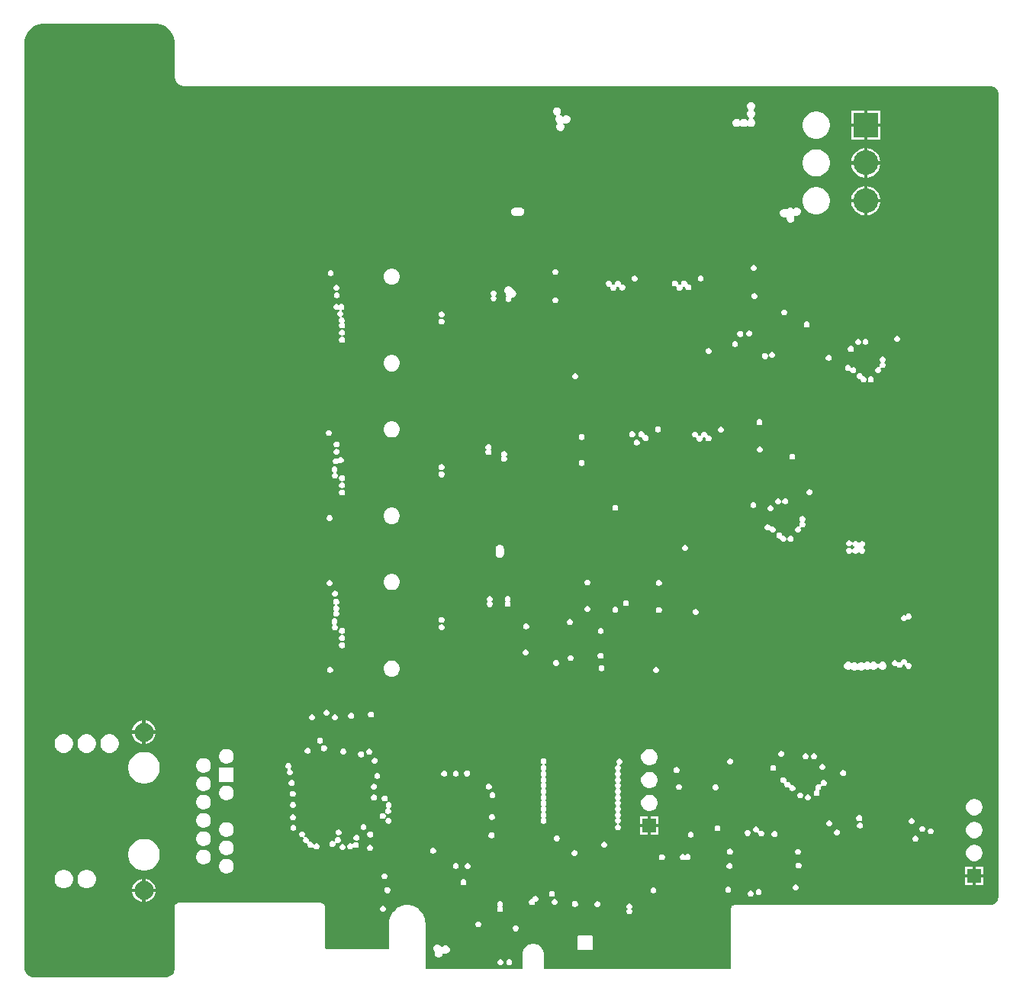
<source format=gbr>
G04*
G04 #@! TF.GenerationSoftware,Altium Limited,Altium Designer,24.9.1 (31)*
G04*
G04 Layer_Physical_Order=9*
G04 Layer_Color=16737945*
%FSLAX25Y25*%
%MOIN*%
G70*
G04*
G04 #@! TF.SameCoordinates,8C3FED30-37FA-4A54-8C90-A1F039295453*
G04*
G04*
G04 #@! TF.FilePolarity,Positive*
G04*
G01*
G75*
%ADD141R,0.10827X0.10827*%
%ADD142C,0.10827*%
%ADD156R,0.06102X0.06102*%
%ADD159R,0.07874X0.07874*%
%ADD162C,0.08268*%
%ADD164C,0.25000*%
%ADD165C,0.01600*%
G36*
X30458Y20669D02*
X30471Y20671D01*
X30483Y20669D01*
X31293Y20685D01*
X32894Y20367D01*
X34413Y19738D01*
X35781Y18824D01*
X36944Y17661D01*
X37857Y16294D01*
X38487Y14774D01*
X38807Y13161D01*
Y12341D01*
X38788Y-1632D01*
X38772Y-1931D01*
X38785Y-2021D01*
X38776Y-2111D01*
X38837Y-2772D01*
X38871Y-2887D01*
X38883Y-3007D01*
X39072Y-3643D01*
X39128Y-3749D01*
X39162Y-3865D01*
X39472Y-4451D01*
X39548Y-4545D01*
X39604Y-4651D01*
X40022Y-5166D01*
X40115Y-5243D01*
X40191Y-5337D01*
X40701Y-5760D01*
X40807Y-5818D01*
X40900Y-5894D01*
X41483Y-6210D01*
X41598Y-6246D01*
X41704Y-6303D01*
X42338Y-6499D01*
X42428Y-6508D01*
X42513Y-6539D01*
X42841Y-6590D01*
X42935Y-6586D01*
X43027Y-6604D01*
X395332Y-6604D01*
X395343Y-6602D01*
X395354Y-6604D01*
X395685Y-6598D01*
X396337Y-6715D01*
X396953Y-6957D01*
X397510Y-7315D01*
X397987Y-7774D01*
X398365Y-8318D01*
X398629Y-8925D01*
X398771Y-9572D01*
X398777Y-9891D01*
X398777Y-360509D01*
X398777Y-360881D01*
X398631Y-361611D01*
X398347Y-362298D01*
X397933Y-362917D01*
X397407Y-363443D01*
X396789Y-363856D01*
X396102Y-364141D01*
X395372Y-364286D01*
X395000Y-364286D01*
X283161D01*
X282693Y-364379D01*
X282296Y-364644D01*
X282031Y-365041D01*
X281938Y-365510D01*
Y-392175D01*
X200222D01*
X200222Y-385874D01*
X200214Y-385834D01*
X200219Y-385794D01*
X200189Y-385332D01*
X200158Y-385215D01*
X200150Y-385095D01*
X199911Y-384202D01*
X199840Y-384059D01*
X199788Y-383907D01*
X199326Y-383107D01*
X199221Y-382987D01*
X199132Y-382854D01*
X198478Y-382200D01*
X198345Y-382111D01*
X198225Y-382006D01*
X197425Y-381544D01*
X197273Y-381492D01*
X197130Y-381421D01*
X196237Y-381182D01*
X196077Y-381172D01*
X195920Y-381140D01*
X194996D01*
X194839Y-381172D01*
X194679Y-381182D01*
X193787Y-381421D01*
X193643Y-381492D01*
X193492Y-381544D01*
X192692Y-382006D01*
X192571Y-382111D01*
X192438Y-382200D01*
X191785Y-382854D01*
X191696Y-382987D01*
X191590Y-383107D01*
X191128Y-383907D01*
X191077Y-384059D01*
X191006Y-384202D01*
X190767Y-385095D01*
X190759Y-385215D01*
X190728Y-385332D01*
X190697Y-385794D01*
X190703Y-385834D01*
X190695Y-385874D01*
Y-392175D01*
X148345D01*
Y-372198D01*
X148341Y-372176D01*
X148345Y-372155D01*
X148322Y-371496D01*
X148299Y-371399D01*
Y-371300D01*
X148043Y-370014D01*
X147997Y-369902D01*
X147973Y-369784D01*
X147472Y-368573D01*
X147405Y-368473D01*
X147359Y-368361D01*
X146630Y-367271D01*
X146545Y-367186D01*
X146478Y-367085D01*
X145551Y-366158D01*
X145450Y-366091D01*
X145365Y-366006D01*
X144275Y-365277D01*
X144163Y-365231D01*
X144063Y-365164D01*
X142852Y-364663D01*
X142733Y-364639D01*
X142622Y-364593D01*
X141336Y-364337D01*
X141215D01*
X141097Y-364314D01*
X139786D01*
X139668Y-364337D01*
X139547D01*
X138261Y-364593D01*
X138150Y-364639D01*
X138031Y-364663D01*
X136820Y-365164D01*
X136720Y-365231D01*
X136608Y-365277D01*
X135518Y-366006D01*
X135433Y-366091D01*
X135333Y-366158D01*
X134405Y-367085D01*
X134338Y-367186D01*
X134253Y-367271D01*
X133525Y-368361D01*
X133478Y-368473D01*
X133412Y-368573D01*
X132910Y-369784D01*
X132886Y-369902D01*
X132840Y-370014D01*
X132584Y-371300D01*
Y-371391D01*
X132562Y-371479D01*
X132530Y-372134D01*
X132534Y-372165D01*
X132528Y-372194D01*
Y-383366D01*
X104824D01*
X104471Y-383012D01*
X104480Y-365010D01*
X104468Y-364950D01*
X104474Y-364889D01*
X104464Y-364792D01*
X104412Y-364620D01*
X104377Y-364444D01*
X104302Y-364264D01*
X104302Y-364263D01*
X104179Y-364080D01*
X104037Y-363866D01*
X104037Y-363866D01*
X103899Y-363729D01*
X103899Y-363729D01*
X103899Y-363728D01*
X103502Y-363463D01*
X103502Y-363463D01*
X103502Y-363463D01*
X103322Y-363389D01*
X103145Y-363354D01*
X102973Y-363301D01*
X102876Y-363292D01*
X102815Y-363298D01*
X102756Y-363286D01*
X40512Y-363286D01*
X40452Y-363298D01*
X40392Y-363292D01*
X40294Y-363301D01*
X40122Y-363354D01*
X39946Y-363389D01*
X39766Y-363463D01*
X39766Y-363463D01*
X39369Y-363729D01*
X39231Y-363866D01*
X39231Y-363866D01*
X39099Y-364065D01*
X38966Y-364264D01*
X38966Y-364264D01*
X38891Y-364444D01*
X38856Y-364620D01*
X38804Y-364792D01*
X38794Y-364890D01*
X38800Y-364950D01*
X38788Y-365009D01*
X38788Y-391990D01*
X38788Y-392362D01*
X38643Y-393091D01*
X38359Y-393778D01*
X37945Y-394397D01*
X37419Y-394923D01*
X36801Y-395336D01*
X36113Y-395621D01*
X35384Y-395766D01*
X-22988D01*
X-23354Y-395733D01*
X-24166Y-395493D01*
X-24916Y-395099D01*
X-25575Y-394567D01*
X-26117Y-393917D01*
X-26522Y-393173D01*
X-26774Y-392364D01*
X-26863Y-391522D01*
X-26825Y-391100D01*
X-26831Y-391045D01*
X-26820Y-390990D01*
X-26820Y12339D01*
X-26822Y12351D01*
X-26820Y12364D01*
X-26837Y13173D01*
X-26518Y14774D01*
X-25889Y16294D01*
X-24975Y17661D01*
X-23812Y18824D01*
X-22445Y19738D01*
X-20925Y20367D01*
X-19312Y20688D01*
X-18490D01*
X30458Y20669D01*
D02*
G37*
%LPC*%
G36*
X291016Y-13512D02*
X290300D01*
X289638Y-13787D01*
X289132Y-14293D01*
X288858Y-14954D01*
Y-15671D01*
X289132Y-16332D01*
X289450Y-16651D01*
X289582Y-16976D01*
X289450Y-17302D01*
X289132Y-17620D01*
X288858Y-18282D01*
Y-18998D01*
X289132Y-19659D01*
X289638Y-20166D01*
X289986Y-20310D01*
Y-20851D01*
X289638Y-20995D01*
X289432Y-21201D01*
X289105Y-21479D01*
X288778Y-21201D01*
X288572Y-20995D01*
X287911Y-20721D01*
X287195D01*
X286533Y-20995D01*
X286280Y-21248D01*
X285953Y-21455D01*
X285627Y-21248D01*
X285374Y-20995D01*
X284712Y-20721D01*
X283996D01*
X283334Y-20995D01*
X282828Y-21501D01*
X282554Y-22163D01*
Y-22879D01*
X282828Y-23541D01*
X283334Y-24047D01*
X283996Y-24321D01*
X284712D01*
X285374Y-24047D01*
X285627Y-23794D01*
X285953Y-23587D01*
X286280Y-23794D01*
X286533Y-24047D01*
X287195Y-24321D01*
X287911D01*
X288572Y-24047D01*
X288778Y-23841D01*
X289105Y-23563D01*
X289432Y-23841D01*
X289638Y-24047D01*
X290300Y-24321D01*
X291016D01*
X291677Y-24047D01*
X292183Y-23541D01*
X292458Y-22879D01*
Y-22163D01*
X292183Y-21501D01*
X291677Y-20995D01*
X291329Y-20851D01*
Y-20310D01*
X291677Y-20166D01*
X292183Y-19659D01*
X292458Y-18998D01*
Y-18282D01*
X292183Y-17620D01*
X291865Y-17302D01*
X291733Y-16976D01*
X291865Y-16651D01*
X292183Y-16332D01*
X292458Y-15671D01*
Y-14954D01*
X292183Y-14293D01*
X291677Y-13787D01*
X291016Y-13512D01*
D02*
G37*
G36*
X347167Y-17063D02*
X341504D01*
Y-22726D01*
X347167D01*
Y-17063D01*
D02*
G37*
G36*
X340003D02*
X334340D01*
Y-22726D01*
X340003D01*
Y-17063D01*
D02*
G37*
G36*
X206217Y-15707D02*
X205500D01*
X204839Y-15981D01*
X204332Y-16488D01*
X204059Y-17149D01*
Y-17865D01*
X204332Y-18527D01*
X204839Y-19033D01*
X205446Y-19284D01*
X205558Y-19529D01*
X205630Y-19807D01*
X205487Y-19950D01*
X205213Y-20612D01*
Y-21328D01*
X205487Y-21990D01*
X205993Y-22496D01*
X206035Y-23054D01*
X205862Y-23227D01*
X205588Y-23889D01*
Y-24605D01*
X205862Y-25267D01*
X206368Y-25773D01*
X207030Y-26047D01*
X207746D01*
X208408Y-25773D01*
X208914Y-25267D01*
X209188Y-24605D01*
Y-23889D01*
X208914Y-23227D01*
X208549Y-22862D01*
X208871Y-22496D01*
X209533Y-22770D01*
X210249D01*
X210911Y-22496D01*
X211417Y-21990D01*
X211691Y-21328D01*
Y-20612D01*
X211417Y-19950D01*
X210911Y-19444D01*
X210249Y-19170D01*
X209533D01*
X208871Y-19444D01*
X208452Y-19863D01*
X208032Y-19444D01*
X207426Y-19193D01*
X207313Y-18948D01*
X207241Y-18670D01*
X207384Y-18527D01*
X207659Y-17865D01*
Y-17149D01*
X207384Y-16488D01*
X206878Y-15981D01*
X206217Y-15707D01*
D02*
G37*
G36*
X319682Y-17562D02*
X318518D01*
X317375Y-17790D01*
X316299Y-18236D01*
X315330Y-18883D01*
X314507Y-19706D01*
X313860Y-20675D01*
X313414Y-21751D01*
X313187Y-22893D01*
Y-24058D01*
X313414Y-25201D01*
X313860Y-26277D01*
X314507Y-27245D01*
X315330Y-28069D01*
X316299Y-28716D01*
X317375Y-29162D01*
X318518Y-29389D01*
X319682D01*
X320825Y-29162D01*
X321901Y-28716D01*
X322869Y-28069D01*
X323693Y-27245D01*
X324340Y-26277D01*
X324786Y-25201D01*
X325013Y-24058D01*
Y-22893D01*
X324786Y-21751D01*
X324340Y-20675D01*
X323693Y-19706D01*
X322869Y-18883D01*
X321901Y-18236D01*
X320825Y-17790D01*
X319682Y-17562D01*
D02*
G37*
G36*
X347167Y-24226D02*
X341504D01*
Y-29889D01*
X347167D01*
Y-24226D01*
D02*
G37*
G36*
X340003D02*
X334340D01*
Y-29889D01*
X340003D01*
Y-24226D01*
D02*
G37*
G36*
X341504Y-33621D02*
Y-39261D01*
X347143D01*
X346920Y-38141D01*
X346437Y-36973D01*
X345735Y-35923D01*
X344842Y-35030D01*
X343791Y-34328D01*
X342624Y-33844D01*
X341504Y-33621D01*
D02*
G37*
G36*
X340003D02*
X338883Y-33844D01*
X337716Y-34328D01*
X336665Y-35030D01*
X335772Y-35923D01*
X335070Y-36973D01*
X334587Y-38141D01*
X334364Y-39261D01*
X340003D01*
Y-33621D01*
D02*
G37*
G36*
X319682Y-34098D02*
X318518D01*
X317375Y-34325D01*
X316299Y-34771D01*
X315330Y-35418D01*
X314507Y-36242D01*
X313860Y-37210D01*
X313414Y-38286D01*
X313187Y-39429D01*
Y-40594D01*
X313414Y-41736D01*
X313860Y-42812D01*
X314507Y-43781D01*
X315330Y-44605D01*
X316299Y-45252D01*
X317375Y-45697D01*
X318518Y-45925D01*
X319682D01*
X320825Y-45697D01*
X321901Y-45252D01*
X322869Y-44605D01*
X323693Y-43781D01*
X324340Y-42812D01*
X324786Y-41736D01*
X325013Y-40594D01*
Y-39429D01*
X324786Y-38286D01*
X324340Y-37210D01*
X323693Y-36242D01*
X322869Y-35418D01*
X321901Y-34771D01*
X320825Y-34325D01*
X319682Y-34098D01*
D02*
G37*
G36*
X347143Y-40761D02*
X341504D01*
Y-46401D01*
X342624Y-46178D01*
X343791Y-45695D01*
X344842Y-44993D01*
X345735Y-44100D01*
X346437Y-43049D01*
X346920Y-41882D01*
X347143Y-40761D01*
D02*
G37*
G36*
X340003D02*
X334364D01*
X334587Y-41882D01*
X335070Y-43049D01*
X335772Y-44100D01*
X336665Y-44993D01*
X337716Y-45695D01*
X338883Y-46178D01*
X340003Y-46401D01*
Y-40761D01*
D02*
G37*
G36*
X341504Y-50157D02*
Y-55797D01*
X347143D01*
X346920Y-54676D01*
X346437Y-53509D01*
X345735Y-52458D01*
X344842Y-51565D01*
X343791Y-50863D01*
X342624Y-50380D01*
X341504Y-50157D01*
D02*
G37*
G36*
X340003D02*
X338883Y-50380D01*
X337716Y-50863D01*
X336665Y-51565D01*
X335772Y-52458D01*
X335070Y-53509D01*
X334587Y-54676D01*
X334364Y-55797D01*
X340003D01*
Y-50157D01*
D02*
G37*
G36*
X310887Y-59503D02*
X310170D01*
X309509Y-59777D01*
X309171Y-60115D01*
X308875Y-59819D01*
X308213Y-59545D01*
X307497D01*
X306836Y-59819D01*
X306329Y-60325D01*
X305809Y-60275D01*
X305393Y-60103D01*
X304677D01*
X304015Y-60377D01*
X303509Y-60883D01*
X303235Y-61545D01*
Y-62261D01*
X303509Y-62923D01*
X304015Y-63429D01*
X304677Y-63703D01*
X305393D01*
X305640Y-63601D01*
X305858Y-63761D01*
X306055Y-63970D01*
Y-64620D01*
X306329Y-65282D01*
X306836Y-65788D01*
X307497Y-66062D01*
X308213D01*
X308875Y-65788D01*
X309381Y-65282D01*
X309655Y-64620D01*
Y-63904D01*
X309419Y-63333D01*
X309603Y-63055D01*
X309752Y-62929D01*
X310170Y-63103D01*
X310887D01*
X311548Y-62829D01*
X312054Y-62323D01*
X312328Y-61661D01*
Y-60945D01*
X312054Y-60283D01*
X311548Y-59777D01*
X310887Y-59503D01*
D02*
G37*
G36*
X319682Y-50633D02*
X318518D01*
X317375Y-50861D01*
X316299Y-51306D01*
X315330Y-51954D01*
X314507Y-52777D01*
X313860Y-53746D01*
X313414Y-54822D01*
X313187Y-55964D01*
Y-57129D01*
X313414Y-58272D01*
X313860Y-59348D01*
X314507Y-60316D01*
X315330Y-61140D01*
X316299Y-61787D01*
X317375Y-62233D01*
X318518Y-62460D01*
X319682D01*
X320825Y-62233D01*
X321901Y-61787D01*
X322869Y-61140D01*
X323693Y-60316D01*
X324340Y-59348D01*
X324786Y-58272D01*
X325013Y-57129D01*
Y-55964D01*
X324786Y-54822D01*
X324340Y-53746D01*
X323693Y-52777D01*
X322869Y-51954D01*
X321901Y-51306D01*
X320825Y-50861D01*
X319682Y-50633D01*
D02*
G37*
G36*
X347143Y-57297D02*
X341504D01*
Y-62937D01*
X342624Y-62714D01*
X343791Y-62230D01*
X344842Y-61528D01*
X345735Y-60635D01*
X346437Y-59585D01*
X346920Y-58417D01*
X347143Y-57297D01*
D02*
G37*
G36*
X340003D02*
X334364D01*
X334587Y-58417D01*
X335070Y-59585D01*
X335772Y-60635D01*
X336665Y-61528D01*
X337716Y-62230D01*
X338883Y-62714D01*
X340003Y-62937D01*
Y-57297D01*
D02*
G37*
G36*
X190038Y-59442D02*
X187421Y-59442D01*
X187321Y-59483D01*
X187214D01*
X186736Y-59681D01*
X186660Y-59757D01*
X186560Y-59798D01*
X186195Y-60164D01*
X186153Y-60263D01*
X186077Y-60339D01*
X185879Y-60817D01*
Y-60925D01*
X185838Y-61024D01*
Y-61542D01*
X185879Y-61641D01*
Y-61749D01*
X186077Y-62226D01*
X186153Y-62303D01*
X186195Y-62402D01*
X186560Y-62768D01*
X186660Y-62809D01*
X186736Y-62885D01*
X187214Y-63083D01*
X187321D01*
X187421Y-63124D01*
X189779Y-63124D01*
X189779Y-63124D01*
X190038D01*
X190137Y-63083D01*
X190245D01*
X190723Y-62885D01*
X190799Y-62809D01*
X190898Y-62768D01*
X191264Y-62402D01*
X191305Y-62303D01*
X191381Y-62226D01*
X191579Y-61749D01*
Y-61641D01*
X191621Y-61542D01*
Y-61024D01*
X191579Y-60925D01*
Y-60817D01*
X191381Y-60339D01*
X191305Y-60263D01*
X191264Y-60164D01*
X190898Y-59798D01*
X190799Y-59757D01*
X190723Y-59681D01*
X190245Y-59483D01*
X190137D01*
X190038Y-59442D01*
D02*
G37*
G36*
X292126Y-84515D02*
X291609D01*
X291131Y-84713D01*
X290766Y-85079D01*
X290568Y-85557D01*
Y-86074D01*
X290766Y-86552D01*
X291131Y-86918D01*
X291609Y-87115D01*
X292126D01*
X292604Y-86918D01*
X292970Y-86552D01*
X293168Y-86074D01*
Y-85557D01*
X292970Y-85079D01*
X292604Y-84713D01*
X292126Y-84515D01*
D02*
G37*
G36*
X205432Y-86375D02*
X204915D01*
X204437Y-86573D01*
X204072Y-86939D01*
X203874Y-87416D01*
Y-87934D01*
X204072Y-88411D01*
X204437Y-88777D01*
X204915Y-88975D01*
X205432D01*
X205910Y-88777D01*
X206276Y-88411D01*
X206474Y-87934D01*
Y-87416D01*
X206276Y-86939D01*
X205910Y-86573D01*
X205432Y-86375D01*
D02*
G37*
G36*
X107271Y-86839D02*
X106754D01*
X106276Y-87037D01*
X105910Y-87402D01*
X105712Y-87880D01*
Y-88397D01*
X105910Y-88875D01*
X106276Y-89241D01*
X106754Y-89439D01*
X107271D01*
X107748Y-89241D01*
X108114Y-88875D01*
X108312Y-88397D01*
Y-87880D01*
X108114Y-87402D01*
X107748Y-87037D01*
X107271Y-86839D01*
D02*
G37*
G36*
X268946Y-89214D02*
X268428D01*
X267951Y-89412D01*
X267585Y-89778D01*
X267387Y-90256D01*
Y-90773D01*
X267585Y-91251D01*
X267951Y-91617D01*
X268428Y-91815D01*
X268946D01*
X269424Y-91617D01*
X269789Y-91251D01*
X269987Y-90773D01*
Y-90256D01*
X269789Y-89778D01*
X269424Y-89412D01*
X268946Y-89214D01*
D02*
G37*
G36*
X240018Y-89254D02*
X239501D01*
X239023Y-89452D01*
X238657Y-89818D01*
X238459Y-90295D01*
Y-90813D01*
X238657Y-91290D01*
X239023Y-91656D01*
X239501Y-91854D01*
X240018D01*
X240496Y-91656D01*
X240862Y-91290D01*
X241059Y-90813D01*
Y-90295D01*
X240862Y-89818D01*
X240496Y-89452D01*
X240018Y-89254D01*
D02*
G37*
G36*
X134136Y-86118D02*
X133201D01*
X132298Y-86360D01*
X131488Y-86827D01*
X130827Y-87489D01*
X130359Y-88298D01*
X130117Y-89202D01*
Y-90137D01*
X130359Y-91040D01*
X130827Y-91850D01*
X131488Y-92511D01*
X132298Y-92978D01*
X133201Y-93220D01*
X134136D01*
X135039Y-92978D01*
X135849Y-92511D01*
X136510Y-91850D01*
X136978Y-91040D01*
X137220Y-90137D01*
Y-89202D01*
X136978Y-88298D01*
X136510Y-87489D01*
X135849Y-86827D01*
X135039Y-86360D01*
X134136Y-86118D01*
D02*
G37*
G36*
X261631Y-91381D02*
X261114D01*
X260636Y-91579D01*
X260270Y-91945D01*
X260072Y-92423D01*
Y-92940D01*
X259686Y-93314D01*
X259663Y-93304D01*
X259145D01*
X259053Y-93342D01*
X258670Y-92960D01*
X258678Y-92940D01*
Y-92423D01*
X258480Y-91945D01*
X258115Y-91579D01*
X257637Y-91381D01*
X257119D01*
X256642Y-91579D01*
X256276Y-91945D01*
X256078Y-92423D01*
Y-92940D01*
X256276Y-93418D01*
X256642Y-93783D01*
X257119Y-93981D01*
X257637D01*
X257729Y-93943D01*
X258112Y-94326D01*
X258104Y-94345D01*
Y-94863D01*
X258302Y-95340D01*
X258667Y-95706D01*
X259145Y-95904D01*
X259663D01*
X260140Y-95706D01*
X260506Y-95340D01*
X260704Y-94863D01*
Y-94345D01*
X261090Y-93972D01*
X261114Y-93981D01*
X261528D01*
X261665Y-94019D01*
X261990Y-94374D01*
Y-94625D01*
X262188Y-95103D01*
X262554Y-95469D01*
X263032Y-95666D01*
X263549D01*
X264027Y-95469D01*
X264392Y-95103D01*
X264590Y-94625D01*
Y-94108D01*
X264392Y-93630D01*
X264027Y-93264D01*
X263549Y-93067D01*
X263134D01*
X262998Y-93029D01*
X262672Y-92674D01*
Y-92423D01*
X262474Y-91945D01*
X262109Y-91579D01*
X261631Y-91381D01*
D02*
G37*
G36*
X232703Y-91421D02*
X232186D01*
X231709Y-91619D01*
X231343Y-91985D01*
X231145Y-92462D01*
Y-92980D01*
X230759Y-93353D01*
X230735Y-93344D01*
X230218D01*
X230125Y-93382D01*
X229742Y-92999D01*
X229751Y-92980D01*
Y-92462D01*
X229553Y-91985D01*
X229187Y-91619D01*
X228709Y-91421D01*
X228192D01*
X227714Y-91619D01*
X227348Y-91985D01*
X227151Y-92462D01*
Y-92980D01*
X227348Y-93457D01*
X227714Y-93823D01*
X228192Y-94021D01*
X228709D01*
X228802Y-93983D01*
X229185Y-94365D01*
X229176Y-94385D01*
Y-94902D01*
X229374Y-95380D01*
X229740Y-95746D01*
X230218Y-95944D01*
X230735D01*
X231213Y-95746D01*
X231578Y-95380D01*
X231776Y-94902D01*
Y-94385D01*
X232163Y-94011D01*
X232186Y-94021D01*
X232601D01*
X232738Y-94059D01*
X233063Y-94413D01*
Y-94665D01*
X233261Y-95143D01*
X233627Y-95508D01*
X234104Y-95706D01*
X234622D01*
X235099Y-95508D01*
X235465Y-95143D01*
X235663Y-94665D01*
Y-94147D01*
X235465Y-93670D01*
X235099Y-93304D01*
X234622Y-93106D01*
X234207D01*
X234070Y-93069D01*
X233745Y-92714D01*
Y-92462D01*
X233547Y-91985D01*
X233181Y-91619D01*
X232703Y-91421D01*
D02*
G37*
G36*
X109688Y-93290D02*
X109171D01*
X108694Y-93488D01*
X108328Y-93854D01*
X108130Y-94332D01*
Y-94849D01*
X108328Y-95327D01*
X108694Y-95692D01*
X109171Y-95890D01*
X109688D01*
X110166Y-95692D01*
X110532Y-95327D01*
X110730Y-94849D01*
Y-94332D01*
X110532Y-93854D01*
X110166Y-93488D01*
X109688Y-93290D01*
D02*
G37*
G36*
X109893Y-96562D02*
X109376D01*
X108898Y-96760D01*
X108532Y-97126D01*
X108334Y-97604D01*
Y-98121D01*
X108532Y-98599D01*
X108898Y-98964D01*
X109376Y-99162D01*
X109893D01*
X110371Y-98964D01*
X110737Y-98599D01*
X110934Y-98121D01*
Y-97604D01*
X110737Y-97126D01*
X110371Y-96760D01*
X109893Y-96562D01*
D02*
G37*
G36*
X292354Y-96846D02*
X291837D01*
X291359Y-97044D01*
X290993Y-97410D01*
X290795Y-97888D01*
Y-98405D01*
X290993Y-98883D01*
X291359Y-99248D01*
X291837Y-99446D01*
X292354D01*
X292832Y-99248D01*
X293198Y-98883D01*
X293395Y-98405D01*
Y-97888D01*
X293198Y-97410D01*
X292832Y-97044D01*
X292354Y-96846D01*
D02*
G37*
G36*
X178434Y-95685D02*
X177917D01*
X177439Y-95883D01*
X177074Y-96249D01*
X176876Y-96727D01*
Y-97244D01*
X177074Y-97722D01*
X177387Y-98035D01*
X177074Y-98349D01*
X176876Y-98827D01*
Y-99344D01*
X177074Y-99822D01*
X177439Y-100187D01*
X177917Y-100385D01*
X178434D01*
X178912Y-100187D01*
X179278Y-99822D01*
X179476Y-99344D01*
Y-98827D01*
X179278Y-98349D01*
X178964Y-98035D01*
X179278Y-97722D01*
X179476Y-97244D01*
Y-96727D01*
X179278Y-96249D01*
X178912Y-95883D01*
X178434Y-95685D01*
D02*
G37*
G36*
X184933Y-93825D02*
X184416D01*
X184317Y-93866D01*
X184209D01*
X183731Y-94064D01*
X183655Y-94140D01*
X183556Y-94181D01*
X183190Y-94547D01*
X183149Y-94646D01*
X183073Y-94722D01*
X182875Y-95200D01*
Y-95308D01*
X182834Y-95407D01*
Y-95924D01*
X182875Y-96024D01*
Y-96131D01*
X183073Y-96609D01*
X183149Y-96685D01*
X183190Y-96785D01*
X183370Y-96965D01*
X183347Y-97022D01*
Y-97539D01*
X183545Y-98017D01*
X183858Y-98331D01*
X183545Y-98644D01*
X183347Y-99122D01*
Y-99639D01*
X183545Y-100117D01*
X183911Y-100483D01*
X184388Y-100681D01*
X184906D01*
X185383Y-100483D01*
X185749Y-100117D01*
X185947Y-99639D01*
X185947Y-99122D01*
X186409Y-98992D01*
X186418D01*
X186518Y-98951D01*
X186626D01*
X187103Y-98753D01*
X187180Y-98677D01*
X187279Y-98636D01*
X187645Y-98270D01*
X187686Y-98170D01*
X187762Y-98094D01*
X187960Y-97616D01*
Y-97509D01*
X188001Y-97409D01*
Y-96892D01*
X187960Y-96793D01*
Y-96685D01*
X187762Y-96207D01*
X187686Y-96131D01*
X187645Y-96032D01*
X187462Y-95849D01*
X187462Y-95849D01*
X185977Y-94364D01*
X185977Y-94364D01*
X185794Y-94181D01*
X185695Y-94140D01*
X185618Y-94064D01*
X185141Y-93866D01*
X185033D01*
X184933Y-93825D01*
D02*
G37*
G36*
X205378Y-98690D02*
X204861D01*
X204383Y-98888D01*
X204018Y-99254D01*
X203820Y-99731D01*
Y-100249D01*
X204018Y-100726D01*
X204383Y-101092D01*
X204861Y-101290D01*
X205378D01*
X205856Y-101092D01*
X206222Y-100726D01*
X206420Y-100249D01*
Y-99731D01*
X206222Y-99254D01*
X205856Y-98888D01*
X205378Y-98690D01*
D02*
G37*
G36*
X305465Y-104035D02*
X304948D01*
X304470Y-104233D01*
X304105Y-104599D01*
X303907Y-105077D01*
Y-105594D01*
X304105Y-106072D01*
X304470Y-106438D01*
X304948Y-106635D01*
X305465D01*
X305943Y-106438D01*
X306309Y-106072D01*
X306507Y-105594D01*
Y-105077D01*
X306309Y-104599D01*
X305943Y-104233D01*
X305465Y-104035D01*
D02*
G37*
G36*
X155683Y-104914D02*
X155166D01*
X154688Y-105112D01*
X154322Y-105477D01*
X154124Y-105955D01*
Y-106472D01*
X154322Y-106950D01*
X154688Y-107316D01*
X155166Y-107514D01*
X155683D01*
X156161Y-107316D01*
X156526Y-106950D01*
X156724Y-106472D01*
Y-105955D01*
X156526Y-105477D01*
X156161Y-105112D01*
X155683Y-104914D01*
D02*
G37*
G36*
Y-108063D02*
X155166D01*
X154688Y-108261D01*
X154322Y-108627D01*
X154124Y-109105D01*
Y-109622D01*
X154322Y-110100D01*
X154688Y-110465D01*
X155166Y-110663D01*
X155683D01*
X156161Y-110465D01*
X156526Y-110100D01*
X156724Y-109622D01*
Y-109105D01*
X156526Y-108627D01*
X156161Y-108261D01*
X155683Y-108063D01*
D02*
G37*
G36*
X315267Y-109330D02*
X314750D01*
X314272Y-109528D01*
X313906Y-109894D01*
X313708Y-110371D01*
Y-110889D01*
X313906Y-111366D01*
X314272Y-111732D01*
X314750Y-111930D01*
X315267D01*
X315745Y-111732D01*
X316110Y-111366D01*
X316308Y-110889D01*
Y-110371D01*
X316110Y-109894D01*
X315745Y-109528D01*
X315267Y-109330D01*
D02*
G37*
G36*
X109688Y-101572D02*
X109171D01*
X108694Y-101770D01*
X108328Y-102135D01*
X108130Y-102613D01*
Y-103130D01*
X108328Y-103608D01*
X108694Y-103974D01*
X109171Y-104172D01*
X109688D01*
X110166Y-103974D01*
X110451Y-103689D01*
X110506Y-103700D01*
X110872Y-104066D01*
X110890Y-104073D01*
X110856Y-104478D01*
X110819Y-104585D01*
X110370Y-104771D01*
X110004Y-105137D01*
X109806Y-105614D01*
Y-106131D01*
X110004Y-106609D01*
X110370Y-106975D01*
X110848Y-107173D01*
X110898D01*
X111011Y-107610D01*
X111013Y-107673D01*
X110659Y-108027D01*
X110461Y-108505D01*
Y-109022D01*
X110659Y-109500D01*
X111025Y-109866D01*
X110852Y-110266D01*
X110851Y-110268D01*
X110851Y-110268D01*
X110652Y-110746D01*
Y-111263D01*
X110851Y-111741D01*
X111216Y-112107D01*
X111694Y-112305D01*
X112211D01*
X112689Y-112107D01*
X113055Y-111741D01*
X113252Y-111263D01*
Y-110746D01*
X113055Y-110268D01*
X112689Y-109903D01*
X112862Y-109502D01*
X112863Y-109500D01*
X112863Y-109500D01*
X113061Y-109022D01*
Y-108505D01*
X112863Y-108027D01*
X112498Y-107662D01*
X112020Y-107464D01*
X111970D01*
X111856Y-107027D01*
X111854Y-106964D01*
X112208Y-106609D01*
X112406Y-106131D01*
Y-105614D01*
X112208Y-105137D01*
X111843Y-104771D01*
X111825Y-104764D01*
X111859Y-104359D01*
X111896Y-104252D01*
X112345Y-104066D01*
X112710Y-103700D01*
X112908Y-103222D01*
Y-102705D01*
X112710Y-102227D01*
X112345Y-101862D01*
X111867Y-101664D01*
X111350D01*
X110872Y-101862D01*
X110587Y-102146D01*
X110532Y-102135D01*
X110166Y-101770D01*
X109688Y-101572D01*
D02*
G37*
G36*
X112211Y-112855D02*
X111694D01*
X111216Y-113052D01*
X110851Y-113418D01*
X110652Y-113896D01*
Y-114413D01*
X110851Y-114891D01*
X111216Y-115257D01*
X111694Y-115454D01*
X112211D01*
X112689Y-115257D01*
X113055Y-114891D01*
X113252Y-114413D01*
Y-113896D01*
X113055Y-113418D01*
X112689Y-113052D01*
X112211Y-112855D01*
D02*
G37*
G36*
X290163Y-113262D02*
X289646D01*
X289168Y-113460D01*
X288803Y-113825D01*
X288605Y-114303D01*
Y-114820D01*
X288803Y-115298D01*
X289168Y-115664D01*
X289646Y-115862D01*
X290163D01*
X290641Y-115664D01*
X291007Y-115298D01*
X291205Y-114820D01*
Y-114303D01*
X291007Y-113825D01*
X290641Y-113460D01*
X290163Y-113262D01*
D02*
G37*
G36*
X286215Y-113414D02*
X285698D01*
X285220Y-113612D01*
X284854Y-113978D01*
X284656Y-114456D01*
Y-114973D01*
X284854Y-115451D01*
X285220Y-115816D01*
X285698Y-116014D01*
X286215D01*
X286693Y-115816D01*
X287058Y-115451D01*
X287256Y-114973D01*
Y-114456D01*
X287058Y-113978D01*
X286693Y-113612D01*
X286215Y-113414D01*
D02*
G37*
G36*
X354724Y-115549D02*
X354207D01*
X353729Y-115747D01*
X353363Y-116113D01*
X353165Y-116591D01*
Y-117108D01*
X353363Y-117586D01*
X353729Y-117952D01*
X354207Y-118149D01*
X354724D01*
X355202Y-117952D01*
X355567Y-117586D01*
X355765Y-117108D01*
Y-116591D01*
X355567Y-116113D01*
X355202Y-115747D01*
X354724Y-115549D01*
D02*
G37*
G36*
X112211Y-116004D02*
X111694D01*
X111216Y-116202D01*
X110851Y-116568D01*
X110652Y-117045D01*
Y-117563D01*
X110851Y-118041D01*
X111216Y-118406D01*
X111694Y-118604D01*
X112211D01*
X112689Y-118406D01*
X113055Y-118041D01*
X113252Y-117563D01*
Y-117045D01*
X113055Y-116568D01*
X112689Y-116202D01*
X112211Y-116004D01*
D02*
G37*
G36*
X340914Y-116922D02*
X340397D01*
X339919Y-117120D01*
X339553Y-117485D01*
X339355Y-117963D01*
Y-118480D01*
X339553Y-118958D01*
X339919Y-119324D01*
X340397Y-119522D01*
X340914D01*
X341392Y-119324D01*
X341758Y-118958D01*
X341955Y-118480D01*
Y-117963D01*
X341758Y-117485D01*
X341392Y-117120D01*
X340914Y-116922D01*
D02*
G37*
G36*
X337791Y-116927D02*
X337274D01*
X336796Y-117125D01*
X336430Y-117491D01*
X336232Y-117968D01*
Y-118486D01*
X336430Y-118963D01*
X336796Y-119329D01*
X337274Y-119527D01*
X337791D01*
X338268Y-119329D01*
X338634Y-118963D01*
X338832Y-118486D01*
Y-117968D01*
X338634Y-117491D01*
X338268Y-117125D01*
X337791Y-116927D01*
D02*
G37*
G36*
X283920Y-117933D02*
X283403D01*
X282925Y-118131D01*
X282559Y-118496D01*
X282361Y-118974D01*
Y-119491D01*
X282559Y-119969D01*
X282925Y-120335D01*
X283403Y-120533D01*
X283920D01*
X284398Y-120335D01*
X284764Y-119969D01*
X284961Y-119491D01*
Y-118974D01*
X284764Y-118496D01*
X284398Y-118131D01*
X283920Y-117933D01*
D02*
G37*
G36*
X334541Y-119999D02*
X334023D01*
X333546Y-120197D01*
X333180Y-120562D01*
X332982Y-121040D01*
Y-121557D01*
X333180Y-122035D01*
X333546Y-122401D01*
X334023Y-122599D01*
X334541D01*
X335018Y-122401D01*
X335384Y-122035D01*
X335582Y-121557D01*
Y-121040D01*
X335384Y-120562D01*
X335018Y-120197D01*
X334541Y-119999D01*
D02*
G37*
G36*
X272327Y-120902D02*
X271810D01*
X271332Y-121100D01*
X270967Y-121466D01*
X270769Y-121943D01*
Y-122460D01*
X270967Y-122938D01*
X271332Y-123304D01*
X271810Y-123502D01*
X272327D01*
X272805Y-123304D01*
X273171Y-122938D01*
X273369Y-122460D01*
Y-121943D01*
X273171Y-121466D01*
X272805Y-121100D01*
X272327Y-120902D01*
D02*
G37*
G36*
X300116Y-122508D02*
X299599D01*
X299121Y-122705D01*
X298756Y-123071D01*
X298558Y-123549D01*
Y-124066D01*
X298756Y-124544D01*
X299121Y-124910D01*
X299599Y-125108D01*
X300116D01*
X300594Y-124910D01*
X300960Y-124544D01*
X301158Y-124066D01*
Y-123549D01*
X300960Y-123071D01*
X300594Y-122705D01*
X300116Y-122508D01*
D02*
G37*
G36*
X297008Y-123085D02*
X296491D01*
X296013Y-123283D01*
X295648Y-123649D01*
X295450Y-124127D01*
Y-124644D01*
X295648Y-125122D01*
X296013Y-125487D01*
X296491Y-125685D01*
X297008D01*
X297486Y-125487D01*
X297852Y-125122D01*
X298050Y-124644D01*
Y-124127D01*
X297852Y-123649D01*
X297486Y-123283D01*
X297008Y-123085D01*
D02*
G37*
G36*
X324880Y-123934D02*
X324363D01*
X323885Y-124132D01*
X323519Y-124498D01*
X323321Y-124975D01*
Y-125493D01*
X323519Y-125970D01*
X323885Y-126336D01*
X324363Y-126534D01*
X324880D01*
X325358Y-126336D01*
X325723Y-125970D01*
X325921Y-125493D01*
Y-124975D01*
X325723Y-124498D01*
X325358Y-124132D01*
X324880Y-123934D01*
D02*
G37*
G36*
X348399Y-124562D02*
X347882D01*
X347404Y-124760D01*
X347039Y-125126D01*
X346841Y-125603D01*
Y-126121D01*
X347039Y-126599D01*
X347208Y-126768D01*
X347342Y-127107D01*
X347206Y-127419D01*
X347026Y-127599D01*
X346828Y-128077D01*
Y-128594D01*
X346991Y-128987D01*
X346823Y-129247D01*
X346658Y-129391D01*
X346426Y-129294D01*
X345908D01*
X345430Y-129492D01*
X345065Y-129858D01*
X344867Y-130336D01*
Y-130853D01*
X345065Y-131331D01*
X345430Y-131696D01*
X345908Y-131894D01*
X346426D01*
X346903Y-131696D01*
X347269Y-131331D01*
X347467Y-130853D01*
Y-130336D01*
X347304Y-129942D01*
X347472Y-129682D01*
X347637Y-129539D01*
X347869Y-129635D01*
X348387D01*
X348864Y-129437D01*
X349230Y-129071D01*
X349428Y-128594D01*
Y-128077D01*
X349230Y-127599D01*
X349061Y-127429D01*
X348927Y-127090D01*
X349063Y-126778D01*
X349243Y-126599D01*
X349441Y-126121D01*
Y-125603D01*
X349243Y-125126D01*
X348877Y-124760D01*
X348399Y-124562D01*
D02*
G37*
G36*
X134136Y-123913D02*
X133201D01*
X132298Y-124155D01*
X131488Y-124623D01*
X130827Y-125284D01*
X130359Y-126094D01*
X130117Y-126997D01*
Y-127932D01*
X130359Y-128835D01*
X130827Y-129645D01*
X131488Y-130306D01*
X132298Y-130774D01*
X133201Y-131016D01*
X134136D01*
X135039Y-130774D01*
X135849Y-130306D01*
X136510Y-129645D01*
X136978Y-128835D01*
X137220Y-127932D01*
Y-126997D01*
X136978Y-126094D01*
X136510Y-125284D01*
X135849Y-124623D01*
X135039Y-124155D01*
X134136Y-123913D01*
D02*
G37*
G36*
X333231Y-128303D02*
X332714D01*
X332236Y-128500D01*
X331871Y-128866D01*
X331673Y-129344D01*
Y-129861D01*
X331871Y-130339D01*
X332236Y-130705D01*
X332714Y-130903D01*
X333231D01*
X333459Y-130808D01*
X333838Y-130842D01*
X334047Y-131065D01*
X334157Y-131331D01*
X334522Y-131696D01*
X335000Y-131894D01*
X335517D01*
X335995Y-131696D01*
X336361Y-131331D01*
X336559Y-130853D01*
Y-130336D01*
X336361Y-129858D01*
X335995Y-129492D01*
X335517Y-129294D01*
X335000D01*
X334773Y-129388D01*
X334394Y-129355D01*
X334185Y-129132D01*
X334075Y-128866D01*
X333709Y-128500D01*
X333231Y-128303D01*
D02*
G37*
G36*
X214023Y-131931D02*
X213506D01*
X213028Y-132129D01*
X212663Y-132495D01*
X212465Y-132973D01*
Y-133490D01*
X212663Y-133968D01*
X213028Y-134334D01*
X213506Y-134531D01*
X214023D01*
X214501Y-134334D01*
X214867Y-133968D01*
X215065Y-133490D01*
Y-132973D01*
X214867Y-132495D01*
X214501Y-132129D01*
X214023Y-131931D01*
D02*
G37*
G36*
X343256Y-133334D02*
X342738D01*
X342261Y-133531D01*
X341895Y-133897D01*
X341697Y-134375D01*
Y-134892D01*
X341895Y-135370D01*
X342261Y-135736D01*
X342738Y-135934D01*
X343256D01*
X343733Y-135736D01*
X344099Y-135370D01*
X344297Y-134892D01*
Y-134375D01*
X344099Y-133897D01*
X343733Y-133531D01*
X343256Y-133334D01*
D02*
G37*
G36*
X338334Y-131808D02*
X337817D01*
X337339Y-132006D01*
X336974Y-132372D01*
X336776Y-132850D01*
Y-133367D01*
X336974Y-133845D01*
X337339Y-134210D01*
X337817Y-134408D01*
X338334D01*
X338547Y-134861D01*
Y-134892D01*
X338745Y-135370D01*
X339111Y-135736D01*
X339589Y-135934D01*
X340106D01*
X340584Y-135736D01*
X340949Y-135370D01*
X341147Y-134892D01*
Y-134375D01*
X340949Y-133897D01*
X340584Y-133531D01*
X340106Y-133334D01*
X339589D01*
X339376Y-132881D01*
Y-132850D01*
X339178Y-132372D01*
X338812Y-132006D01*
X338334Y-131808D01*
D02*
G37*
G36*
X294553Y-151999D02*
X294036D01*
X293559Y-152197D01*
X293193Y-152563D01*
X292995Y-153040D01*
Y-153558D01*
X293193Y-154035D01*
X293559Y-154401D01*
X294036Y-154599D01*
X294553D01*
X295031Y-154401D01*
X295397Y-154035D01*
X295595Y-153558D01*
Y-153040D01*
X295397Y-152563D01*
X295031Y-152197D01*
X294553Y-151999D01*
D02*
G37*
G36*
X250269Y-155113D02*
X249751D01*
X249274Y-155311D01*
X248908Y-155677D01*
X248710Y-156155D01*
Y-156672D01*
X248908Y-157150D01*
X249274Y-157516D01*
X249751Y-157713D01*
X250269D01*
X250746Y-157516D01*
X251112Y-157150D01*
X251310Y-156672D01*
Y-156155D01*
X251112Y-155677D01*
X250746Y-155311D01*
X250269Y-155113D01*
D02*
G37*
G36*
X277700Y-155190D02*
X277183D01*
X276705Y-155387D01*
X276340Y-155753D01*
X276142Y-156231D01*
Y-156748D01*
X276340Y-157226D01*
X276705Y-157592D01*
X277183Y-157790D01*
X277700D01*
X278178Y-157592D01*
X278544Y-157226D01*
X278742Y-156748D01*
Y-156231D01*
X278544Y-155753D01*
X278178Y-155387D01*
X277700Y-155190D01*
D02*
G37*
G36*
X270386Y-157357D02*
X269868D01*
X269391Y-157554D01*
X269025Y-157920D01*
X268827Y-158398D01*
Y-158915D01*
X268441Y-159289D01*
X268417Y-159279D01*
X267900D01*
X267807Y-159317D01*
X267425Y-158935D01*
X267433Y-158915D01*
Y-158398D01*
X267235Y-157920D01*
X266869Y-157554D01*
X266391Y-157357D01*
X265874D01*
X265396Y-157554D01*
X265031Y-157920D01*
X264833Y-158398D01*
Y-158915D01*
X265031Y-159393D01*
X265396Y-159759D01*
X265874Y-159957D01*
X266391D01*
X266484Y-159918D01*
X266867Y-160301D01*
X266859Y-160320D01*
Y-160838D01*
X267056Y-161315D01*
X267422Y-161681D01*
X267900Y-161879D01*
X268417D01*
X268895Y-161681D01*
X269261Y-161315D01*
X269459Y-160838D01*
Y-160320D01*
X269845Y-159947D01*
X269868Y-159957D01*
X270283D01*
X270420Y-159994D01*
X270745Y-160349D01*
Y-160600D01*
X270943Y-161078D01*
X271309Y-161444D01*
X271786Y-161642D01*
X272304D01*
X272781Y-161444D01*
X273147Y-161078D01*
X273345Y-160600D01*
Y-160083D01*
X273147Y-159605D01*
X272781Y-159239D01*
X272304Y-159042D01*
X271889D01*
X271752Y-159004D01*
X271427Y-158649D01*
Y-158398D01*
X271229Y-157920D01*
X270864Y-157554D01*
X270386Y-157357D01*
D02*
G37*
G36*
X106462Y-156700D02*
X105945D01*
X105467Y-156898D01*
X105101Y-157264D01*
X104903Y-157741D01*
Y-158258D01*
X105101Y-158736D01*
X105467Y-159102D01*
X105945Y-159300D01*
X106462D01*
X106940Y-159102D01*
X107305Y-158736D01*
X107503Y-158258D01*
Y-157741D01*
X107305Y-157264D01*
X106940Y-156898D01*
X106462Y-156700D01*
D02*
G37*
G36*
X238960Y-157280D02*
X238443D01*
X237965Y-157478D01*
X237599Y-157844D01*
X237401Y-158322D01*
Y-158839D01*
X237599Y-159317D01*
X237965Y-159682D01*
X238443Y-159880D01*
X238960D01*
X239438Y-159682D01*
X239803Y-159317D01*
X240001Y-158839D01*
Y-158322D01*
X239803Y-157844D01*
X239438Y-157478D01*
X238960Y-157280D01*
D02*
G37*
G36*
X134136Y-152835D02*
X133201D01*
X132298Y-153077D01*
X131488Y-153544D01*
X130827Y-154205D01*
X130359Y-155015D01*
X130117Y-155918D01*
Y-156853D01*
X130359Y-157756D01*
X130827Y-158566D01*
X131488Y-159227D01*
X132298Y-159695D01*
X133201Y-159937D01*
X134136D01*
X135039Y-159695D01*
X135849Y-159227D01*
X136510Y-158566D01*
X136978Y-157756D01*
X137220Y-156853D01*
Y-155918D01*
X136978Y-155015D01*
X136510Y-154205D01*
X135849Y-153544D01*
X135039Y-153077D01*
X134136Y-152835D01*
D02*
G37*
G36*
X216945Y-158437D02*
X216428D01*
X215950Y-158635D01*
X215585Y-159001D01*
X215387Y-159479D01*
Y-159996D01*
X215585Y-160474D01*
X215950Y-160839D01*
X216428Y-161037D01*
X216945D01*
X217423Y-160839D01*
X217789Y-160474D01*
X217987Y-159996D01*
Y-159479D01*
X217789Y-159001D01*
X217423Y-158635D01*
X216945Y-158437D01*
D02*
G37*
G36*
X242954Y-157280D02*
X242437D01*
X241959Y-157478D01*
X241593Y-157844D01*
X241395Y-158322D01*
Y-158839D01*
X241593Y-159317D01*
X241959Y-159682D01*
X242437Y-159880D01*
X242851D01*
X242988Y-159918D01*
X243314Y-160273D01*
Y-160524D01*
X243511Y-161002D01*
X243877Y-161367D01*
X244355Y-161565D01*
X244872D01*
X245350Y-161367D01*
X245716Y-161002D01*
X245914Y-160524D01*
Y-160007D01*
X245716Y-159529D01*
X245350Y-159163D01*
X244872Y-158965D01*
X244457D01*
X244321Y-158928D01*
X243995Y-158573D01*
Y-158322D01*
X243798Y-157844D01*
X243432Y-157478D01*
X242954Y-157280D01*
D02*
G37*
G36*
X240986Y-160857D02*
X240468D01*
X239991Y-161055D01*
X239625Y-161420D01*
X239427Y-161898D01*
Y-162415D01*
X239625Y-162893D01*
X239991Y-163259D01*
X240468Y-163457D01*
X240986D01*
X241463Y-163259D01*
X241829Y-162893D01*
X242027Y-162415D01*
Y-161898D01*
X241829Y-161420D01*
X241463Y-161055D01*
X240986Y-160857D01*
D02*
G37*
G36*
X109826Y-161743D02*
X109309D01*
X108831Y-161941D01*
X108466Y-162307D01*
X108268Y-162785D01*
Y-163302D01*
X108466Y-163780D01*
X108831Y-164145D01*
X109309Y-164343D01*
X109826D01*
X110304Y-164145D01*
X110670Y-163780D01*
X110868Y-163302D01*
Y-162785D01*
X110670Y-162307D01*
X110304Y-161941D01*
X109826Y-161743D01*
D02*
G37*
G36*
X294755Y-163874D02*
X294238D01*
X293760Y-164072D01*
X293394Y-164438D01*
X293196Y-164915D01*
Y-165433D01*
X293394Y-165910D01*
X293760Y-166276D01*
X294238Y-166474D01*
X294755D01*
X295233Y-166276D01*
X295598Y-165910D01*
X295796Y-165433D01*
Y-164915D01*
X295598Y-164438D01*
X295233Y-164072D01*
X294755Y-163874D01*
D02*
G37*
G36*
X109826Y-164933D02*
X109309D01*
X108831Y-165131D01*
X108466Y-165497D01*
X108268Y-165975D01*
Y-166492D01*
X108466Y-166970D01*
X108831Y-167335D01*
X109309Y-167533D01*
X109826D01*
X110304Y-167335D01*
X110670Y-166970D01*
X110868Y-166492D01*
Y-165975D01*
X110670Y-165497D01*
X110304Y-165131D01*
X109826Y-164933D01*
D02*
G37*
G36*
X176207Y-162975D02*
X175690D01*
X175212Y-163172D01*
X174846Y-163538D01*
X174649Y-164016D01*
Y-164533D01*
X174846Y-165011D01*
X175160Y-165325D01*
X174846Y-165638D01*
X174649Y-166116D01*
Y-166633D01*
X174846Y-167111D01*
X175212Y-167477D01*
X175690Y-167675D01*
X176207D01*
X176685Y-167477D01*
X177051Y-167111D01*
X177249Y-166633D01*
Y-166116D01*
X177051Y-165638D01*
X176737Y-165325D01*
X177051Y-165011D01*
X177249Y-164533D01*
Y-164016D01*
X177051Y-163538D01*
X176685Y-163172D01*
X176207Y-162975D01*
D02*
G37*
G36*
X111647Y-168505D02*
X111129D01*
X110652Y-168703D01*
X110286Y-169068D01*
X109711Y-169150D01*
X109500Y-169062D01*
X108983D01*
X108505Y-169260D01*
X108139Y-169626D01*
X107941Y-170104D01*
Y-170621D01*
X108139Y-171098D01*
X108505Y-171464D01*
X108983Y-171662D01*
X109500D01*
X109977Y-171464D01*
X110343Y-171099D01*
X110918Y-171017D01*
X111129Y-171105D01*
X111647D01*
X112124Y-170907D01*
X112490Y-170541D01*
X112688Y-170063D01*
Y-169546D01*
X112490Y-169068D01*
X112124Y-168703D01*
X111647Y-168505D01*
D02*
G37*
G36*
X308897Y-167027D02*
X308380D01*
X307902Y-167225D01*
X307536Y-167591D01*
X307338Y-168069D01*
Y-168586D01*
X307536Y-169064D01*
X307902Y-169430D01*
X308380Y-169627D01*
X308897D01*
X309374Y-169430D01*
X309740Y-169064D01*
X309938Y-168586D01*
Y-168069D01*
X309740Y-167591D01*
X309374Y-167225D01*
X308897Y-167027D01*
D02*
G37*
G36*
X182993Y-165854D02*
X182475D01*
X181998Y-166052D01*
X181632Y-166418D01*
X181434Y-166896D01*
Y-167413D01*
X181632Y-167891D01*
X181946Y-168204D01*
X181632Y-168518D01*
X181434Y-168996D01*
Y-169513D01*
X181632Y-169991D01*
X181998Y-170356D01*
X182475Y-170554D01*
X182993D01*
X183470Y-170356D01*
X183836Y-169991D01*
X184034Y-169513D01*
Y-168996D01*
X183836Y-168518D01*
X183522Y-168204D01*
X183836Y-167891D01*
X184034Y-167413D01*
Y-166896D01*
X183836Y-166418D01*
X183470Y-166052D01*
X182993Y-165854D01*
D02*
G37*
G36*
X216908Y-169773D02*
X216391D01*
X215913Y-169971D01*
X215547Y-170336D01*
X215350Y-170814D01*
Y-171331D01*
X215547Y-171809D01*
X215913Y-172175D01*
X216391Y-172373D01*
X216908D01*
X217386Y-172175D01*
X217752Y-171809D01*
X217950Y-171331D01*
Y-170814D01*
X217752Y-170336D01*
X217386Y-169971D01*
X216908Y-169773D01*
D02*
G37*
G36*
X155683Y-171630D02*
X155166D01*
X154688Y-171828D01*
X154322Y-172194D01*
X154124Y-172672D01*
Y-173189D01*
X154322Y-173667D01*
X154688Y-174032D01*
X155166Y-174230D01*
X155683D01*
X156161Y-174032D01*
X156526Y-173667D01*
X156724Y-173189D01*
Y-172672D01*
X156526Y-172194D01*
X156161Y-171828D01*
X155683Y-171630D01*
D02*
G37*
G36*
Y-174780D02*
X155166D01*
X154688Y-174978D01*
X154322Y-175343D01*
X154124Y-175821D01*
Y-176338D01*
X154322Y-176816D01*
X154688Y-177182D01*
X155166Y-177380D01*
X155683D01*
X156161Y-177182D01*
X156526Y-176816D01*
X156724Y-176338D01*
Y-175821D01*
X156526Y-175343D01*
X156161Y-174978D01*
X155683Y-174780D01*
D02*
G37*
G36*
X108886Y-172605D02*
X108369D01*
X107891Y-172803D01*
X107525Y-173169D01*
X107327Y-173647D01*
Y-174164D01*
X107525Y-174642D01*
X107891Y-175007D01*
X107983Y-175046D01*
X108021Y-175341D01*
X108010Y-175598D01*
X107683Y-175925D01*
X107485Y-176403D01*
Y-176920D01*
X107683Y-177398D01*
X108049Y-177763D01*
X108527Y-177961D01*
X109044D01*
X109522Y-177763D01*
X109887Y-177398D01*
X110085Y-176920D01*
Y-176403D01*
X109887Y-175925D01*
X109522Y-175559D01*
X109430Y-175521D01*
X109392Y-175225D01*
X109403Y-174969D01*
X109729Y-174642D01*
X109927Y-174164D01*
Y-173647D01*
X109729Y-173169D01*
X109364Y-172803D01*
X108886Y-172605D01*
D02*
G37*
G36*
X112211Y-176421D02*
X111694D01*
X111216Y-176619D01*
X110851Y-176985D01*
X110652Y-177463D01*
Y-177980D01*
X110851Y-178458D01*
X111216Y-178824D01*
X111694Y-179022D01*
X112211D01*
X112689Y-178824D01*
X113055Y-178458D01*
X113252Y-177980D01*
Y-177463D01*
X113055Y-176985D01*
X112689Y-176619D01*
X112211Y-176421D01*
D02*
G37*
G36*
Y-179571D02*
X111694D01*
X111216Y-179769D01*
X110851Y-180135D01*
X110652Y-180613D01*
Y-181130D01*
X110851Y-181607D01*
X111216Y-181973D01*
X111694Y-182171D01*
X112211D01*
X112689Y-181973D01*
X113055Y-181607D01*
X113252Y-181130D01*
Y-180613D01*
X113055Y-180135D01*
X112689Y-179769D01*
X112211Y-179571D01*
D02*
G37*
G36*
X316499Y-182597D02*
X315982D01*
X315504Y-182795D01*
X315138Y-183161D01*
X314940Y-183638D01*
Y-184156D01*
X315138Y-184633D01*
X315504Y-184999D01*
X315982Y-185197D01*
X316499D01*
X316976Y-184999D01*
X317342Y-184633D01*
X317540Y-184156D01*
Y-183638D01*
X317342Y-183161D01*
X316976Y-182795D01*
X316499Y-182597D01*
D02*
G37*
G36*
X112211Y-182721D02*
X111694D01*
X111216Y-182919D01*
X110851Y-183284D01*
X110652Y-183762D01*
Y-184279D01*
X110851Y-184757D01*
X111216Y-185123D01*
X111694Y-185321D01*
X112211D01*
X112689Y-185123D01*
X113055Y-184757D01*
X113252Y-184279D01*
Y-183762D01*
X113055Y-183284D01*
X112689Y-182919D01*
X112211Y-182721D01*
D02*
G37*
G36*
X305851Y-186550D02*
X305334D01*
X304856Y-186748D01*
X304490Y-187114D01*
X304293Y-187592D01*
Y-188109D01*
X304490Y-188587D01*
X304856Y-188953D01*
X305334Y-189151D01*
X305851D01*
X306329Y-188953D01*
X306695Y-188587D01*
X306893Y-188109D01*
Y-187592D01*
X306695Y-187114D01*
X306329Y-186748D01*
X305851Y-186550D01*
D02*
G37*
G36*
X302728Y-186556D02*
X302211D01*
X301733Y-186753D01*
X301367Y-187119D01*
X301169Y-187597D01*
Y-188114D01*
X301367Y-188592D01*
X301733Y-188958D01*
X302211Y-189156D01*
X302728D01*
X303206Y-188958D01*
X303571Y-188592D01*
X303769Y-188114D01*
Y-187597D01*
X303571Y-187119D01*
X303206Y-186753D01*
X302728Y-186556D01*
D02*
G37*
G36*
X291935Y-188199D02*
X291418D01*
X290940Y-188397D01*
X290574Y-188763D01*
X290376Y-189241D01*
Y-189758D01*
X290574Y-190236D01*
X290940Y-190601D01*
X291418Y-190799D01*
X291935D01*
X292413Y-190601D01*
X292778Y-190236D01*
X292976Y-189758D01*
Y-189241D01*
X292778Y-188763D01*
X292413Y-188397D01*
X291935Y-188199D01*
D02*
G37*
G36*
X231559Y-189380D02*
X231042D01*
X230564Y-189578D01*
X230198Y-189944D01*
X230000Y-190422D01*
Y-190939D01*
X230198Y-191417D01*
X230564Y-191782D01*
X231042Y-191980D01*
X231559D01*
X232036Y-191782D01*
X232402Y-191417D01*
X232600Y-190939D01*
Y-190422D01*
X232402Y-189944D01*
X232036Y-189578D01*
X231559Y-189380D01*
D02*
G37*
G36*
X299478Y-189627D02*
X298961D01*
X298483Y-189825D01*
X298117Y-190191D01*
X297919Y-190669D01*
Y-191186D01*
X298117Y-191664D01*
X298483Y-192029D01*
X298961Y-192227D01*
X299478D01*
X299956Y-192029D01*
X300321Y-191664D01*
X300519Y-191186D01*
Y-190669D01*
X300321Y-190191D01*
X299956Y-189825D01*
X299478Y-189627D01*
D02*
G37*
G36*
X106724Y-193808D02*
X106207D01*
X105729Y-194006D01*
X105363Y-194372D01*
X105166Y-194850D01*
Y-195367D01*
X105363Y-195844D01*
X105729Y-196210D01*
X106207Y-196408D01*
X106724D01*
X107202Y-196210D01*
X107568Y-195844D01*
X107765Y-195367D01*
Y-194850D01*
X107568Y-194372D01*
X107202Y-194006D01*
X106724Y-193808D01*
D02*
G37*
G36*
X134136Y-190630D02*
X133201D01*
X132298Y-190872D01*
X131488Y-191339D01*
X130827Y-192001D01*
X130359Y-192810D01*
X130117Y-193713D01*
Y-194649D01*
X130359Y-195552D01*
X130827Y-196361D01*
X131488Y-197023D01*
X132298Y-197490D01*
X133201Y-197732D01*
X134136D01*
X135039Y-197490D01*
X135849Y-197023D01*
X136510Y-196361D01*
X136978Y-195552D01*
X137220Y-194649D01*
Y-193713D01*
X136978Y-192810D01*
X136510Y-192001D01*
X135849Y-191339D01*
X135039Y-190872D01*
X134136Y-190630D01*
D02*
G37*
G36*
X313336Y-194191D02*
X312819D01*
X312341Y-194389D01*
X311976Y-194754D01*
X311778Y-195232D01*
Y-195749D01*
X311976Y-196227D01*
X312145Y-196397D01*
X312279Y-196736D01*
X312143Y-197048D01*
X311963Y-197227D01*
X311765Y-197705D01*
Y-198222D01*
X311928Y-198616D01*
X311760Y-198876D01*
X311595Y-199019D01*
X311363Y-198923D01*
X310845D01*
X310368Y-199121D01*
X310002Y-199486D01*
X309804Y-199964D01*
Y-200481D01*
X310002Y-200959D01*
X310368Y-201325D01*
X310845Y-201523D01*
X311363D01*
X311840Y-201325D01*
X312206Y-200959D01*
X312404Y-200481D01*
Y-199964D01*
X312241Y-199571D01*
X312409Y-199311D01*
X312574Y-199168D01*
X312806Y-199264D01*
X313324D01*
X313801Y-199066D01*
X314167Y-198700D01*
X314365Y-198222D01*
Y-197705D01*
X314167Y-197227D01*
X313998Y-197058D01*
X313864Y-196719D01*
X314000Y-196407D01*
X314180Y-196227D01*
X314378Y-195749D01*
Y-195232D01*
X314180Y-194754D01*
X313814Y-194389D01*
X313336Y-194191D01*
D02*
G37*
G36*
X298168Y-197931D02*
X297651D01*
X297174Y-198129D01*
X296808Y-198495D01*
X296610Y-198973D01*
Y-199490D01*
X296808Y-199968D01*
X297174Y-200333D01*
X297651Y-200531D01*
X298168D01*
X298396Y-200437D01*
X298775Y-200471D01*
X298984Y-200694D01*
X299094Y-200959D01*
X299460Y-201325D01*
X299937Y-201523D01*
X300454D01*
X300932Y-201325D01*
X301298Y-200959D01*
X301496Y-200481D01*
Y-199964D01*
X301298Y-199486D01*
X300932Y-199121D01*
X300454Y-198923D01*
X299937D01*
X299710Y-199017D01*
X299331Y-198983D01*
X299122Y-198760D01*
X299012Y-198495D01*
X298646Y-198129D01*
X298168Y-197931D01*
D02*
G37*
G36*
X308193Y-202962D02*
X307676D01*
X307198Y-203160D01*
X306832Y-203526D01*
X306634Y-204004D01*
Y-204521D01*
X306832Y-204999D01*
X307198Y-205364D01*
X307676Y-205562D01*
X308193D01*
X308670Y-205364D01*
X309036Y-204999D01*
X309234Y-204521D01*
Y-204004D01*
X309036Y-203526D01*
X308670Y-203160D01*
X308193Y-202962D01*
D02*
G37*
G36*
X303271Y-201437D02*
X302754D01*
X302276Y-201635D01*
X301911Y-202001D01*
X301713Y-202478D01*
Y-202996D01*
X301911Y-203473D01*
X302276Y-203839D01*
X302754Y-204037D01*
X303271D01*
X303484Y-204490D01*
Y-204521D01*
X303682Y-204999D01*
X304048Y-205364D01*
X304526Y-205562D01*
X305043D01*
X305521Y-205364D01*
X305887Y-204999D01*
X306084Y-204521D01*
Y-204004D01*
X305887Y-203526D01*
X305521Y-203160D01*
X305043Y-202962D01*
X304526D01*
X304313Y-202509D01*
Y-202478D01*
X304115Y-202001D01*
X303749Y-201635D01*
X303271Y-201437D01*
D02*
G37*
G36*
X333807Y-204849D02*
X333289D01*
X332812Y-205047D01*
X332446Y-205412D01*
X332248Y-205890D01*
Y-206407D01*
X332446Y-206885D01*
X332812Y-207251D01*
X333289Y-207449D01*
X333807D01*
X334284Y-207251D01*
X334605Y-206930D01*
X334886Y-206921D01*
X335159Y-206962D01*
X335260Y-207203D01*
X335625Y-207569D01*
X335835Y-207656D01*
Y-208197D01*
X335625Y-208284D01*
X335260Y-208650D01*
X335225Y-208732D01*
X334684D01*
X334650Y-208650D01*
X334284Y-208284D01*
X333807Y-208086D01*
X333289D01*
X332812Y-208284D01*
X332446Y-208650D01*
X332248Y-209128D01*
Y-209645D01*
X332446Y-210123D01*
X332812Y-210488D01*
X333289Y-210686D01*
X333807D01*
X334284Y-210488D01*
X334650Y-210123D01*
X334684Y-210040D01*
X335225D01*
X335260Y-210123D01*
X335625Y-210488D01*
X336103Y-210686D01*
X336620D01*
X337098Y-210488D01*
X337464Y-210123D01*
X337486Y-210068D01*
X338028D01*
X338050Y-210123D01*
X338416Y-210488D01*
X338894Y-210686D01*
X339411D01*
X339889Y-210488D01*
X340255Y-210123D01*
X340453Y-209645D01*
Y-209128D01*
X340255Y-208650D01*
X339889Y-208284D01*
X339721Y-208215D01*
Y-207674D01*
X339974Y-207569D01*
X340340Y-207203D01*
X340538Y-206725D01*
Y-206208D01*
X340340Y-205730D01*
X339974Y-205365D01*
X339496Y-205167D01*
X338979D01*
X338502Y-205365D01*
X338136Y-205730D01*
X338070Y-205888D01*
X337529D01*
X337464Y-205730D01*
X337098Y-205365D01*
X336620Y-205167D01*
X336103D01*
X335625Y-205365D01*
X335304Y-205685D01*
X335024Y-205695D01*
X334750Y-205654D01*
X334650Y-205412D01*
X334284Y-205047D01*
X333807Y-204849D01*
D02*
G37*
G36*
X262097Y-206968D02*
X261580D01*
X261102Y-207166D01*
X260736Y-207531D01*
X260538Y-208009D01*
Y-208526D01*
X260736Y-209004D01*
X261102Y-209370D01*
X261580Y-209568D01*
X262097D01*
X262575Y-209370D01*
X262940Y-209004D01*
X263138Y-208526D01*
Y-208009D01*
X262940Y-207531D01*
X262575Y-207166D01*
X262097Y-206968D01*
D02*
G37*
G36*
X181103Y-206842D02*
X180586D01*
X180487Y-206883D01*
X180379D01*
X179901Y-207081D01*
X179825Y-207157D01*
X179726Y-207199D01*
X179360Y-207564D01*
X179319Y-207664D01*
X179243Y-207740D01*
X179045Y-208218D01*
Y-208325D01*
X179003Y-208425D01*
X179004Y-211042D01*
X179045Y-211141D01*
Y-211249D01*
X179243Y-211727D01*
X179319Y-211803D01*
X179360Y-211902D01*
X179726Y-212268D01*
X179825Y-212309D01*
X179901Y-212386D01*
X180379Y-212583D01*
X180487D01*
X180586Y-212625D01*
X181103D01*
X181203Y-212583D01*
X181310D01*
X181788Y-212386D01*
X181864Y-212309D01*
X181964Y-212268D01*
X182329Y-211902D01*
X182371Y-211803D01*
X182447Y-211727D01*
X182645Y-211249D01*
Y-211141D01*
X182686Y-211042D01*
X182686Y-208683D01*
X182686Y-208683D01*
Y-208425D01*
X182645Y-208325D01*
Y-208218D01*
X182447Y-207740D01*
X182371Y-207664D01*
X182329Y-207564D01*
X181964Y-207199D01*
X181864Y-207157D01*
X181788Y-207081D01*
X181310Y-206883D01*
X181203D01*
X181103Y-206842D01*
D02*
G37*
G36*
X219367Y-222057D02*
X218850D01*
X218372Y-222255D01*
X218006Y-222620D01*
X217809Y-223098D01*
Y-223615D01*
X218006Y-224093D01*
X218372Y-224459D01*
X218850Y-224657D01*
X219367D01*
X219845Y-224459D01*
X220211Y-224093D01*
X220409Y-223615D01*
Y-223098D01*
X220211Y-222620D01*
X219845Y-222255D01*
X219367Y-222057D01*
D02*
G37*
G36*
X250634Y-222159D02*
X250116D01*
X249639Y-222357D01*
X249273Y-222723D01*
X249075Y-223201D01*
Y-223718D01*
X249273Y-224196D01*
X249639Y-224561D01*
X250116Y-224759D01*
X250634D01*
X251111Y-224561D01*
X251477Y-224196D01*
X251675Y-223718D01*
Y-223201D01*
X251477Y-222723D01*
X251111Y-222357D01*
X250634Y-222159D01*
D02*
G37*
G36*
X106749Y-222270D02*
X106232D01*
X105754Y-222468D01*
X105389Y-222833D01*
X105191Y-223311D01*
Y-223829D01*
X105389Y-224306D01*
X105754Y-224672D01*
X106232Y-224870D01*
X106749D01*
X107227Y-224672D01*
X107593Y-224306D01*
X107791Y-223829D01*
Y-223311D01*
X107593Y-222833D01*
X107227Y-222468D01*
X106749Y-222270D01*
D02*
G37*
G36*
X134136Y-219551D02*
X133201D01*
X132298Y-219793D01*
X131488Y-220261D01*
X130827Y-220922D01*
X130359Y-221732D01*
X130117Y-222635D01*
Y-223570D01*
X130359Y-224473D01*
X130827Y-225283D01*
X131488Y-225944D01*
X132298Y-226412D01*
X133201Y-226654D01*
X134136D01*
X135039Y-226412D01*
X135849Y-225944D01*
X136510Y-225283D01*
X136978Y-224473D01*
X137220Y-223570D01*
Y-222635D01*
X136978Y-221732D01*
X136510Y-220922D01*
X135849Y-220261D01*
X135039Y-219793D01*
X134136Y-219551D01*
D02*
G37*
G36*
X109164Y-226934D02*
X108647D01*
X108169Y-227132D01*
X107803Y-227498D01*
X107606Y-227975D01*
Y-228493D01*
X107803Y-228970D01*
X108169Y-229336D01*
X108647Y-229534D01*
X109164D01*
X109642Y-229336D01*
X110008Y-228970D01*
X110206Y-228493D01*
Y-227975D01*
X110008Y-227498D01*
X109642Y-227132D01*
X109164Y-226934D01*
D02*
G37*
G36*
X236267Y-231020D02*
X235750D01*
X235272Y-231218D01*
X234907Y-231584D01*
X234709Y-232062D01*
Y-232579D01*
X234907Y-233056D01*
X235272Y-233422D01*
X235750Y-233620D01*
X236267D01*
X236745Y-233422D01*
X237111Y-233056D01*
X237309Y-232579D01*
Y-232062D01*
X237111Y-231584D01*
X236745Y-231218D01*
X236267Y-231020D01*
D02*
G37*
G36*
X184607Y-229237D02*
X184090D01*
X183612Y-229434D01*
X183247Y-229800D01*
X183049Y-230278D01*
Y-230795D01*
X183247Y-231273D01*
X183560Y-231587D01*
X183247Y-231900D01*
X183049Y-232378D01*
Y-232895D01*
X183247Y-233373D01*
X183612Y-233739D01*
X184090Y-233937D01*
X184607D01*
X185085Y-233739D01*
X185451Y-233373D01*
X185649Y-232895D01*
Y-232378D01*
X185451Y-231900D01*
X185137Y-231587D01*
X185451Y-231273D01*
X185649Y-230795D01*
Y-230278D01*
X185451Y-229800D01*
X185085Y-229434D01*
X184607Y-229237D01*
D02*
G37*
G36*
X176690Y-229329D02*
X176173D01*
X175695Y-229527D01*
X175329Y-229893D01*
X175131Y-230370D01*
Y-230888D01*
X175329Y-231365D01*
X175643Y-231679D01*
X175329Y-231993D01*
X175131Y-232470D01*
Y-232988D01*
X175329Y-233466D01*
X175695Y-233831D01*
X176173Y-234029D01*
X176690D01*
X177168Y-233831D01*
X177533Y-233466D01*
X177731Y-232988D01*
Y-232470D01*
X177533Y-231993D01*
X177220Y-231679D01*
X177533Y-231365D01*
X177731Y-230888D01*
Y-230370D01*
X177533Y-229893D01*
X177168Y-229527D01*
X176690Y-229329D01*
D02*
G37*
G36*
X219367Y-233609D02*
X218850D01*
X218372Y-233807D01*
X218007Y-234173D01*
X217809Y-234651D01*
Y-235168D01*
X218007Y-235646D01*
X218372Y-236011D01*
X218850Y-236209D01*
X219367D01*
X219845Y-236011D01*
X220211Y-235646D01*
X220409Y-235168D01*
Y-234651D01*
X220211Y-234173D01*
X219845Y-233807D01*
X219367Y-233609D01*
D02*
G37*
G36*
X231559Y-233946D02*
X231042D01*
X230564Y-234144D01*
X230198Y-234510D01*
X230000Y-234988D01*
Y-235505D01*
X230198Y-235983D01*
X230564Y-236348D01*
X231042Y-236546D01*
X231559D01*
X232036Y-236348D01*
X232402Y-235983D01*
X232600Y-235505D01*
Y-234988D01*
X232402Y-234510D01*
X232036Y-234144D01*
X231559Y-233946D01*
D02*
G37*
G36*
X250634Y-234079D02*
X250116D01*
X249639Y-234277D01*
X249273Y-234643D01*
X249075Y-235121D01*
Y-235638D01*
X249273Y-236116D01*
X249639Y-236481D01*
X250116Y-236679D01*
X250634D01*
X251111Y-236481D01*
X251477Y-236116D01*
X251675Y-235638D01*
Y-235121D01*
X251477Y-234643D01*
X251111Y-234277D01*
X250634Y-234079D01*
D02*
G37*
G36*
X266667Y-234921D02*
X266150D01*
X265672Y-235118D01*
X265306Y-235484D01*
X265108Y-235962D01*
Y-236479D01*
X265306Y-236957D01*
X265672Y-237323D01*
X266150Y-237521D01*
X266667D01*
X267145Y-237323D01*
X267511Y-236957D01*
X267708Y-236479D01*
Y-235962D01*
X267511Y-235484D01*
X267145Y-235118D01*
X266667Y-234921D01*
D02*
G37*
G36*
X359776Y-236807D02*
X359259D01*
X358781Y-237004D01*
X358416Y-237370D01*
X358248Y-237773D01*
X357776Y-237578D01*
X357259D01*
X356781Y-237776D01*
X356416Y-238141D01*
X356218Y-238619D01*
Y-239136D01*
X356416Y-239614D01*
X356781Y-239980D01*
X357259Y-240178D01*
X357776D01*
X358254Y-239980D01*
X358620Y-239614D01*
X358787Y-239211D01*
X359259Y-239406D01*
X359776D01*
X360254Y-239209D01*
X360620Y-238843D01*
X360818Y-238365D01*
Y-237848D01*
X360620Y-237370D01*
X360254Y-237004D01*
X359776Y-236807D01*
D02*
G37*
G36*
X109637Y-230464D02*
X109119D01*
X108642Y-230662D01*
X108276Y-231027D01*
X108078Y-231505D01*
Y-232022D01*
X108276Y-232500D01*
X108642Y-232866D01*
X108769Y-232919D01*
Y-233460D01*
X108635Y-233515D01*
X108269Y-233881D01*
X108071Y-234359D01*
Y-234876D01*
X108269Y-235354D01*
X108364Y-235448D01*
X108596Y-235775D01*
X108364Y-236101D01*
X108269Y-236196D01*
X108071Y-236673D01*
Y-237191D01*
X108269Y-237668D01*
X108635Y-238034D01*
X109113Y-238232D01*
X109630D01*
X110108Y-238034D01*
X110473Y-237668D01*
X110671Y-237191D01*
Y-236673D01*
X110473Y-236196D01*
X110379Y-236101D01*
X110147Y-235775D01*
X110379Y-235448D01*
X110473Y-235354D01*
X110671Y-234876D01*
Y-234359D01*
X110473Y-233881D01*
X110108Y-233515D01*
X109981Y-233463D01*
Y-232921D01*
X110114Y-232866D01*
X110480Y-232500D01*
X110678Y-232022D01*
Y-231505D01*
X110480Y-231027D01*
X110114Y-230662D01*
X109637Y-230464D01*
D02*
G37*
G36*
X155683Y-238347D02*
X155166D01*
X154688Y-238545D01*
X154322Y-238910D01*
X154124Y-239388D01*
Y-239905D01*
X154322Y-240383D01*
X154688Y-240749D01*
X155166Y-240947D01*
X155683D01*
X156161Y-240749D01*
X156526Y-240383D01*
X156724Y-239905D01*
Y-239388D01*
X156526Y-238910D01*
X156161Y-238545D01*
X155683Y-238347D01*
D02*
G37*
G36*
X211788Y-239311D02*
X211271D01*
X210793Y-239509D01*
X210428Y-239874D01*
X210230Y-240352D01*
Y-240869D01*
X210428Y-241347D01*
X210793Y-241713D01*
X211271Y-241911D01*
X211788D01*
X212266Y-241713D01*
X212632Y-241347D01*
X212830Y-240869D01*
Y-240352D01*
X212632Y-239874D01*
X212266Y-239509D01*
X211788Y-239311D01*
D02*
G37*
G36*
X192632Y-241162D02*
X192114D01*
X191637Y-241360D01*
X191271Y-241726D01*
X191073Y-242204D01*
Y-242721D01*
X191271Y-243199D01*
X191637Y-243564D01*
X192114Y-243762D01*
X192632D01*
X193110Y-243564D01*
X193475Y-243199D01*
X193673Y-242721D01*
Y-242204D01*
X193475Y-241726D01*
X193110Y-241360D01*
X192632Y-241162D01*
D02*
G37*
G36*
X155683Y-241496D02*
X155166D01*
X154688Y-241694D01*
X154322Y-242060D01*
X154124Y-242538D01*
Y-243055D01*
X154322Y-243533D01*
X154688Y-243899D01*
X155166Y-244096D01*
X155683D01*
X156161Y-243899D01*
X156526Y-243533D01*
X156724Y-243055D01*
Y-242538D01*
X156526Y-242060D01*
X156161Y-241694D01*
X155683Y-241496D01*
D02*
G37*
G36*
X108886Y-239011D02*
X108369D01*
X107891Y-239209D01*
X107525Y-239575D01*
X107327Y-240053D01*
Y-240570D01*
X107525Y-241048D01*
X107891Y-241413D01*
X107922Y-241426D01*
X107972Y-241621D01*
X107974Y-241989D01*
X107683Y-242280D01*
X107485Y-242758D01*
Y-243275D01*
X107683Y-243753D01*
X108049Y-244119D01*
X108527Y-244317D01*
X109044D01*
X109522Y-244119D01*
X109887Y-243753D01*
X110085Y-243275D01*
Y-242758D01*
X109887Y-242280D01*
X109522Y-241915D01*
X109491Y-241902D01*
X109440Y-241707D01*
X109438Y-241339D01*
X109729Y-241048D01*
X109927Y-240570D01*
Y-240053D01*
X109729Y-239575D01*
X109364Y-239209D01*
X108886Y-239011D01*
D02*
G37*
G36*
X112211Y-243138D02*
X111694D01*
X111216Y-243336D01*
X110851Y-243702D01*
X110652Y-244180D01*
Y-244697D01*
X110851Y-245174D01*
X111216Y-245540D01*
X111694Y-245738D01*
X112211D01*
X112689Y-245540D01*
X113055Y-245174D01*
X113252Y-244697D01*
Y-244180D01*
X113055Y-243702D01*
X112689Y-243336D01*
X112211Y-243138D01*
D02*
G37*
G36*
X225263Y-243217D02*
X224746D01*
X224268Y-243415D01*
X223903Y-243780D01*
X223705Y-244258D01*
Y-244775D01*
X223903Y-245253D01*
X224268Y-245619D01*
X224746Y-245817D01*
X225263D01*
X225741Y-245619D01*
X226107Y-245253D01*
X226305Y-244775D01*
Y-244258D01*
X226107Y-243780D01*
X225741Y-243415D01*
X225263Y-243217D01*
D02*
G37*
G36*
X112211Y-246288D02*
X111694D01*
X111216Y-246486D01*
X110851Y-246851D01*
X110652Y-247329D01*
Y-247846D01*
X110851Y-248324D01*
X111216Y-248690D01*
X111694Y-248888D01*
X112211D01*
X112689Y-248690D01*
X113055Y-248324D01*
X113252Y-247846D01*
Y-247329D01*
X113055Y-246851D01*
X112689Y-246486D01*
X112211Y-246288D01*
D02*
G37*
G36*
Y-249437D02*
X111694D01*
X111216Y-249635D01*
X110851Y-250001D01*
X110652Y-250479D01*
Y-250996D01*
X110851Y-251474D01*
X111216Y-251839D01*
X111694Y-252037D01*
X112211D01*
X112689Y-251839D01*
X113055Y-251474D01*
X113252Y-250996D01*
Y-250479D01*
X113055Y-250001D01*
X112689Y-249635D01*
X112211Y-249437D01*
D02*
G37*
G36*
X192391Y-252637D02*
X191874D01*
X191396Y-252834D01*
X191030Y-253200D01*
X190832Y-253678D01*
Y-254195D01*
X191030Y-254673D01*
X191396Y-255039D01*
X191874Y-255237D01*
X192391D01*
X192869Y-255039D01*
X193234Y-254673D01*
X193432Y-254195D01*
Y-253678D01*
X193234Y-253200D01*
X192869Y-252834D01*
X192391Y-252637D01*
D02*
G37*
G36*
X225212Y-254066D02*
X224695D01*
X224217Y-254264D01*
X223852Y-254630D01*
X223654Y-255108D01*
Y-255625D01*
X223852Y-256103D01*
X224217Y-256469D01*
X224695Y-256666D01*
X225212D01*
X225690Y-256469D01*
X226056Y-256103D01*
X226254Y-255625D01*
Y-255108D01*
X226056Y-254630D01*
X225690Y-254264D01*
X225212Y-254066D01*
D02*
G37*
G36*
X212056Y-255054D02*
X211539D01*
X211061Y-255252D01*
X210696Y-255618D01*
X210498Y-256096D01*
Y-256613D01*
X210696Y-257091D01*
X211061Y-257457D01*
X211539Y-257655D01*
X212056D01*
X212534Y-257457D01*
X212900Y-257091D01*
X213098Y-256613D01*
Y-256096D01*
X212900Y-255618D01*
X212534Y-255252D01*
X212056Y-255054D01*
D02*
G37*
G36*
X357792Y-256707D02*
X357275D01*
X356797Y-256905D01*
X356431Y-257271D01*
X356233Y-257749D01*
Y-257806D01*
X355839Y-258069D01*
X355322D01*
X354844Y-258267D01*
X354598Y-257869D01*
X354577Y-257820D01*
X354212Y-257454D01*
X353734Y-257256D01*
X353217D01*
X352739Y-257454D01*
X352373Y-257820D01*
X352175Y-258298D01*
Y-258815D01*
X352373Y-259293D01*
X352739Y-259658D01*
X353217Y-259856D01*
X353734D01*
X354211Y-259658D01*
X354458Y-260056D01*
X354478Y-260106D01*
X354844Y-260471D01*
X355322Y-260669D01*
X355839D01*
X356317Y-260471D01*
X356683Y-260106D01*
X356880Y-259628D01*
Y-259571D01*
X357275Y-259307D01*
X357724D01*
X357840Y-259354D01*
X358186Y-259685D01*
Y-260008D01*
X358383Y-260486D01*
X358749Y-260852D01*
X359227Y-261050D01*
X359744D01*
X360222Y-260852D01*
X360588Y-260486D01*
X360786Y-260008D01*
Y-259491D01*
X360588Y-259013D01*
X360222Y-258647D01*
X359744Y-258450D01*
X359295D01*
X359179Y-258403D01*
X358833Y-258071D01*
Y-257749D01*
X358635Y-257271D01*
X358270Y-256905D01*
X357792Y-256707D01*
D02*
G37*
G36*
X344560Y-257917D02*
X343844D01*
X343182Y-258191D01*
X342886Y-258488D01*
X342621Y-258224D01*
X341960Y-257950D01*
X341244D01*
X340582Y-258224D01*
X340076Y-258730D01*
X340002Y-258745D01*
X339729Y-258471D01*
X339067Y-258197D01*
X338351D01*
X337690Y-258471D01*
X337308Y-258853D01*
X336925Y-258471D01*
X336264Y-258197D01*
X335548D01*
X334960Y-258440D01*
X334886Y-258471D01*
X334314Y-258448D01*
X334090Y-258224D01*
X333429Y-257950D01*
X332712D01*
X332051Y-258224D01*
X331544Y-258730D01*
X331271Y-259392D01*
Y-260108D01*
X331544Y-260769D01*
X332051Y-261276D01*
X332712Y-261550D01*
X333429D01*
X334090Y-261276D01*
X334718Y-261355D01*
X334886Y-261523D01*
X335548Y-261797D01*
X336264D01*
X336925Y-261523D01*
X337308Y-261141D01*
X337690Y-261523D01*
X338351Y-261797D01*
X339067D01*
X339729Y-261523D01*
X340235Y-261016D01*
X340308Y-261002D01*
X340582Y-261276D01*
X341244Y-261550D01*
X341960D01*
X342621Y-261276D01*
X342918Y-260979D01*
X343182Y-261243D01*
X343844Y-261518D01*
X344560D01*
X345222Y-261243D01*
X345728Y-260737D01*
X345840Y-260466D01*
X346381D01*
X346507Y-260769D01*
X347013Y-261276D01*
X347675Y-261550D01*
X348391D01*
X349053Y-261276D01*
X349559Y-260769D01*
X349833Y-260108D01*
Y-259392D01*
X349559Y-258730D01*
X349053Y-258224D01*
X348391Y-257950D01*
X347675D01*
X347013Y-258224D01*
X346507Y-258730D01*
X346395Y-259001D01*
X345854D01*
X345728Y-258698D01*
X345222Y-258191D01*
X344560Y-257917D01*
D02*
G37*
G36*
X205665Y-257137D02*
X205148D01*
X204671Y-257335D01*
X204305Y-257701D01*
X204107Y-258178D01*
Y-258696D01*
X204305Y-259173D01*
X204671Y-259539D01*
X205148Y-259737D01*
X205665D01*
X206143Y-259539D01*
X206509Y-259173D01*
X206707Y-258696D01*
Y-258178D01*
X206509Y-257701D01*
X206143Y-257335D01*
X205665Y-257137D01*
D02*
G37*
G36*
X225585Y-259440D02*
X225067D01*
X224590Y-259638D01*
X224224Y-260004D01*
X224026Y-260482D01*
Y-260999D01*
X224224Y-261476D01*
X224590Y-261842D01*
X225067Y-262040D01*
X225585D01*
X226062Y-261842D01*
X226428Y-261476D01*
X226626Y-260999D01*
Y-260482D01*
X226428Y-260004D01*
X226062Y-259638D01*
X225585Y-259440D01*
D02*
G37*
G36*
X106967Y-260184D02*
X106450D01*
X105972Y-260382D01*
X105606Y-260748D01*
X105408Y-261226D01*
Y-261743D01*
X105606Y-262221D01*
X105972Y-262586D01*
X106450Y-262784D01*
X106967D01*
X107445Y-262586D01*
X107810Y-262221D01*
X108008Y-261743D01*
Y-261226D01*
X107810Y-260748D01*
X107445Y-260382D01*
X106967Y-260184D01*
D02*
G37*
G36*
X249470Y-260259D02*
X248953D01*
X248475Y-260457D01*
X248109Y-260823D01*
X247911Y-261301D01*
Y-261818D01*
X248109Y-262296D01*
X248475Y-262661D01*
X248953Y-262859D01*
X249470D01*
X249948Y-262661D01*
X250313Y-262296D01*
X250511Y-261818D01*
Y-261301D01*
X250313Y-260823D01*
X249948Y-260457D01*
X249470Y-260259D01*
D02*
G37*
G36*
X134136Y-257347D02*
X133201D01*
X132298Y-257589D01*
X131488Y-258056D01*
X130827Y-258717D01*
X130359Y-259527D01*
X130117Y-260430D01*
Y-261365D01*
X130359Y-262268D01*
X130827Y-263078D01*
X131488Y-263739D01*
X132298Y-264207D01*
X133201Y-264449D01*
X134136D01*
X135039Y-264207D01*
X135849Y-263739D01*
X136510Y-263078D01*
X136978Y-262268D01*
X137220Y-261365D01*
Y-260430D01*
X136978Y-259527D01*
X136510Y-258717D01*
X135849Y-258056D01*
X135039Y-257589D01*
X134136Y-257347D01*
D02*
G37*
G36*
X105424Y-278915D02*
X104907D01*
X104429Y-279113D01*
X104063Y-279478D01*
X103866Y-279956D01*
Y-280473D01*
X104063Y-280951D01*
X104429Y-281317D01*
X104907Y-281515D01*
X105424D01*
X105902Y-281317D01*
X106267Y-280951D01*
X106465Y-280473D01*
Y-279956D01*
X106267Y-279478D01*
X105902Y-279113D01*
X105424Y-278915D01*
D02*
G37*
G36*
X124869Y-279697D02*
X124352D01*
X123874Y-279895D01*
X123509Y-280261D01*
X123311Y-280738D01*
Y-281256D01*
X123509Y-281733D01*
X123874Y-282099D01*
X124352Y-282297D01*
X124869D01*
X125347Y-282099D01*
X125713Y-281733D01*
X125911Y-281256D01*
Y-280738D01*
X125713Y-280261D01*
X125347Y-279895D01*
X124869Y-279697D01*
D02*
G37*
G36*
X116202Y-280281D02*
X115685D01*
X115207Y-280479D01*
X114841Y-280845D01*
X114644Y-281323D01*
Y-281840D01*
X114841Y-282318D01*
X115207Y-282683D01*
X115685Y-282881D01*
X116202D01*
X116680Y-282683D01*
X117046Y-282318D01*
X117244Y-281840D01*
Y-281323D01*
X117046Y-280845D01*
X116680Y-280479D01*
X116202Y-280281D01*
D02*
G37*
G36*
X109044Y-280823D02*
X108527D01*
X108049Y-281021D01*
X107683Y-281387D01*
X107485Y-281865D01*
Y-282382D01*
X107683Y-282860D01*
X108049Y-283226D01*
X108527Y-283423D01*
X109044D01*
X109522Y-283226D01*
X109887Y-282860D01*
X110085Y-282382D01*
Y-281865D01*
X109887Y-281387D01*
X109522Y-281021D01*
X109044Y-280823D01*
D02*
G37*
G36*
X99046Y-280935D02*
X98529D01*
X98051Y-281133D01*
X97685Y-281498D01*
X97487Y-281976D01*
Y-282493D01*
X97685Y-282971D01*
X98051Y-283337D01*
X98529Y-283535D01*
X99046D01*
X99524Y-283337D01*
X99890Y-282971D01*
X100087Y-282493D01*
Y-281976D01*
X99890Y-281498D01*
X99524Y-281133D01*
X99046Y-280935D01*
D02*
G37*
G36*
X26145Y-283567D02*
Y-287931D01*
X30509D01*
X30179Y-286700D01*
X29503Y-285529D01*
X28547Y-284573D01*
X27376Y-283897D01*
X26145Y-283567D01*
D02*
G37*
G36*
X24645Y-283567D02*
X23413Y-283897D01*
X22243Y-284573D01*
X21287Y-285529D01*
X20611Y-286700D01*
X20281Y-287931D01*
X24645D01*
Y-283567D01*
D02*
G37*
G36*
X102595Y-291112D02*
X102078D01*
X101600Y-291310D01*
X101234Y-291676D01*
X101037Y-292154D01*
Y-292671D01*
X101234Y-293149D01*
X101600Y-293514D01*
X102078Y-293712D01*
X102595D01*
X103073Y-293514D01*
X103439Y-293149D01*
X103637Y-292671D01*
Y-292154D01*
X103439Y-291676D01*
X103073Y-291310D01*
X102595Y-291112D01*
D02*
G37*
G36*
X30509Y-289431D02*
X26145D01*
Y-293795D01*
X27376Y-293465D01*
X28547Y-292789D01*
X29503Y-291833D01*
X30179Y-290663D01*
X30509Y-289431D01*
D02*
G37*
G36*
X24645D02*
X20281D01*
X20611Y-290663D01*
X21287Y-291833D01*
X22243Y-292789D01*
X23413Y-293465D01*
X24645Y-293795D01*
Y-289431D01*
D02*
G37*
G36*
X104318Y-294430D02*
X103801D01*
X103323Y-294628D01*
X102957Y-294993D01*
X102759Y-295471D01*
Y-295988D01*
X102957Y-296466D01*
X103323Y-296832D01*
X103801Y-297030D01*
X104318D01*
X104796Y-296832D01*
X105161Y-296466D01*
X105359Y-295988D01*
Y-295471D01*
X105161Y-294993D01*
X104796Y-294628D01*
X104318Y-294430D01*
D02*
G37*
G36*
X10927Y-289638D02*
X9862D01*
X8834Y-289913D01*
X7912Y-290446D01*
X7159Y-291198D01*
X6627Y-292121D01*
X6352Y-293149D01*
Y-294214D01*
X6627Y-295242D01*
X7159Y-296164D01*
X7912Y-296917D01*
X8834Y-297449D01*
X9862Y-297725D01*
X10927D01*
X11955Y-297449D01*
X12878Y-296917D01*
X13630Y-296164D01*
X14163Y-295242D01*
X14438Y-294214D01*
Y-293149D01*
X14163Y-292121D01*
X13630Y-291198D01*
X12878Y-290446D01*
X11955Y-289913D01*
X10927Y-289638D01*
D02*
G37*
G36*
X927D02*
X-137D01*
X-1166Y-289913D01*
X-2088Y-290446D01*
X-2841Y-291198D01*
X-3373Y-292121D01*
X-3648Y-293149D01*
Y-294214D01*
X-3373Y-295242D01*
X-2841Y-296164D01*
X-2088Y-296917D01*
X-1166Y-297449D01*
X-137Y-297725D01*
X927D01*
X1956Y-297449D01*
X2877Y-296917D01*
X3630Y-296164D01*
X4163Y-295242D01*
X4438Y-294214D01*
Y-293149D01*
X4163Y-292121D01*
X3630Y-291198D01*
X2877Y-290446D01*
X1956Y-289913D01*
X927Y-289638D01*
D02*
G37*
G36*
X-9073D02*
X-10137D01*
X-11166Y-289913D01*
X-12088Y-290446D01*
X-12841Y-291198D01*
X-13373Y-292121D01*
X-13648Y-293149D01*
Y-294214D01*
X-13373Y-295242D01*
X-12841Y-296164D01*
X-12088Y-296917D01*
X-11166Y-297449D01*
X-10137Y-297725D01*
X-9073D01*
X-8044Y-297449D01*
X-7123Y-296917D01*
X-6370Y-296164D01*
X-5837Y-295242D01*
X-5562Y-294214D01*
Y-293149D01*
X-5837Y-292121D01*
X-6370Y-291198D01*
X-7123Y-290446D01*
X-8044Y-289913D01*
X-9073Y-289638D01*
D02*
G37*
G36*
X97200Y-295534D02*
X96682D01*
X96205Y-295732D01*
X95839Y-296097D01*
X95641Y-296575D01*
Y-297092D01*
X95839Y-297570D01*
X96205Y-297936D01*
X96682Y-298134D01*
X97200D01*
X97677Y-297936D01*
X98043Y-297570D01*
X98241Y-297092D01*
Y-296575D01*
X98043Y-296097D01*
X97677Y-295732D01*
X97200Y-295534D01*
D02*
G37*
G36*
X112765Y-295793D02*
X112247D01*
X111770Y-295991D01*
X111404Y-296357D01*
X111206Y-296834D01*
Y-297352D01*
X111404Y-297829D01*
X111770Y-298195D01*
X112247Y-298393D01*
X112765D01*
X113242Y-298195D01*
X113608Y-297829D01*
X113806Y-297352D01*
Y-296834D01*
X113608Y-296357D01*
X113242Y-295991D01*
X112765Y-295793D01*
D02*
G37*
G36*
X124110Y-296001D02*
X123593D01*
X123115Y-296199D01*
X122749Y-296565D01*
X122551Y-297043D01*
Y-297560D01*
X122749Y-298038D01*
X123115Y-298404D01*
X123593Y-298601D01*
X124110D01*
X124588Y-298404D01*
X124953Y-298038D01*
X125151Y-297560D01*
Y-297043D01*
X124953Y-296565D01*
X124588Y-296199D01*
X124110Y-296001D01*
D02*
G37*
G36*
X304155Y-296820D02*
X303637D01*
X303160Y-297018D01*
X302794Y-297384D01*
X302596Y-297862D01*
Y-298379D01*
X302794Y-298857D01*
X303160Y-299222D01*
X303637Y-299420D01*
X304155D01*
X304632Y-299222D01*
X304998Y-298857D01*
X305196Y-298379D01*
Y-297862D01*
X304998Y-297384D01*
X304632Y-297018D01*
X304155Y-296820D01*
D02*
G37*
G36*
X120525Y-297115D02*
X120008D01*
X119530Y-297313D01*
X119164Y-297679D01*
X118966Y-298157D01*
Y-298674D01*
X119164Y-299152D01*
X119530Y-299517D01*
X120008Y-299715D01*
X120525D01*
X121003Y-299517D01*
X121368Y-299152D01*
X121566Y-298674D01*
Y-298157D01*
X121368Y-297679D01*
X121003Y-297313D01*
X120525Y-297115D01*
D02*
G37*
G36*
X314744Y-298012D02*
X314227D01*
X313749Y-298210D01*
X313383Y-298576D01*
X313185Y-299054D01*
Y-299571D01*
X313383Y-300049D01*
X313749Y-300415D01*
X314227Y-300612D01*
X314744D01*
X315222Y-300415D01*
X315587Y-300049D01*
X315785Y-299571D01*
Y-299054D01*
X315587Y-298576D01*
X315222Y-298210D01*
X314744Y-298012D01*
D02*
G37*
G36*
X318435Y-298012D02*
X317918D01*
X317440Y-298210D01*
X317074Y-298576D01*
X316876Y-299054D01*
Y-299571D01*
X317074Y-300049D01*
X317440Y-300415D01*
X317918Y-300612D01*
X318435D01*
X318913Y-300415D01*
X319279Y-300049D01*
X319476Y-299571D01*
Y-299054D01*
X319279Y-298576D01*
X318913Y-298210D01*
X318435Y-298012D01*
D02*
G37*
G36*
X126490Y-299844D02*
X125973D01*
X125495Y-300042D01*
X125129Y-300408D01*
X124932Y-300885D01*
Y-301402D01*
X125129Y-301880D01*
X125495Y-302246D01*
X125973Y-302444D01*
X126490D01*
X126968Y-302246D01*
X127334Y-301880D01*
X127532Y-301402D01*
Y-300885D01*
X127334Y-300408D01*
X126968Y-300042D01*
X126490Y-299844D01*
D02*
G37*
G36*
X61823Y-296025D02*
X60966D01*
X60138Y-296247D01*
X59396Y-296676D01*
X58789Y-297282D01*
X58361Y-298024D01*
X58139Y-298852D01*
Y-299710D01*
X58361Y-300538D01*
X58789Y-301280D01*
X59396Y-301887D01*
X60138Y-302315D01*
X60966Y-302537D01*
X61823D01*
X62652Y-302315D01*
X63394Y-301887D01*
X64000Y-301280D01*
X64429Y-300538D01*
X64651Y-299710D01*
Y-298852D01*
X64429Y-298024D01*
X64000Y-297282D01*
X63394Y-296676D01*
X62652Y-296247D01*
X61823Y-296025D01*
D02*
G37*
G36*
X281832Y-300188D02*
X281315D01*
X280837Y-300386D01*
X280472Y-300752D01*
X280274Y-301230D01*
Y-301747D01*
X280472Y-302225D01*
X280837Y-302590D01*
X281315Y-302788D01*
X281832D01*
X282310Y-302590D01*
X282676Y-302225D01*
X282874Y-301747D01*
Y-301230D01*
X282676Y-300752D01*
X282310Y-300386D01*
X281832Y-300188D01*
D02*
G37*
G36*
X246661Y-296035D02*
X245726D01*
X244823Y-296277D01*
X244013Y-296745D01*
X243352Y-297406D01*
X242884Y-298216D01*
X242642Y-299119D01*
Y-300054D01*
X242884Y-300957D01*
X243352Y-301767D01*
X244013Y-302428D01*
X244823Y-302896D01*
X245726Y-303138D01*
X246661D01*
X247564Y-302896D01*
X248374Y-302428D01*
X249035Y-301767D01*
X249502Y-300957D01*
X249744Y-300054D01*
Y-299119D01*
X249502Y-298216D01*
X249035Y-297406D01*
X248374Y-296745D01*
X247564Y-296277D01*
X246661Y-296035D01*
D02*
G37*
G36*
X322134Y-302569D02*
X321617D01*
X321139Y-302767D01*
X320773Y-303133D01*
X320575Y-303611D01*
Y-304128D01*
X320773Y-304606D01*
X321139Y-304972D01*
X321617Y-305169D01*
X322134D01*
X322612Y-304972D01*
X322978Y-304606D01*
X323176Y-304128D01*
Y-303611D01*
X322978Y-303133D01*
X322612Y-302767D01*
X322134Y-302569D01*
D02*
G37*
G36*
X300590Y-303045D02*
X300073D01*
X299595Y-303243D01*
X299230Y-303609D01*
X299032Y-304087D01*
Y-304604D01*
X299230Y-305082D01*
X299595Y-305447D01*
X300073Y-305645D01*
X300590D01*
X301068Y-305447D01*
X301434Y-305082D01*
X301632Y-304604D01*
Y-304087D01*
X301434Y-303609D01*
X301068Y-303243D01*
X300590Y-303045D01*
D02*
G37*
G36*
X51824Y-300025D02*
X50966D01*
X50138Y-300247D01*
X49396Y-300676D01*
X48790Y-301282D01*
X48361Y-302024D01*
X48139Y-302853D01*
Y-303710D01*
X48361Y-304538D01*
X48790Y-305280D01*
X49396Y-305887D01*
X50138Y-306315D01*
X50966Y-306537D01*
X51824D01*
X52652Y-306315D01*
X53394Y-305887D01*
X54000Y-305280D01*
X54429Y-304538D01*
X54651Y-303710D01*
Y-302853D01*
X54429Y-302024D01*
X54000Y-301282D01*
X53394Y-300676D01*
X52652Y-300247D01*
X51824Y-300025D01*
D02*
G37*
G36*
X258330Y-303982D02*
X257812D01*
X257335Y-304180D01*
X256969Y-304546D01*
X256771Y-305024D01*
Y-305541D01*
X256969Y-306019D01*
X257335Y-306384D01*
X257812Y-306582D01*
X258330D01*
X258807Y-306384D01*
X259173Y-306019D01*
X259371Y-305541D01*
Y-305024D01*
X259173Y-304546D01*
X258807Y-304180D01*
X258330Y-303982D01*
D02*
G37*
G36*
X88785Y-302134D02*
X88268D01*
X87790Y-302332D01*
X87424Y-302698D01*
X87227Y-303176D01*
Y-303693D01*
X87424Y-304171D01*
X87790Y-304537D01*
X88104Y-304666D01*
X88237Y-305138D01*
X88231Y-305219D01*
X88045Y-305405D01*
X87847Y-305883D01*
Y-306400D01*
X88045Y-306878D01*
X88411Y-307244D01*
X88889Y-307441D01*
X89406D01*
X89884Y-307244D01*
X90249Y-306878D01*
X90447Y-306400D01*
Y-305883D01*
X90249Y-305405D01*
X89884Y-305039D01*
X89570Y-304909D01*
X89437Y-304438D01*
X89443Y-304357D01*
X89629Y-304171D01*
X89827Y-303693D01*
Y-303176D01*
X89629Y-302698D01*
X89263Y-302332D01*
X88785Y-302134D01*
D02*
G37*
G36*
X331180Y-305291D02*
X330663D01*
X330185Y-305489D01*
X329819Y-305855D01*
X329622Y-306332D01*
Y-306850D01*
X329819Y-307327D01*
X330185Y-307693D01*
X330663Y-307891D01*
X331180D01*
X331658Y-307693D01*
X332024Y-307327D01*
X332222Y-306850D01*
Y-306332D01*
X332024Y-305855D01*
X331658Y-305489D01*
X331180Y-305291D01*
D02*
G37*
G36*
X166836Y-305441D02*
X166319D01*
X165841Y-305639D01*
X165475Y-306004D01*
X165277Y-306482D01*
Y-306999D01*
X165475Y-307477D01*
X165841Y-307843D01*
X166319Y-308041D01*
X166836D01*
X167314Y-307843D01*
X167680Y-307477D01*
X167877Y-306999D01*
Y-306482D01*
X167680Y-306004D01*
X167314Y-305639D01*
X166836Y-305441D01*
D02*
G37*
G36*
X161909Y-305563D02*
X161392D01*
X160914Y-305761D01*
X160548Y-306127D01*
X160350Y-306604D01*
Y-307122D01*
X160548Y-307599D01*
X160914Y-307965D01*
X161392Y-308163D01*
X161909D01*
X162387Y-307965D01*
X162752Y-307599D01*
X162950Y-307122D01*
Y-306604D01*
X162752Y-306127D01*
X162387Y-305761D01*
X161909Y-305563D01*
D02*
G37*
G36*
X156874Y-305610D02*
X156356D01*
X155878Y-305808D01*
X155513Y-306173D01*
X155315Y-306651D01*
Y-307169D01*
X155513Y-307646D01*
X155878Y-308012D01*
X156356Y-308210D01*
X156874D01*
X157351Y-308012D01*
X157717Y-307646D01*
X157915Y-307169D01*
Y-306651D01*
X157717Y-306173D01*
X157351Y-305808D01*
X156874Y-305610D01*
D02*
G37*
G36*
X127581Y-306498D02*
X127064D01*
X126586Y-306696D01*
X126220Y-307062D01*
X126022Y-307540D01*
Y-308057D01*
X126220Y-308535D01*
X126586Y-308900D01*
X127064Y-309098D01*
X127581D01*
X128059Y-308900D01*
X128424Y-308535D01*
X128622Y-308057D01*
Y-307540D01*
X128424Y-307062D01*
X128059Y-306696D01*
X127581Y-306498D01*
D02*
G37*
G36*
X64651Y-304025D02*
X58139D01*
Y-310537D01*
X64651D01*
Y-304025D01*
D02*
G37*
G36*
X26074Y-297383D02*
X24715D01*
X23383Y-297649D01*
X22128Y-298169D01*
X20998Y-298923D01*
X20037Y-299884D01*
X19282Y-301014D01*
X18762Y-302269D01*
X18497Y-303602D01*
Y-304960D01*
X18762Y-306293D01*
X19282Y-307548D01*
X20037Y-308678D01*
X20998Y-309639D01*
X22128Y-310394D01*
X23383Y-310914D01*
X24715Y-311179D01*
X26074D01*
X27407Y-310914D01*
X28662Y-310394D01*
X29792Y-309639D01*
X30753Y-308678D01*
X31508Y-307548D01*
X32027Y-306293D01*
X32293Y-304960D01*
Y-303602D01*
X32027Y-302269D01*
X31508Y-301014D01*
X30753Y-299884D01*
X29792Y-298923D01*
X28662Y-298169D01*
X27407Y-297649D01*
X26074Y-297383D01*
D02*
G37*
G36*
X322635Y-309658D02*
X322118D01*
X321640Y-309856D01*
X321274Y-310222D01*
X321076Y-310700D01*
Y-311217D01*
X321152Y-311399D01*
X320780Y-311673D01*
X320733Y-311694D01*
X320267Y-311501D01*
X319750D01*
X319272Y-311699D01*
X318906Y-312065D01*
X318708Y-312542D01*
Y-313059D01*
X318906Y-313536D01*
X318906Y-313538D01*
X318759Y-314097D01*
X318564Y-314178D01*
X318198Y-314543D01*
X318000Y-315021D01*
Y-315538D01*
X318198Y-316016D01*
X318564Y-316382D01*
X319042Y-316580D01*
X319559D01*
X320037Y-316382D01*
X320402Y-316016D01*
X320600Y-315538D01*
Y-315021D01*
X320403Y-314545D01*
X320403Y-314543D01*
X320550Y-313984D01*
X320745Y-313903D01*
X321110Y-313537D01*
X321308Y-313059D01*
Y-312542D01*
X321233Y-312360D01*
X321605Y-312086D01*
X321652Y-312065D01*
X322118Y-312258D01*
X322635D01*
X323113Y-312060D01*
X323479Y-311695D01*
X323676Y-311217D01*
Y-310700D01*
X323479Y-310222D01*
X323113Y-309856D01*
X322635Y-309658D01*
D02*
G37*
G36*
X90210Y-309622D02*
X89693D01*
X89215Y-309820D01*
X88850Y-310185D01*
X88652Y-310663D01*
Y-311180D01*
X88850Y-311658D01*
X89215Y-312024D01*
X89693Y-312222D01*
X90210D01*
X90688Y-312024D01*
X91054Y-311658D01*
X91252Y-311180D01*
Y-310663D01*
X91054Y-310185D01*
X90688Y-309820D01*
X90210Y-309622D01*
D02*
G37*
G36*
X246661Y-306035D02*
X245726D01*
X244823Y-306277D01*
X244013Y-306745D01*
X243352Y-307406D01*
X242884Y-308216D01*
X242642Y-309119D01*
Y-310054D01*
X242884Y-310957D01*
X243352Y-311767D01*
X244013Y-312428D01*
X244823Y-312896D01*
X245726Y-313138D01*
X246661D01*
X247564Y-312896D01*
X248374Y-312428D01*
X249035Y-311767D01*
X249502Y-310957D01*
X249744Y-310054D01*
Y-309119D01*
X249502Y-308216D01*
X249035Y-307406D01*
X248374Y-306745D01*
X247564Y-306277D01*
X246661Y-306035D01*
D02*
G37*
G36*
X126156Y-311263D02*
X125638D01*
X125161Y-311461D01*
X124795Y-311826D01*
X124597Y-312304D01*
Y-312821D01*
X124795Y-313299D01*
X125161Y-313665D01*
X125638Y-313863D01*
X126156D01*
X126634Y-313665D01*
X126999Y-313299D01*
X127197Y-312821D01*
Y-312304D01*
X126999Y-311826D01*
X126634Y-311461D01*
X126156Y-311263D01*
D02*
G37*
G36*
X176298Y-311274D02*
X175781D01*
X175303Y-311471D01*
X174938Y-311837D01*
X174740Y-312315D01*
Y-312832D01*
X174938Y-313310D01*
X175303Y-313676D01*
X175781Y-313874D01*
X176298D01*
X176776Y-313676D01*
X177142Y-313310D01*
X177340Y-312832D01*
Y-312315D01*
X177142Y-311837D01*
X176776Y-311471D01*
X176298Y-311274D01*
D02*
G37*
G36*
X259378Y-311352D02*
X258861D01*
X258383Y-311550D01*
X258017Y-311916D01*
X257819Y-312394D01*
Y-312911D01*
X258017Y-313389D01*
X258383Y-313755D01*
X258861Y-313952D01*
X259378D01*
X259856Y-313755D01*
X260221Y-313389D01*
X260419Y-312911D01*
Y-312394D01*
X260221Y-311916D01*
X259856Y-311550D01*
X259378Y-311352D01*
D02*
G37*
G36*
X275347Y-311470D02*
X274830D01*
X274353Y-311667D01*
X273987Y-312033D01*
X273789Y-312511D01*
Y-313028D01*
X273987Y-313506D01*
X274353Y-313872D01*
X274830Y-314070D01*
X275347D01*
X275825Y-313872D01*
X276191Y-313506D01*
X276389Y-313028D01*
Y-312511D01*
X276191Y-312033D01*
X275825Y-311667D01*
X275347Y-311470D01*
D02*
G37*
G36*
X305007Y-308407D02*
X304490D01*
X304012Y-308605D01*
X303646Y-308970D01*
X303449Y-309448D01*
Y-309965D01*
X303646Y-310443D01*
X304012Y-310809D01*
X304490Y-311007D01*
X304937D01*
X305243Y-311296D01*
X305319Y-311390D01*
Y-311907D01*
X305517Y-312385D01*
X305883Y-312751D01*
X306361Y-312949D01*
X306878D01*
X306904Y-312938D01*
X307404Y-313272D01*
Y-313438D01*
X307601Y-313915D01*
X307967Y-314281D01*
X308445Y-314479D01*
X308962D01*
X309440Y-314281D01*
X309806Y-313915D01*
X310004Y-313438D01*
Y-312920D01*
X309806Y-312443D01*
X309440Y-312077D01*
X308962Y-311879D01*
X308445D01*
X308419Y-311890D01*
X307919Y-311556D01*
Y-311390D01*
X307721Y-310912D01*
X307356Y-310547D01*
X306878Y-310349D01*
X306431D01*
X306125Y-310059D01*
X306048Y-309965D01*
Y-309448D01*
X305851Y-308970D01*
X305485Y-308605D01*
X305007Y-308407D01*
D02*
G37*
G36*
X51824Y-308025D02*
X50966D01*
X50138Y-308247D01*
X49396Y-308676D01*
X48790Y-309282D01*
X48361Y-310024D01*
X48139Y-310853D01*
Y-311710D01*
X48361Y-312538D01*
X48790Y-313280D01*
X49396Y-313886D01*
X50138Y-314315D01*
X50966Y-314537D01*
X51824D01*
X52652Y-314315D01*
X53394Y-313886D01*
X54000Y-313280D01*
X54429Y-312538D01*
X54651Y-311710D01*
Y-310853D01*
X54429Y-310024D01*
X54000Y-309282D01*
X53394Y-308676D01*
X52652Y-308247D01*
X51824Y-308025D01*
D02*
G37*
G36*
X90683Y-314408D02*
X90166D01*
X89688Y-314606D01*
X89322Y-314972D01*
X89124Y-315450D01*
Y-315967D01*
X89322Y-316445D01*
X89688Y-316810D01*
X90166Y-317008D01*
X90683D01*
X91161Y-316810D01*
X91527Y-316445D01*
X91724Y-315967D01*
Y-315450D01*
X91527Y-314972D01*
X91161Y-314606D01*
X90683Y-314408D01*
D02*
G37*
G36*
X177943Y-314948D02*
X177426D01*
X176948Y-315146D01*
X176583Y-315511D01*
X176385Y-315989D01*
Y-316506D01*
X176583Y-316984D01*
X176948Y-317350D01*
X177426Y-317548D01*
X177943D01*
X178421Y-317350D01*
X178787Y-316984D01*
X178985Y-316506D01*
Y-315989D01*
X178787Y-315511D01*
X178421Y-315146D01*
X177943Y-314948D01*
D02*
G37*
G36*
X312406Y-315073D02*
X311889D01*
X311411Y-315271D01*
X311045Y-315637D01*
X310847Y-316115D01*
Y-316632D01*
X311045Y-317110D01*
X311411Y-317476D01*
X311889Y-317673D01*
X312406D01*
X312883Y-317476D01*
X313249Y-317110D01*
X313447Y-316632D01*
Y-316115D01*
X313249Y-315637D01*
X312883Y-315271D01*
X312406Y-315073D01*
D02*
G37*
G36*
X315752Y-315861D02*
X315235D01*
X314757Y-316059D01*
X314391Y-316424D01*
X314194Y-316902D01*
Y-317419D01*
X314391Y-317897D01*
X314757Y-318263D01*
X315235Y-318461D01*
X315752D01*
X316230Y-318263D01*
X316596Y-317897D01*
X316793Y-317419D01*
Y-316902D01*
X316596Y-316424D01*
X316230Y-316059D01*
X315752Y-315861D01*
D02*
G37*
G36*
X61823Y-312025D02*
X60966D01*
X60138Y-312247D01*
X59396Y-312676D01*
X58789Y-313282D01*
X58361Y-314024D01*
X58139Y-314852D01*
Y-315710D01*
X58361Y-316538D01*
X58789Y-317280D01*
X59396Y-317886D01*
X60138Y-318315D01*
X60966Y-318537D01*
X61823D01*
X62652Y-318315D01*
X63394Y-317886D01*
X64000Y-317280D01*
X64429Y-316538D01*
X64651Y-315710D01*
Y-314852D01*
X64429Y-314024D01*
X64000Y-313282D01*
X63394Y-312676D01*
X62652Y-312247D01*
X61823Y-312025D01*
D02*
G37*
G36*
X126160Y-315983D02*
X125643D01*
X125165Y-316181D01*
X124799Y-316547D01*
X124601Y-317024D01*
Y-317542D01*
X124799Y-318019D01*
X125165Y-318385D01*
X125643Y-318583D01*
X126160D01*
X126638Y-318385D01*
X127003Y-318019D01*
X127201Y-317542D01*
Y-317024D01*
X127003Y-316547D01*
X126638Y-316181D01*
X126160Y-315983D01*
D02*
G37*
G36*
X130870Y-316377D02*
X130353D01*
X129875Y-316575D01*
X129510Y-316940D01*
X129312Y-317418D01*
Y-317935D01*
X129510Y-318413D01*
X129875Y-318779D01*
X130353Y-318977D01*
X130870D01*
X131348Y-318779D01*
X131714Y-318413D01*
X131912Y-317935D01*
Y-317418D01*
X131714Y-316940D01*
X131348Y-316575D01*
X130870Y-316377D01*
D02*
G37*
G36*
X90811Y-319144D02*
X90294D01*
X89816Y-319341D01*
X89451Y-319707D01*
X89253Y-320185D01*
Y-320702D01*
X89451Y-321180D01*
X89816Y-321546D01*
X90294Y-321744D01*
X90811D01*
X91289Y-321546D01*
X91655Y-321180D01*
X91853Y-320702D01*
Y-320185D01*
X91655Y-319707D01*
X91289Y-319341D01*
X90811Y-319144D01*
D02*
G37*
G36*
X51824Y-316025D02*
X50966D01*
X50138Y-316247D01*
X49396Y-316676D01*
X48790Y-317282D01*
X48361Y-318024D01*
X48139Y-318852D01*
Y-319710D01*
X48361Y-320538D01*
X48790Y-321280D01*
X49396Y-321886D01*
X50138Y-322315D01*
X50966Y-322537D01*
X51824D01*
X52652Y-322315D01*
X53394Y-321886D01*
X54000Y-321280D01*
X54429Y-320538D01*
X54651Y-319710D01*
Y-318852D01*
X54429Y-318024D01*
X54000Y-317282D01*
X53394Y-316676D01*
X52652Y-316247D01*
X51824Y-316025D01*
D02*
G37*
G36*
X246661Y-316035D02*
X245726D01*
X244823Y-316277D01*
X244013Y-316745D01*
X243352Y-317406D01*
X242884Y-318216D01*
X242642Y-319119D01*
Y-320054D01*
X242884Y-320957D01*
X243352Y-321767D01*
X244013Y-322428D01*
X244823Y-322896D01*
X245726Y-323138D01*
X246661D01*
X247564Y-322896D01*
X248374Y-322428D01*
X249035Y-321767D01*
X249502Y-320957D01*
X249744Y-320054D01*
Y-319119D01*
X249502Y-318216D01*
X249035Y-317406D01*
X248374Y-316745D01*
X247564Y-316277D01*
X246661Y-316035D01*
D02*
G37*
G36*
X132578Y-319213D02*
X132060D01*
X131583Y-319411D01*
X131217Y-319777D01*
X131019Y-320254D01*
Y-320772D01*
X131217Y-321249D01*
X131409Y-321442D01*
X131337Y-322004D01*
X131330Y-322016D01*
X131310Y-322024D01*
X130945Y-322390D01*
X130747Y-322867D01*
Y-323384D01*
X130945Y-323862D01*
X131310Y-324228D01*
X131788Y-324426D01*
X132305D01*
X132783Y-324228D01*
X133149Y-323862D01*
X133347Y-323384D01*
Y-322867D01*
X133149Y-322390D01*
X132956Y-322197D01*
X133028Y-321635D01*
X133036Y-321623D01*
X133055Y-321615D01*
X133421Y-321249D01*
X133619Y-320772D01*
Y-320254D01*
X133421Y-319777D01*
X133055Y-319411D01*
X132578Y-319213D01*
D02*
G37*
G36*
X388656Y-317945D02*
X387721D01*
X386818Y-318187D01*
X386009Y-318654D01*
X385347Y-319316D01*
X384880Y-320125D01*
X384638Y-321028D01*
Y-321964D01*
X384880Y-322867D01*
X385347Y-323676D01*
X386009Y-324338D01*
X386818Y-324805D01*
X387721Y-325047D01*
X388656D01*
X389560Y-324805D01*
X390370Y-324338D01*
X391031Y-323676D01*
X391498Y-322867D01*
X391740Y-321964D01*
Y-321028D01*
X391498Y-320125D01*
X391031Y-319316D01*
X390370Y-318654D01*
X389560Y-318187D01*
X388656Y-317945D01*
D02*
G37*
G36*
X129965Y-324054D02*
X129447D01*
X128970Y-324252D01*
X128604Y-324618D01*
X128406Y-325095D01*
Y-325612D01*
X128604Y-326090D01*
X128970Y-326456D01*
X129447Y-326654D01*
X129965D01*
X130442Y-326456D01*
X130808Y-326090D01*
X131006Y-325612D01*
Y-325095D01*
X130808Y-324618D01*
X130442Y-324252D01*
X129965Y-324054D01*
D02*
G37*
G36*
X177660Y-324481D02*
X177143D01*
X176665Y-324679D01*
X176300Y-325045D01*
X176102Y-325523D01*
Y-326040D01*
X176300Y-326518D01*
X176665Y-326883D01*
X177143Y-327081D01*
X177660D01*
X178138Y-326883D01*
X178504Y-326518D01*
X178701Y-326040D01*
Y-325523D01*
X178504Y-325045D01*
X178138Y-324679D01*
X177660Y-324481D01*
D02*
G37*
G36*
X90779Y-324650D02*
X90261D01*
X89784Y-324848D01*
X89418Y-325213D01*
X89220Y-325691D01*
Y-326208D01*
X89418Y-326686D01*
X89784Y-327052D01*
X90261Y-327250D01*
X90779D01*
X91256Y-327052D01*
X91622Y-326686D01*
X91820Y-326208D01*
Y-325691D01*
X91622Y-325213D01*
X91256Y-324848D01*
X90779Y-324650D01*
D02*
G37*
G36*
X338194Y-325011D02*
X337677D01*
X337199Y-325209D01*
X336834Y-325574D01*
X336636Y-326052D01*
Y-326569D01*
X336834Y-327047D01*
X337199Y-327413D01*
X337677Y-327611D01*
X338194D01*
X338672Y-327413D01*
X339038Y-327047D01*
X339236Y-326569D01*
Y-326052D01*
X339038Y-325574D01*
X338672Y-325209D01*
X338194Y-325011D01*
D02*
G37*
G36*
X200221Y-300113D02*
X199703D01*
X199226Y-300310D01*
X198860Y-300676D01*
X198662Y-301154D01*
Y-301671D01*
X198860Y-302149D01*
X199226Y-302515D01*
X199476Y-302618D01*
Y-303160D01*
X199226Y-303263D01*
X198860Y-303629D01*
X198662Y-304107D01*
Y-304624D01*
X198860Y-305102D01*
X199094Y-305336D01*
X199178Y-305645D01*
X199094Y-305954D01*
X198860Y-306188D01*
X198662Y-306666D01*
Y-307183D01*
X198860Y-307661D01*
X199094Y-307895D01*
X199178Y-308204D01*
X199094Y-308513D01*
X198860Y-308747D01*
X198662Y-309225D01*
Y-309742D01*
X198860Y-310220D01*
X199094Y-310454D01*
X199178Y-310763D01*
X199094Y-311072D01*
X198860Y-311306D01*
X198662Y-311784D01*
Y-312301D01*
X198860Y-312779D01*
X199094Y-313013D01*
X199178Y-313322D01*
X199094Y-313631D01*
X198860Y-313865D01*
X198662Y-314343D01*
Y-314860D01*
X198860Y-315338D01*
X199094Y-315572D01*
X199178Y-315881D01*
X199094Y-316191D01*
X198860Y-316424D01*
X198662Y-316902D01*
Y-317419D01*
X198860Y-317897D01*
X199094Y-318131D01*
X199178Y-318440D01*
X199094Y-318749D01*
X198860Y-318983D01*
X198662Y-319461D01*
Y-319978D01*
X198860Y-320456D01*
X199094Y-320690D01*
X199178Y-320999D01*
X199094Y-321308D01*
X198860Y-321543D01*
X198662Y-322020D01*
Y-322538D01*
X198860Y-323015D01*
X199094Y-323249D01*
X199178Y-323558D01*
X199094Y-323868D01*
X198860Y-324102D01*
X198662Y-324579D01*
Y-325097D01*
X198860Y-325574D01*
X199094Y-325808D01*
X199178Y-326117D01*
X199094Y-326427D01*
X198860Y-326661D01*
X198662Y-327138D01*
Y-327656D01*
X198860Y-328133D01*
X199226Y-328499D01*
X199703Y-328697D01*
X200221D01*
X200698Y-328499D01*
X201064Y-328133D01*
X201262Y-327656D01*
Y-327138D01*
X201064Y-326661D01*
X200830Y-326427D01*
X200746Y-326117D01*
X200830Y-325808D01*
X201064Y-325574D01*
X201262Y-325097D01*
Y-324579D01*
X201064Y-324102D01*
X200830Y-323868D01*
X200746Y-323558D01*
X200830Y-323249D01*
X201064Y-323015D01*
X201262Y-322538D01*
Y-322020D01*
X201064Y-321543D01*
X200830Y-321308D01*
X200746Y-320999D01*
X200830Y-320690D01*
X201064Y-320456D01*
X201262Y-319978D01*
Y-319461D01*
X201064Y-318983D01*
X200830Y-318749D01*
X200746Y-318440D01*
X200830Y-318131D01*
X201064Y-317897D01*
X201262Y-317419D01*
Y-316902D01*
X201064Y-316424D01*
X200830Y-316191D01*
X200746Y-315881D01*
X200830Y-315572D01*
X201064Y-315338D01*
X201262Y-314860D01*
Y-314343D01*
X201064Y-313865D01*
X200830Y-313631D01*
X200746Y-313322D01*
X200830Y-313013D01*
X201064Y-312779D01*
X201262Y-312301D01*
Y-311784D01*
X201064Y-311306D01*
X200830Y-311072D01*
X200746Y-310763D01*
X200830Y-310454D01*
X201064Y-310220D01*
X201262Y-309742D01*
Y-309225D01*
X201064Y-308747D01*
X200830Y-308513D01*
X200746Y-308204D01*
X200830Y-307895D01*
X201064Y-307661D01*
X201262Y-307183D01*
Y-306666D01*
X201064Y-306188D01*
X200830Y-305954D01*
X200746Y-305645D01*
X200830Y-305336D01*
X201064Y-305102D01*
X201262Y-304624D01*
Y-304107D01*
X201064Y-303629D01*
X200698Y-303263D01*
X200448Y-303160D01*
Y-302618D01*
X200698Y-302515D01*
X201064Y-302149D01*
X201262Y-301671D01*
Y-301154D01*
X201064Y-300676D01*
X200698Y-300310D01*
X200221Y-300113D01*
D02*
G37*
G36*
X132514Y-326121D02*
X131997D01*
X131519Y-326319D01*
X131154Y-326684D01*
X130956Y-327162D01*
Y-327679D01*
X131154Y-328157D01*
X131519Y-328523D01*
X131997Y-328721D01*
X132514D01*
X132992Y-328523D01*
X133358Y-328157D01*
X133556Y-327679D01*
Y-327162D01*
X133358Y-326684D01*
X132992Y-326319D01*
X132514Y-326121D01*
D02*
G37*
G36*
X250244Y-325535D02*
X246943D01*
Y-328836D01*
X250244D01*
Y-325535D01*
D02*
G37*
G36*
X245443D02*
X242142D01*
Y-328836D01*
X245443D01*
Y-325535D01*
D02*
G37*
G36*
X361088Y-326256D02*
X360571D01*
X360093Y-326454D01*
X359727Y-326820D01*
X359529Y-327298D01*
Y-327815D01*
X359727Y-328293D01*
X360093Y-328658D01*
X360571Y-328856D01*
X361088D01*
X361566Y-328658D01*
X361931Y-328293D01*
X362129Y-327815D01*
Y-327298D01*
X361931Y-326820D01*
X361566Y-326454D01*
X361088Y-326256D01*
D02*
G37*
G36*
X325128Y-327223D02*
X324611D01*
X324133Y-327421D01*
X323767Y-327786D01*
X323569Y-328264D01*
Y-328782D01*
X323767Y-329259D01*
X324133Y-329625D01*
X324611Y-329823D01*
X325128D01*
X325606Y-329625D01*
X325971Y-329259D01*
X326169Y-328782D01*
Y-328264D01*
X325971Y-327786D01*
X325606Y-327421D01*
X325128Y-327223D01*
D02*
G37*
G36*
X51824Y-324025D02*
X50966D01*
X50138Y-324247D01*
X49396Y-324676D01*
X48790Y-325282D01*
X48361Y-326024D01*
X48139Y-326852D01*
Y-327710D01*
X48361Y-328538D01*
X48790Y-329280D01*
X49396Y-329887D01*
X50138Y-330315D01*
X50966Y-330537D01*
X51824D01*
X52652Y-330315D01*
X53394Y-329887D01*
X54000Y-329280D01*
X54429Y-328538D01*
X54651Y-327710D01*
Y-326852D01*
X54429Y-326024D01*
X54000Y-325282D01*
X53394Y-324676D01*
X52652Y-324247D01*
X51824Y-324025D01*
D02*
G37*
G36*
X338546Y-328225D02*
X338029D01*
X337551Y-328423D01*
X337185Y-328788D01*
X336987Y-329266D01*
Y-329783D01*
X337185Y-330261D01*
X337551Y-330627D01*
X338029Y-330825D01*
X338546D01*
X339024Y-330627D01*
X339389Y-330261D01*
X339587Y-329783D01*
Y-329266D01*
X339389Y-328788D01*
X339024Y-328423D01*
X338546Y-328225D01*
D02*
G37*
G36*
X121556Y-328930D02*
X121039D01*
X120562Y-329128D01*
X120196Y-329493D01*
X119998Y-329971D01*
Y-330488D01*
X120196Y-330966D01*
X120562Y-331332D01*
X121039Y-331530D01*
X121556D01*
X122034Y-331332D01*
X122400Y-330966D01*
X122598Y-330488D01*
Y-329971D01*
X122400Y-329493D01*
X122034Y-329128D01*
X121556Y-328930D01*
D02*
G37*
G36*
X233387Y-300212D02*
X232870D01*
X232392Y-300410D01*
X232026Y-300775D01*
X231828Y-301253D01*
Y-301770D01*
X232026Y-302248D01*
X232322Y-302544D01*
X232261Y-302904D01*
X232189Y-303064D01*
X231759Y-303242D01*
X231394Y-303608D01*
X231196Y-304085D01*
Y-304602D01*
X231394Y-305080D01*
X231632Y-305319D01*
X231708Y-305638D01*
X231628Y-305933D01*
X231383Y-306177D01*
X231185Y-306655D01*
Y-307172D01*
X231383Y-307650D01*
X231612Y-307880D01*
X231704Y-308180D01*
X231617Y-308503D01*
X231394Y-308726D01*
X231196Y-309204D01*
Y-309721D01*
X231394Y-310198D01*
X231632Y-310437D01*
X231708Y-310756D01*
X231628Y-311051D01*
X231383Y-311296D01*
X231185Y-311773D01*
Y-312291D01*
X231383Y-312768D01*
X231612Y-312998D01*
X231704Y-313298D01*
X231617Y-313621D01*
X231394Y-313844D01*
X231196Y-314321D01*
Y-314839D01*
X231394Y-315316D01*
X231632Y-315555D01*
X231708Y-315874D01*
X231628Y-316169D01*
X231383Y-316414D01*
X231185Y-316891D01*
Y-317409D01*
X231383Y-317886D01*
X231612Y-318116D01*
X231704Y-318416D01*
X231617Y-318739D01*
X231394Y-318962D01*
X231196Y-319440D01*
Y-319957D01*
X231394Y-320435D01*
X231632Y-320673D01*
X231708Y-320992D01*
X231628Y-321287D01*
X231383Y-321532D01*
X231185Y-322010D01*
Y-322527D01*
X231383Y-323005D01*
X231612Y-323234D01*
X231704Y-323534D01*
X231617Y-323857D01*
X231394Y-324080D01*
X231196Y-324558D01*
Y-325075D01*
X231394Y-325553D01*
X231632Y-325791D01*
X231708Y-326110D01*
X231628Y-326405D01*
X231383Y-326650D01*
X231185Y-327128D01*
Y-327645D01*
X231383Y-328123D01*
X231749Y-328488D01*
X232017Y-328600D01*
Y-329141D01*
X231759Y-329248D01*
X231394Y-329613D01*
X231196Y-330091D01*
Y-330608D01*
X231394Y-331086D01*
X231759Y-331452D01*
X232237Y-331650D01*
X232754D01*
X233232Y-331452D01*
X233598Y-331086D01*
X233796Y-330608D01*
Y-330091D01*
X233598Y-329613D01*
X233232Y-329248D01*
X232964Y-329136D01*
Y-328595D01*
X233222Y-328488D01*
X233587Y-328123D01*
X233785Y-327645D01*
Y-327128D01*
X233587Y-326650D01*
X233349Y-326411D01*
X233273Y-326092D01*
X233353Y-325797D01*
X233598Y-325553D01*
X233796Y-325075D01*
Y-324558D01*
X233598Y-324080D01*
X233369Y-323850D01*
X233277Y-323550D01*
X233364Y-323228D01*
X233587Y-323005D01*
X233785Y-322527D01*
Y-322010D01*
X233587Y-321532D01*
X233349Y-321293D01*
X233273Y-320974D01*
X233353Y-320679D01*
X233598Y-320435D01*
X233796Y-319957D01*
Y-319440D01*
X233598Y-318962D01*
X233368Y-318732D01*
X233277Y-318432D01*
X233364Y-318109D01*
X233587Y-317886D01*
X233785Y-317409D01*
Y-316891D01*
X233587Y-316414D01*
X233349Y-316175D01*
X233273Y-315856D01*
X233353Y-315561D01*
X233598Y-315316D01*
X233796Y-314839D01*
Y-314321D01*
X233598Y-313844D01*
X233369Y-313614D01*
X233277Y-313314D01*
X233364Y-312991D01*
X233587Y-312768D01*
X233785Y-312291D01*
Y-311773D01*
X233587Y-311296D01*
X233349Y-311057D01*
X233273Y-310738D01*
X233353Y-310443D01*
X233598Y-310198D01*
X233796Y-309721D01*
Y-309204D01*
X233598Y-308726D01*
X233368Y-308496D01*
X233277Y-308196D01*
X233364Y-307873D01*
X233587Y-307650D01*
X233785Y-307172D01*
Y-306655D01*
X233587Y-306177D01*
X233349Y-305939D01*
X233273Y-305620D01*
X233353Y-305325D01*
X233598Y-305080D01*
X233796Y-304602D01*
Y-304085D01*
X233598Y-303608D01*
X233302Y-303312D01*
X233363Y-302952D01*
X233435Y-302792D01*
X233864Y-302614D01*
X234230Y-302248D01*
X234428Y-301770D01*
Y-301253D01*
X234230Y-300775D01*
X233864Y-300410D01*
X233387Y-300212D01*
D02*
G37*
G36*
X90887Y-329214D02*
X90370D01*
X89892Y-329412D01*
X89526Y-329778D01*
X89328Y-330255D01*
Y-330773D01*
X89526Y-331250D01*
X89892Y-331616D01*
X90370Y-331814D01*
X90887D01*
X91365Y-331616D01*
X91730Y-331250D01*
X91928Y-330773D01*
Y-330255D01*
X91730Y-329778D01*
X91365Y-329412D01*
X90887Y-329214D01*
D02*
G37*
G36*
X276281Y-329401D02*
X275764D01*
X275286Y-329599D01*
X274920Y-329965D01*
X274722Y-330443D01*
Y-330960D01*
X274920Y-331438D01*
X275286Y-331803D01*
X275764Y-332001D01*
X276281D01*
X276759Y-331803D01*
X277125Y-331438D01*
X277322Y-330960D01*
Y-330443D01*
X277125Y-329965D01*
X276759Y-329599D01*
X276281Y-329401D01*
D02*
G37*
G36*
X365720Y-329694D02*
X365203D01*
X364725Y-329891D01*
X364359Y-330257D01*
X364161Y-330735D01*
Y-331252D01*
X364359Y-331730D01*
X364725Y-332096D01*
X365203Y-332294D01*
X365720D01*
X366198Y-332096D01*
X366564Y-331730D01*
X366761Y-331252D01*
Y-330735D01*
X366564Y-330257D01*
X366198Y-329891D01*
X365720Y-329694D01*
D02*
G37*
G36*
X369419Y-330706D02*
X368901D01*
X368424Y-330904D01*
X368058Y-331269D01*
X367860Y-331747D01*
Y-332264D01*
X368058Y-332742D01*
X368424Y-333108D01*
X368901Y-333306D01*
X369419D01*
X369896Y-333108D01*
X370262Y-332742D01*
X370460Y-332264D01*
Y-331747D01*
X370262Y-331269D01*
X369896Y-330904D01*
X369419Y-330706D01*
D02*
G37*
G36*
X250244Y-330336D02*
X246943D01*
Y-333638D01*
X250244D01*
Y-330336D01*
D02*
G37*
G36*
X245443D02*
X242142D01*
Y-333638D01*
X245443D01*
Y-330336D01*
D02*
G37*
G36*
X328488Y-331155D02*
X327971D01*
X327494Y-331353D01*
X327128Y-331719D01*
X326930Y-332196D01*
Y-332714D01*
X327128Y-333191D01*
X327494Y-333557D01*
X327971Y-333755D01*
X328488D01*
X328966Y-333557D01*
X329332Y-333191D01*
X329530Y-332714D01*
Y-332196D01*
X329332Y-331719D01*
X328966Y-331353D01*
X328488Y-331155D01*
D02*
G37*
G36*
X110658Y-331230D02*
X110140D01*
X109663Y-331428D01*
X109297Y-331793D01*
X109099Y-332271D01*
Y-332788D01*
X109297Y-333266D01*
X109663Y-333632D01*
X110140Y-333830D01*
X110658D01*
X111135Y-333632D01*
X111501Y-333266D01*
X111699Y-332788D01*
Y-332271D01*
X111501Y-331793D01*
X111135Y-331428D01*
X110658Y-331230D01*
D02*
G37*
G36*
X289466Y-331418D02*
X288949D01*
X288471Y-331616D01*
X288105Y-331981D01*
X287907Y-332459D01*
Y-332976D01*
X288105Y-333454D01*
X288471Y-333820D01*
X288949Y-334018D01*
X289466D01*
X289944Y-333820D01*
X290309Y-333454D01*
X290507Y-332976D01*
Y-332459D01*
X290309Y-331981D01*
X289944Y-331616D01*
X289466Y-331418D01*
D02*
G37*
G36*
X293079Y-329971D02*
X292562D01*
X292084Y-330169D01*
X291719Y-330535D01*
X291521Y-331012D01*
Y-331530D01*
X291719Y-332007D01*
X292084Y-332373D01*
X292562Y-332571D01*
X293079D01*
X293427Y-332427D01*
X293816Y-332728D01*
X293837Y-332757D01*
Y-333262D01*
X294035Y-333739D01*
X294401Y-334105D01*
X294878Y-334303D01*
X295395D01*
X295873Y-334105D01*
X296239Y-333739D01*
X296437Y-333262D01*
Y-332745D01*
X296239Y-332267D01*
X295873Y-331901D01*
X295395Y-331703D01*
X294878D01*
X294530Y-331847D01*
X294142Y-331546D01*
X294121Y-331517D01*
Y-331012D01*
X293923Y-330535D01*
X293557Y-330169D01*
X293079Y-329971D01*
D02*
G37*
G36*
X61823Y-328025D02*
X60966D01*
X60138Y-328247D01*
X59396Y-328676D01*
X58789Y-329282D01*
X58361Y-330024D01*
X58139Y-330853D01*
Y-331710D01*
X58361Y-332538D01*
X58789Y-333280D01*
X59396Y-333887D01*
X60138Y-334315D01*
X60966Y-334537D01*
X61823D01*
X62652Y-334315D01*
X63394Y-333887D01*
X64000Y-333280D01*
X64429Y-332538D01*
X64651Y-331710D01*
Y-330853D01*
X64429Y-330024D01*
X64000Y-329282D01*
X63394Y-328676D01*
X62652Y-328247D01*
X61823Y-328025D01*
D02*
G37*
G36*
X301195Y-331951D02*
X300678D01*
X300200Y-332149D01*
X299835Y-332514D01*
X299637Y-332992D01*
Y-333509D01*
X299835Y-333987D01*
X300200Y-334353D01*
X300678Y-334551D01*
X301195D01*
X301673Y-334353D01*
X302039Y-333987D01*
X302237Y-333509D01*
Y-332992D01*
X302039Y-332514D01*
X301673Y-332149D01*
X301195Y-331951D01*
D02*
G37*
G36*
X124548Y-332094D02*
X124031D01*
X123554Y-332292D01*
X123188Y-332657D01*
X122990Y-333135D01*
Y-333652D01*
X123188Y-334130D01*
X123554Y-334496D01*
X124031Y-334694D01*
X124548D01*
X125026Y-334496D01*
X125392Y-334130D01*
X125590Y-333652D01*
Y-333135D01*
X125392Y-332657D01*
X125026Y-332292D01*
X124548Y-332094D01*
D02*
G37*
G36*
X264585Y-332239D02*
X264068D01*
X263590Y-332437D01*
X263224Y-332803D01*
X263026Y-333281D01*
Y-333798D01*
X263224Y-334276D01*
X263590Y-334642D01*
X264068Y-334839D01*
X264585D01*
X265063Y-334642D01*
X265429Y-334276D01*
X265627Y-333798D01*
Y-333281D01*
X265429Y-332803D01*
X265063Y-332437D01*
X264585Y-332239D01*
D02*
G37*
G36*
X388656Y-327945D02*
X387721D01*
X386818Y-328187D01*
X386009Y-328654D01*
X385347Y-329316D01*
X384880Y-330125D01*
X384638Y-331029D01*
Y-331964D01*
X384880Y-332867D01*
X385347Y-333677D01*
X386009Y-334338D01*
X386818Y-334805D01*
X387721Y-335047D01*
X388656D01*
X389560Y-334805D01*
X390370Y-334338D01*
X391031Y-333677D01*
X391498Y-332867D01*
X391740Y-331964D01*
Y-331029D01*
X391498Y-330125D01*
X391031Y-329316D01*
X390370Y-328654D01*
X389560Y-328187D01*
X388656Y-327945D01*
D02*
G37*
G36*
X177543Y-332482D02*
X177026D01*
X176548Y-332679D01*
X176182Y-333045D01*
X175984Y-333523D01*
Y-334040D01*
X176182Y-334518D01*
X176548Y-334884D01*
X177026Y-335082D01*
X177543D01*
X178021Y-334884D01*
X178386Y-334518D01*
X178584Y-334040D01*
Y-333523D01*
X178386Y-333045D01*
X178021Y-332679D01*
X177543Y-332482D01*
D02*
G37*
G36*
X118526Y-333593D02*
X118008D01*
X117531Y-333790D01*
X117165Y-334156D01*
X116967Y-334634D01*
Y-335151D01*
X117165Y-335629D01*
X117531Y-335995D01*
X118008Y-336193D01*
X118526D01*
X119003Y-335995D01*
X119369Y-335629D01*
X119567Y-335151D01*
Y-334634D01*
X119369Y-334156D01*
X119003Y-333790D01*
X118526Y-333593D01*
D02*
G37*
G36*
X206008Y-333787D02*
X205491D01*
X205013Y-333985D01*
X204648Y-334351D01*
X204450Y-334828D01*
Y-335346D01*
X204648Y-335823D01*
X205013Y-336189D01*
X205491Y-336387D01*
X206008D01*
X206486Y-336189D01*
X206852Y-335823D01*
X207050Y-335346D01*
Y-334828D01*
X206852Y-334351D01*
X206486Y-333985D01*
X206008Y-333787D01*
D02*
G37*
G36*
X110345Y-334456D02*
X109828D01*
X109350Y-334654D01*
X108985Y-335020D01*
X108787Y-335497D01*
Y-336015D01*
X108853Y-336174D01*
X108522Y-336440D01*
X108438Y-336480D01*
X107983Y-336291D01*
X107466D01*
X106988Y-336489D01*
X106622Y-336855D01*
X106424Y-337333D01*
Y-337850D01*
X106622Y-338328D01*
X106988Y-338693D01*
X107466Y-338891D01*
X107983D01*
X108461Y-338693D01*
X108827Y-338328D01*
X109025Y-337850D01*
Y-337333D01*
X108959Y-337173D01*
X109290Y-336907D01*
X109373Y-336867D01*
X109828Y-337056D01*
X110345D01*
X110823Y-336858D01*
X111189Y-336492D01*
X111387Y-336015D01*
Y-335497D01*
X111189Y-335020D01*
X110823Y-334654D01*
X110345Y-334456D01*
D02*
G37*
G36*
X362798Y-333991D02*
X362281D01*
X361803Y-334189D01*
X361437Y-334554D01*
X361239Y-335032D01*
Y-335549D01*
X361437Y-336027D01*
X361803Y-336393D01*
X362281Y-336591D01*
X362798D01*
X363276Y-336393D01*
X363641Y-336027D01*
X363839Y-335549D01*
Y-335032D01*
X363641Y-334554D01*
X363276Y-334189D01*
X362798Y-333991D01*
D02*
G37*
G36*
X118219Y-336728D02*
X117702D01*
X117224Y-336926D01*
X116859Y-337292D01*
X116809Y-337412D01*
X116230Y-337540D01*
X115752Y-337342D01*
X115235D01*
X114757Y-337540D01*
X114391Y-337906D01*
X114193Y-338383D01*
Y-338901D01*
X114391Y-339378D01*
X114757Y-339744D01*
X115235Y-339942D01*
X115752D01*
X116230Y-339744D01*
X116595Y-339378D01*
X116645Y-339258D01*
X117224Y-339130D01*
X117702Y-339328D01*
X118219D01*
X118697Y-339130D01*
X119063Y-338765D01*
X119261Y-338287D01*
Y-337770D01*
X119063Y-337292D01*
X118697Y-336926D01*
X118219Y-336728D01*
D02*
G37*
G36*
X51824Y-332025D02*
X50966D01*
X50138Y-332247D01*
X49396Y-332676D01*
X48790Y-333282D01*
X48361Y-334024D01*
X48139Y-334853D01*
Y-335710D01*
X48361Y-336538D01*
X48790Y-337280D01*
X49396Y-337887D01*
X50138Y-338315D01*
X50966Y-338537D01*
X51824D01*
X52652Y-338315D01*
X53394Y-337887D01*
X54000Y-337280D01*
X54429Y-336538D01*
X54651Y-335710D01*
Y-334853D01*
X54429Y-334024D01*
X54000Y-333282D01*
X53394Y-332676D01*
X52652Y-332247D01*
X51824Y-332025D01*
D02*
G37*
G36*
X226722Y-336536D02*
X226205D01*
X225727Y-336734D01*
X225362Y-337099D01*
X225164Y-337577D01*
Y-338094D01*
X225362Y-338572D01*
X225727Y-338938D01*
X226205Y-339136D01*
X226722D01*
X227200Y-338938D01*
X227566Y-338572D01*
X227764Y-338094D01*
Y-337577D01*
X227566Y-337099D01*
X227200Y-336734D01*
X226722Y-336536D01*
D02*
G37*
G36*
X94779Y-332064D02*
X94262D01*
X93784Y-332262D01*
X93419Y-332628D01*
X93221Y-333106D01*
Y-333623D01*
X93419Y-334101D01*
X93784Y-334467D01*
X94262Y-334664D01*
X94779D01*
X94946Y-334595D01*
X95229Y-335019D01*
X95107Y-335142D01*
X94909Y-335620D01*
Y-336137D01*
X95107Y-336615D01*
X95472Y-336980D01*
X95950Y-337178D01*
X96467D01*
X96551Y-337144D01*
X96934Y-337526D01*
X96860Y-337703D01*
Y-338220D01*
X97058Y-338698D01*
X97424Y-339064D01*
X97902Y-339262D01*
X98419D01*
X98897Y-339064D01*
X99046Y-338915D01*
X99162Y-338912D01*
X99606Y-339061D01*
X99738Y-339378D01*
X100103Y-339744D01*
X100581Y-339942D01*
X101098D01*
X101576Y-339744D01*
X101942Y-339378D01*
X102140Y-338901D01*
Y-338383D01*
X101942Y-337906D01*
X101576Y-337540D01*
X101098Y-337342D01*
X100581D01*
X100103Y-337540D01*
X99954Y-337689D01*
X99837Y-337692D01*
X99394Y-337542D01*
X99262Y-337225D01*
X98897Y-336860D01*
X98419Y-336662D01*
X97902D01*
X97818Y-336696D01*
X97435Y-336314D01*
X97509Y-336137D01*
Y-335620D01*
X97311Y-335142D01*
X96945Y-334776D01*
X96467Y-334578D01*
X95950D01*
X95784Y-334647D01*
X95500Y-334223D01*
X95623Y-334101D01*
X95821Y-333623D01*
Y-333106D01*
X95623Y-332628D01*
X95257Y-332262D01*
X94779Y-332064D01*
D02*
G37*
G36*
X112462Y-337607D02*
X111945D01*
X111467Y-337805D01*
X111101Y-338171D01*
X110903Y-338649D01*
Y-339166D01*
X111101Y-339644D01*
X111467Y-340009D01*
X111945Y-340207D01*
X112462D01*
X112940Y-340009D01*
X113305Y-339644D01*
X113503Y-339166D01*
Y-338649D01*
X113305Y-338171D01*
X112940Y-337805D01*
X112462Y-337607D01*
D02*
G37*
G36*
X124414Y-338007D02*
X123896D01*
X123418Y-338205D01*
X123053Y-338571D01*
X122855Y-339048D01*
Y-339566D01*
X123053Y-340043D01*
X123418Y-340409D01*
X123896Y-340607D01*
X124414D01*
X124891Y-340409D01*
X125257Y-340043D01*
X125455Y-339566D01*
Y-339048D01*
X125257Y-338571D01*
X124891Y-338205D01*
X124414Y-338007D01*
D02*
G37*
G36*
X151973Y-339225D02*
X151456D01*
X150978Y-339423D01*
X150612Y-339789D01*
X150414Y-340266D01*
Y-340784D01*
X150612Y-341261D01*
X150978Y-341627D01*
X151456Y-341825D01*
X151973D01*
X152451Y-341627D01*
X152816Y-341261D01*
X153014Y-340784D01*
Y-340266D01*
X152816Y-339789D01*
X152451Y-339423D01*
X151973Y-339225D01*
D02*
G37*
G36*
X281683Y-339658D02*
X281166D01*
X280688Y-339856D01*
X280322Y-340222D01*
X280124Y-340700D01*
Y-341217D01*
X280322Y-341695D01*
X280688Y-342060D01*
X281166Y-342258D01*
X281683D01*
X282161Y-342060D01*
X282527Y-341695D01*
X282724Y-341217D01*
Y-340700D01*
X282527Y-340222D01*
X282161Y-339856D01*
X281683Y-339658D01*
D02*
G37*
G36*
X311476Y-339737D02*
X310959D01*
X310481Y-339935D01*
X310115Y-340301D01*
X309917Y-340779D01*
Y-341296D01*
X310115Y-341774D01*
X310481Y-342139D01*
X310959Y-342337D01*
X311476D01*
X311954Y-342139D01*
X312320Y-341774D01*
X312517Y-341296D01*
Y-340779D01*
X312320Y-340301D01*
X311954Y-339935D01*
X311476Y-339737D01*
D02*
G37*
G36*
X263213Y-341997D02*
X262696D01*
X262218Y-342195D01*
X261904Y-342509D01*
X261590Y-342195D01*
X261113Y-341997D01*
X260595D01*
X260118Y-342195D01*
X259752Y-342561D01*
X259554Y-343039D01*
Y-343556D01*
X259752Y-344034D01*
X260118Y-344399D01*
X260595Y-344597D01*
X261113D01*
X261590Y-344399D01*
X261904Y-344086D01*
X262218Y-344399D01*
X262696Y-344597D01*
X263213D01*
X263690Y-344399D01*
X264056Y-344034D01*
X264254Y-343556D01*
Y-343039D01*
X264056Y-342561D01*
X263690Y-342195D01*
X263213Y-341997D01*
D02*
G37*
G36*
X61823Y-336025D02*
X60966D01*
X60138Y-336247D01*
X59396Y-336676D01*
X58789Y-337282D01*
X58361Y-338024D01*
X58139Y-338853D01*
Y-339710D01*
X58361Y-340538D01*
X58789Y-341280D01*
X59396Y-341886D01*
X60138Y-342315D01*
X60966Y-342537D01*
X61823D01*
X62652Y-342315D01*
X63394Y-341886D01*
X64000Y-341280D01*
X64429Y-340538D01*
X64651Y-339710D01*
Y-338853D01*
X64429Y-338024D01*
X64000Y-337282D01*
X63394Y-336676D01*
X62652Y-336247D01*
X61823Y-336025D01*
D02*
G37*
G36*
X213822Y-340188D02*
X213305D01*
X212827Y-340386D01*
X212461Y-340752D01*
X212263Y-341229D01*
Y-341746D01*
X212461Y-342224D01*
X212827Y-342590D01*
X213305Y-342788D01*
X213822D01*
X214300Y-342590D01*
X214665Y-342224D01*
X214863Y-341746D01*
Y-341229D01*
X214665Y-340752D01*
X214300Y-340386D01*
X213822Y-340188D01*
D02*
G37*
G36*
X251953Y-342052D02*
X251435D01*
X250958Y-342249D01*
X250592Y-342615D01*
X250394Y-343093D01*
Y-343610D01*
X250592Y-344088D01*
X250958Y-344454D01*
X251435Y-344652D01*
X251953D01*
X252430Y-344454D01*
X252796Y-344088D01*
X252994Y-343610D01*
Y-343093D01*
X252796Y-342615D01*
X252430Y-342249D01*
X251953Y-342052D01*
D02*
G37*
G36*
X388656Y-337945D02*
X387721D01*
X386818Y-338187D01*
X386009Y-338654D01*
X385347Y-339316D01*
X384880Y-340125D01*
X384638Y-341028D01*
Y-341964D01*
X384880Y-342867D01*
X385347Y-343676D01*
X386009Y-344338D01*
X386818Y-344805D01*
X387721Y-345047D01*
X388656D01*
X389560Y-344805D01*
X390370Y-344338D01*
X391031Y-343676D01*
X391498Y-342867D01*
X391740Y-341964D01*
Y-341028D01*
X391498Y-340125D01*
X391031Y-339316D01*
X390370Y-338654D01*
X389560Y-338187D01*
X388656Y-337945D01*
D02*
G37*
G36*
X51824Y-340025D02*
X50966D01*
X50138Y-340247D01*
X49396Y-340676D01*
X48790Y-341282D01*
X48361Y-342024D01*
X48139Y-342852D01*
Y-343710D01*
X48361Y-344538D01*
X48790Y-345280D01*
X49396Y-345886D01*
X50138Y-346315D01*
X50966Y-346537D01*
X51824D01*
X52652Y-346315D01*
X53394Y-345886D01*
X54000Y-345280D01*
X54429Y-344538D01*
X54651Y-343710D01*
Y-342852D01*
X54429Y-342024D01*
X54000Y-341282D01*
X53394Y-340676D01*
X52652Y-340247D01*
X51824Y-340025D01*
D02*
G37*
G36*
X311659Y-345720D02*
X311142D01*
X310664Y-345918D01*
X310298Y-346284D01*
X310101Y-346762D01*
Y-347279D01*
X310298Y-347757D01*
X310664Y-348122D01*
X311142Y-348320D01*
X311659D01*
X312137Y-348122D01*
X312503Y-347757D01*
X312701Y-347279D01*
Y-346762D01*
X312503Y-346284D01*
X312137Y-345918D01*
X311659Y-345720D01*
D02*
G37*
G36*
X167086Y-345855D02*
X166569D01*
X166091Y-346053D01*
X165725Y-346418D01*
X165527Y-346896D01*
Y-347413D01*
X165725Y-347891D01*
X166091Y-348257D01*
X166569Y-348455D01*
X167086D01*
X167564Y-348257D01*
X167929Y-347891D01*
X168127Y-347413D01*
Y-346896D01*
X167929Y-346418D01*
X167564Y-346053D01*
X167086Y-345855D01*
D02*
G37*
G36*
X161906Y-345908D02*
X161389D01*
X160911Y-346106D01*
X160546Y-346472D01*
X160348Y-346949D01*
Y-347466D01*
X160546Y-347944D01*
X160911Y-348310D01*
X161389Y-348508D01*
X161906D01*
X162384Y-348310D01*
X162750Y-347944D01*
X162948Y-347466D01*
Y-346949D01*
X162750Y-346472D01*
X162384Y-346106D01*
X161906Y-345908D01*
D02*
G37*
G36*
X281541Y-345943D02*
X281024D01*
X280546Y-346141D01*
X280181Y-346506D01*
X279983Y-346984D01*
Y-347501D01*
X280181Y-347979D01*
X280546Y-348345D01*
X281024Y-348543D01*
X281541D01*
X282019Y-348345D01*
X282385Y-347979D01*
X282583Y-347501D01*
Y-346984D01*
X282385Y-346506D01*
X282019Y-346141D01*
X281541Y-345943D01*
D02*
G37*
G36*
X26074Y-335384D02*
X24715D01*
X23383Y-335649D01*
X22128Y-336169D01*
X20998Y-336923D01*
X20037Y-337884D01*
X19282Y-339014D01*
X18762Y-340269D01*
X18497Y-341602D01*
Y-342961D01*
X18762Y-344293D01*
X19282Y-345548D01*
X20037Y-346678D01*
X20998Y-347639D01*
X22128Y-348394D01*
X23383Y-348914D01*
X24715Y-349179D01*
X26074D01*
X27407Y-348914D01*
X28662Y-348394D01*
X29792Y-347639D01*
X30753Y-346678D01*
X31508Y-345548D01*
X32027Y-344293D01*
X32293Y-342961D01*
Y-341602D01*
X32027Y-340269D01*
X31508Y-339014D01*
X30753Y-337884D01*
X29792Y-336923D01*
X28662Y-336169D01*
X27407Y-335649D01*
X26074Y-335384D01*
D02*
G37*
G36*
X61823Y-344025D02*
X60966D01*
X60138Y-344247D01*
X59396Y-344676D01*
X58789Y-345282D01*
X58361Y-346024D01*
X58139Y-346852D01*
Y-347710D01*
X58361Y-348538D01*
X58789Y-349280D01*
X59396Y-349886D01*
X60138Y-350315D01*
X60966Y-350537D01*
X61823D01*
X62652Y-350315D01*
X63394Y-349886D01*
X64000Y-349280D01*
X64429Y-348538D01*
X64651Y-347710D01*
Y-346852D01*
X64429Y-346024D01*
X64000Y-345282D01*
X63394Y-344676D01*
X62652Y-344247D01*
X61823Y-344025D01*
D02*
G37*
G36*
X392240Y-347445D02*
X388939D01*
Y-350746D01*
X392240D01*
Y-347445D01*
D02*
G37*
G36*
X387439D02*
X384138D01*
Y-350746D01*
X387439D01*
Y-347445D01*
D02*
G37*
G36*
X130802Y-350382D02*
X130285D01*
X129807Y-350580D01*
X129441Y-350945D01*
X129243Y-351423D01*
Y-351940D01*
X129441Y-352418D01*
X129807Y-352784D01*
X130285Y-352982D01*
X130802D01*
X131280Y-352784D01*
X131646Y-352418D01*
X131843Y-351940D01*
Y-351423D01*
X131646Y-350945D01*
X131280Y-350580D01*
X130802Y-350382D01*
D02*
G37*
G36*
X392240Y-352246D02*
X388939D01*
Y-355547D01*
X392240D01*
Y-352246D01*
D02*
G37*
G36*
X387439D02*
X384138D01*
Y-355547D01*
X387439D01*
Y-352246D01*
D02*
G37*
G36*
X165225Y-353006D02*
X164708D01*
X164230Y-353204D01*
X163864Y-353570D01*
X163666Y-354048D01*
Y-354565D01*
X163864Y-355043D01*
X164230Y-355408D01*
X164708Y-355606D01*
X165225D01*
X165703Y-355408D01*
X166068Y-355043D01*
X166266Y-354565D01*
Y-354048D01*
X166068Y-353570D01*
X165703Y-353204D01*
X165225Y-353006D01*
D02*
G37*
G36*
X927Y-348838D02*
X-137D01*
X-1166Y-349113D01*
X-2088Y-349646D01*
X-2841Y-350398D01*
X-3373Y-351321D01*
X-3648Y-352349D01*
Y-353414D01*
X-3373Y-354442D01*
X-2841Y-355364D01*
X-2088Y-356117D01*
X-1166Y-356649D01*
X-137Y-356925D01*
X927D01*
X1956Y-356649D01*
X2877Y-356117D01*
X3630Y-355364D01*
X4163Y-354442D01*
X4438Y-353414D01*
Y-352349D01*
X4163Y-351321D01*
X3630Y-350398D01*
X2877Y-349646D01*
X1956Y-349113D01*
X927Y-348838D01*
D02*
G37*
G36*
X-9073D02*
X-10137D01*
X-11166Y-349113D01*
X-12088Y-349646D01*
X-12841Y-350398D01*
X-13373Y-351321D01*
X-13648Y-352349D01*
Y-353414D01*
X-13373Y-354442D01*
X-12841Y-355364D01*
X-12088Y-356117D01*
X-11166Y-356649D01*
X-10137Y-356925D01*
X-9073D01*
X-8044Y-356649D01*
X-7123Y-356117D01*
X-6370Y-355364D01*
X-5837Y-354442D01*
X-5562Y-353414D01*
Y-352349D01*
X-5837Y-351321D01*
X-6370Y-350398D01*
X-7123Y-349646D01*
X-8044Y-349113D01*
X-9073Y-348838D01*
D02*
G37*
G36*
X26145Y-352767D02*
Y-357131D01*
X30509D01*
X30179Y-355900D01*
X29503Y-354729D01*
X28547Y-353773D01*
X27376Y-353097D01*
X26145Y-352767D01*
D02*
G37*
G36*
X24645Y-352767D02*
X23413Y-353097D01*
X22243Y-353773D01*
X21287Y-354729D01*
X20611Y-355900D01*
X20281Y-357131D01*
X24645D01*
Y-352767D01*
D02*
G37*
G36*
X310405Y-355289D02*
X309888D01*
X309411Y-355487D01*
X309045Y-355853D01*
X308847Y-356331D01*
Y-356848D01*
X309045Y-357326D01*
X309411Y-357691D01*
X309888Y-357889D01*
X310405D01*
X310883Y-357691D01*
X311249Y-357326D01*
X311447Y-356848D01*
Y-356331D01*
X311249Y-355853D01*
X310883Y-355487D01*
X310405Y-355289D01*
D02*
G37*
G36*
X280951Y-356304D02*
X280434D01*
X279956Y-356502D01*
X279591Y-356868D01*
X279393Y-357346D01*
Y-357863D01*
X279591Y-358341D01*
X279956Y-358706D01*
X280434Y-358904D01*
X280951D01*
X281429Y-358706D01*
X281795Y-358341D01*
X281993Y-357863D01*
Y-357346D01*
X281795Y-356868D01*
X281429Y-356502D01*
X280951Y-356304D01*
D02*
G37*
G36*
X132002Y-356420D02*
X131485D01*
X131007Y-356617D01*
X130642Y-356983D01*
X130444Y-357461D01*
Y-357978D01*
X130642Y-358456D01*
X131007Y-358822D01*
X131485Y-359020D01*
X132002D01*
X132480Y-358822D01*
X132846Y-358456D01*
X133044Y-357978D01*
Y-357461D01*
X132846Y-356983D01*
X132480Y-356617D01*
X132002Y-356420D01*
D02*
G37*
G36*
X248267Y-356550D02*
X247750D01*
X247272Y-356747D01*
X246906Y-357113D01*
X246708Y-357591D01*
Y-358108D01*
X246906Y-358586D01*
X247272Y-358952D01*
X247750Y-359150D01*
X248267D01*
X248745Y-358952D01*
X249110Y-358586D01*
X249308Y-358108D01*
Y-357591D01*
X249110Y-357113D01*
X248745Y-356747D01*
X248267Y-356550D01*
D02*
G37*
G36*
X294227Y-357302D02*
X293710D01*
X293232Y-357500D01*
X292866Y-357866D01*
X292669Y-358344D01*
Y-358861D01*
X292866Y-359339D01*
X293232Y-359704D01*
X293710Y-359902D01*
X294227D01*
X294705Y-359704D01*
X295071Y-359339D01*
X295269Y-358861D01*
Y-358344D01*
X295071Y-357866D01*
X294705Y-357500D01*
X294227Y-357302D01*
D02*
G37*
G36*
X290779Y-357992D02*
X290262D01*
X289784Y-358190D01*
X289419Y-358556D01*
X289221Y-359033D01*
Y-359551D01*
X289419Y-360028D01*
X289784Y-360394D01*
X290262Y-360592D01*
X290779D01*
X291257Y-360394D01*
X291623Y-360028D01*
X291821Y-359551D01*
Y-359033D01*
X291623Y-358556D01*
X291257Y-358190D01*
X290779Y-357992D01*
D02*
G37*
G36*
X203906Y-358053D02*
X203389D01*
X202911Y-358251D01*
X202545Y-358617D01*
X202347Y-359095D01*
Y-359612D01*
X202545Y-360090D01*
X202911Y-360455D01*
X203389Y-360653D01*
X203906D01*
X204384Y-360455D01*
X204749Y-360090D01*
X204947Y-359612D01*
Y-359095D01*
X204749Y-358617D01*
X204384Y-358251D01*
X203906Y-358053D01*
D02*
G37*
G36*
X30509Y-358631D02*
X26145D01*
Y-362995D01*
X27376Y-362665D01*
X28547Y-361989D01*
X29503Y-361033D01*
X30179Y-359863D01*
X30509Y-358631D01*
D02*
G37*
G36*
X24645D02*
X20281D01*
X20611Y-359863D01*
X21287Y-361033D01*
X22243Y-361989D01*
X23413Y-362665D01*
X24645Y-362995D01*
Y-358631D01*
D02*
G37*
G36*
X205121Y-361561D02*
X204604D01*
X204126Y-361759D01*
X203760Y-362124D01*
X203562Y-362602D01*
Y-363119D01*
X203760Y-363597D01*
X204126Y-363963D01*
X204604Y-364161D01*
X205121D01*
X205599Y-363963D01*
X205964Y-363597D01*
X206162Y-363119D01*
Y-362602D01*
X205964Y-362124D01*
X205599Y-361759D01*
X205121Y-361561D01*
D02*
G37*
G36*
X196687Y-360183D02*
X196169D01*
X195692Y-360381D01*
X195326Y-360747D01*
X195128Y-361225D01*
Y-361668D01*
X194685D01*
X194207Y-361866D01*
X193841Y-362232D01*
X193643Y-362710D01*
Y-363227D01*
X193841Y-363705D01*
X194207Y-364070D01*
X194685Y-364268D01*
X195202D01*
X195679Y-364070D01*
X196045Y-363705D01*
X196243Y-363227D01*
Y-362783D01*
X196687D01*
X197164Y-362585D01*
X197530Y-362220D01*
X197728Y-361742D01*
Y-361225D01*
X197530Y-360747D01*
X197164Y-360381D01*
X196687Y-360183D01*
D02*
G37*
G36*
X213977Y-362455D02*
X213459D01*
X212982Y-362653D01*
X212616Y-363019D01*
X212418Y-363496D01*
Y-364014D01*
X212616Y-364491D01*
X212982Y-364857D01*
X213459Y-365055D01*
X213977D01*
X214455Y-364857D01*
X214820Y-364491D01*
X215018Y-364014D01*
Y-363496D01*
X214820Y-363019D01*
X214455Y-362653D01*
X213977Y-362455D01*
D02*
G37*
G36*
X223843Y-362578D02*
X223325D01*
X222848Y-362775D01*
X222482Y-363141D01*
X222284Y-363619D01*
Y-364136D01*
X222482Y-364614D01*
X222848Y-364980D01*
X223325Y-365177D01*
X223843D01*
X224320Y-364980D01*
X224686Y-364614D01*
X224884Y-364136D01*
Y-363619D01*
X224686Y-363141D01*
X224320Y-362775D01*
X223843Y-362578D01*
D02*
G37*
G36*
X130136Y-364585D02*
X129619D01*
X129141Y-364783D01*
X128776Y-365149D01*
X128578Y-365627D01*
Y-366144D01*
X128776Y-366622D01*
X129141Y-366988D01*
X129619Y-367185D01*
X130136D01*
X130614Y-366988D01*
X130980Y-366622D01*
X131178Y-366144D01*
Y-365627D01*
X130980Y-365149D01*
X130614Y-364783D01*
X130136Y-364585D01*
D02*
G37*
G36*
X181228Y-362597D02*
X180711D01*
X180233Y-362794D01*
X179867Y-363160D01*
X179669Y-363638D01*
Y-364155D01*
X179867Y-364633D01*
X180181Y-364947D01*
X179867Y-365260D01*
X179669Y-365738D01*
Y-366255D01*
X179867Y-366733D01*
X180233Y-367099D01*
X180711Y-367297D01*
X181228D01*
X181706Y-367099D01*
X182071Y-366733D01*
X182269Y-366255D01*
Y-365738D01*
X182071Y-365260D01*
X181758Y-364947D01*
X182071Y-364633D01*
X182269Y-364155D01*
Y-363638D01*
X182071Y-363160D01*
X181706Y-362794D01*
X181228Y-362597D01*
D02*
G37*
G36*
X237745Y-363634D02*
X237228D01*
X236750Y-363832D01*
X236385Y-364198D01*
X236187Y-364676D01*
Y-365193D01*
X236385Y-365671D01*
X236698Y-365984D01*
X236385Y-366298D01*
X236187Y-366776D01*
Y-367293D01*
X236385Y-367771D01*
X236750Y-368137D01*
X237228Y-368334D01*
X237745D01*
X238223Y-368137D01*
X238589Y-367771D01*
X238787Y-367293D01*
Y-366776D01*
X238589Y-366298D01*
X238275Y-365984D01*
X238589Y-365671D01*
X238787Y-365193D01*
Y-364676D01*
X238589Y-364198D01*
X238223Y-363832D01*
X237745Y-363634D01*
D02*
G37*
G36*
X171707Y-371392D02*
X171190D01*
X170712Y-371590D01*
X170346Y-371956D01*
X170148Y-372433D01*
Y-372951D01*
X170346Y-373428D01*
X170712Y-373794D01*
X171190Y-373992D01*
X171707D01*
X172185Y-373794D01*
X172550Y-373428D01*
X172748Y-372951D01*
Y-372433D01*
X172550Y-371956D01*
X172185Y-371590D01*
X171707Y-371392D01*
D02*
G37*
G36*
X188113Y-373114D02*
X187596D01*
X187118Y-373312D01*
X186753Y-373678D01*
X186555Y-374155D01*
Y-374673D01*
X186753Y-375150D01*
X187118Y-375516D01*
X187596Y-375714D01*
X188113D01*
X188591Y-375516D01*
X188957Y-375150D01*
X189155Y-374673D01*
Y-374155D01*
X188957Y-373678D01*
X188591Y-373312D01*
X188113Y-373114D01*
D02*
G37*
G36*
X221015Y-377595D02*
X215304D01*
X214922Y-377754D01*
X214763Y-378137D01*
Y-383187D01*
X214922Y-383570D01*
X215304Y-383729D01*
X221015D01*
X221397Y-383570D01*
X221556Y-383187D01*
Y-378137D01*
X221397Y-377754D01*
X221015Y-377595D01*
D02*
G37*
G36*
X153987Y-381425D02*
X153271D01*
X152609Y-381699D01*
X152103Y-382206D01*
X151829Y-382867D01*
Y-383583D01*
X152103Y-384245D01*
X152497Y-384639D01*
X152369Y-384947D01*
Y-385663D01*
X152643Y-386325D01*
X153150Y-386831D01*
X153811Y-387105D01*
X154527D01*
X155189Y-386831D01*
X155695Y-386325D01*
X155969Y-385663D01*
Y-385646D01*
X156469Y-385351D01*
X156889Y-385525D01*
X157605D01*
X158267Y-385250D01*
X158773Y-384744D01*
X159047Y-384083D01*
Y-383366D01*
X158773Y-382705D01*
X158267Y-382199D01*
X157605Y-381925D01*
X156889D01*
X156227Y-382199D01*
X155849Y-382576D01*
X155370Y-382541D01*
X155275Y-382497D01*
X155155Y-382206D01*
X154648Y-381699D01*
X153987Y-381425D01*
D02*
G37*
G36*
X185260Y-387954D02*
X184743D01*
X184265Y-388152D01*
X183899Y-388518D01*
X183701Y-388995D01*
Y-389513D01*
X183899Y-389990D01*
X184265Y-390356D01*
X184743Y-390554D01*
X185260D01*
X185738Y-390356D01*
X186103Y-389990D01*
X186301Y-389513D01*
Y-388995D01*
X186103Y-388518D01*
X185738Y-388152D01*
X185260Y-387954D01*
D02*
G37*
G36*
X181363D02*
X180846D01*
X180368Y-388152D01*
X180003Y-388518D01*
X179805Y-388995D01*
Y-389513D01*
X180003Y-389990D01*
X180368Y-390356D01*
X180846Y-390554D01*
X181363D01*
X181841Y-390356D01*
X182207Y-389990D01*
X182405Y-389513D01*
Y-388995D01*
X182207Y-388518D01*
X181841Y-388152D01*
X181363Y-387954D01*
D02*
G37*
%LPD*%
D141*
X340754Y-23476D02*
D03*
D142*
Y-40011D02*
D03*
Y-56547D02*
D03*
D156*
X246193Y-329586D02*
D03*
X388189Y-351496D02*
D03*
D159*
X153354Y-135831D02*
D03*
X133668Y-79728D02*
D03*
X113984Y-135831D02*
D03*
X94298Y-123350D02*
D03*
Y-102090D02*
D03*
Y-79728D02*
D03*
X74613Y-135831D02*
D03*
X54928Y-79728D02*
D03*
X15558D02*
D03*
Y-113508D02*
D03*
X35243Y-135831D02*
D03*
X153354Y-202547D02*
D03*
X133669Y-146445D02*
D03*
X113984Y-202547D02*
D03*
X94298Y-190067D02*
D03*
Y-168807D02*
D03*
Y-146445D02*
D03*
X74613Y-202547D02*
D03*
X54928Y-146445D02*
D03*
X15558D02*
D03*
Y-180224D02*
D03*
X35243Y-202547D02*
D03*
X153354Y-269264D02*
D03*
X133668Y-213161D02*
D03*
X113984Y-269264D02*
D03*
X94298Y-256784D02*
D03*
Y-235524D02*
D03*
Y-213161D02*
D03*
X74613Y-269264D02*
D03*
X54928Y-213161D02*
D03*
X15558D02*
D03*
Y-246941D02*
D03*
X35243Y-269264D02*
D03*
D162*
X25395Y-288681D02*
D03*
Y-357881D02*
D03*
D164*
X21610Y3543D02*
D03*
X24548Y-376772D02*
D03*
D165*
X184422Y-89912D02*
D03*
X217878Y-173799D02*
D03*
X203100Y-174496D02*
D03*
X172771Y-156564D02*
D03*
X173415Y-222663D02*
D03*
X184918Y-174342D02*
D03*
X182325Y-175157D02*
D03*
X179177Y-173262D02*
D03*
X193140Y-158490D02*
D03*
X188927Y-158746D02*
D03*
X184607Y-157998D02*
D03*
X181677Y-157190D02*
D03*
X176136Y-168593D02*
D03*
X172851Y-173905D02*
D03*
X170237Y-156258D02*
D03*
X187744Y-161023D02*
D03*
X187694Y-174342D02*
D03*
X356879Y-149233D02*
D03*
X187836Y-239332D02*
D03*
X189618Y-104084D02*
D03*
X189582Y-91473D02*
D03*
X268080Y-253194D02*
D03*
X116780Y-323582D02*
D03*
Y-319252D02*
D03*
Y-314921D02*
D03*
Y-310590D02*
D03*
Y-306259D02*
D03*
X112449Y-323582D02*
D03*
Y-319252D02*
D03*
Y-314921D02*
D03*
Y-310590D02*
D03*
Y-306259D02*
D03*
X108118Y-323582D02*
D03*
Y-319252D02*
D03*
Y-314921D02*
D03*
Y-310590D02*
D03*
Y-306259D02*
D03*
X103787Y-323582D02*
D03*
Y-319252D02*
D03*
Y-314921D02*
D03*
Y-310590D02*
D03*
Y-306259D02*
D03*
X99457Y-323582D02*
D03*
Y-319252D02*
D03*
Y-314921D02*
D03*
Y-310590D02*
D03*
Y-306259D02*
D03*
X208102Y-296001D02*
D03*
X219272D02*
D03*
X111913Y-95190D02*
D03*
X223512Y-257570D02*
D03*
X219402Y-257912D02*
D03*
X205729Y-275563D02*
D03*
X211798D02*
D03*
X220319D02*
D03*
X229542Y-273409D02*
D03*
X232710Y-272989D02*
D03*
X168898Y-104243D02*
D03*
X166615Y-104031D02*
D03*
X170237Y-93615D02*
D03*
X166615Y-93785D02*
D03*
X199213Y-331370D02*
D03*
X168898Y-127724D02*
D03*
X167323Y-122543D02*
D03*
X168898Y-124512D02*
D03*
X172375Y-125973D02*
D03*
X175765Y-127287D02*
D03*
X178563Y-123772D02*
D03*
X182359Y-125776D02*
D03*
X191457Y-121424D02*
D03*
X196117Y-121248D02*
D03*
X199542Y-121109D02*
D03*
X203100Y-121319D02*
D03*
X209731Y-122937D02*
D03*
X210560Y-125973D02*
D03*
X213364Y-129236D02*
D03*
X225111Y-122038D02*
D03*
X228869Y-121997D02*
D03*
X232871Y-123772D02*
D03*
X232945Y-127464D02*
D03*
X233145Y-131008D02*
D03*
X235258Y-134945D02*
D03*
X239682D02*
D03*
X244042D02*
D03*
X248838D02*
D03*
X252800D02*
D03*
X256935D02*
D03*
X261902Y-136949D02*
D03*
X265355Y-132626D02*
D03*
X265800Y-129236D02*
D03*
X265353Y-125776D02*
D03*
X265587Y-122175D02*
D03*
Y-118766D02*
D03*
Y-114701D02*
D03*
X265888Y-111015D02*
D03*
X266092Y-106233D02*
D03*
X263888Y-103842D02*
D03*
X259800Y-103456D02*
D03*
X256287Y-103626D02*
D03*
X252800Y-103456D02*
D03*
X248838D02*
D03*
X244807D02*
D03*
X240993Y-103626D02*
D03*
X237496Y-103456D02*
D03*
X233474Y-104994D02*
D03*
X232871Y-108294D02*
D03*
Y-111648D02*
D03*
X232617Y-114534D02*
D03*
X229008Y-114303D02*
D03*
X226386Y-114669D02*
D03*
X222676Y-114534D02*
D03*
X220143Y-116013D02*
D03*
X219519Y-113959D02*
D03*
X219997Y-110929D02*
D03*
X214871Y-108878D02*
D03*
X211890Y-108983D02*
D03*
X208442D02*
D03*
X203100Y-109821D02*
D03*
X200134Y-109945D02*
D03*
X196679Y-109733D02*
D03*
X193010Y-109821D02*
D03*
X189419Y-108983D02*
D03*
X181869Y-109405D02*
D03*
X178702Y-112346D02*
D03*
X177061Y-109354D02*
D03*
X172011Y-109405D02*
D03*
X168898Y-111520D02*
D03*
X166615D02*
D03*
X175024Y-107301D02*
D03*
X171569Y-106233D02*
D03*
X180874Y-105873D02*
D03*
X184301Y-105529D02*
D03*
X188019Y-105614D02*
D03*
X191457Y-104994D02*
D03*
X194647Y-103758D02*
D03*
X197571Y-101907D02*
D03*
X201790Y-99905D02*
D03*
X215631Y-102464D02*
D03*
X223116Y-93917D02*
D03*
X226386Y-93892D02*
D03*
X218702Y-101907D02*
D03*
X221797D02*
D03*
X224922Y-101378D02*
D03*
X228508Y-101678D02*
D03*
X232317Y-101635D02*
D03*
X235838Y-101378D02*
D03*
X239501Y-101678D02*
D03*
X242976Y-101615D02*
D03*
X238335Y-93490D02*
D03*
X241702Y-93731D02*
D03*
X244807Y-93606D02*
D03*
X247901Y-93615D02*
D03*
X251654Y-93731D02*
D03*
X254802D02*
D03*
X246942Y-101678D02*
D03*
X250479Y-101545D02*
D03*
X254422D02*
D03*
X258039Y-101678D02*
D03*
X261591D02*
D03*
X265023D02*
D03*
X268903D02*
D03*
X272642Y-101378D02*
D03*
X270172Y-92128D02*
D03*
X265800D02*
D03*
X273369Y-91899D02*
D03*
X276050Y-91744D02*
D03*
X275914Y-101378D02*
D03*
X279508Y-101181D02*
D03*
X283837Y-99410D02*
D03*
X295548Y-98169D02*
D03*
X298894Y-98146D02*
D03*
X302280D02*
D03*
X305572Y-98972D02*
D03*
X308721Y-109438D02*
D03*
X326034Y-101378D02*
D03*
X325907Y-98106D02*
D03*
X318808Y-93731D02*
D03*
X322095Y-93892D02*
D03*
X326269Y-94277D02*
D03*
X327880Y-106233D02*
D03*
X332081D02*
D03*
X335033D02*
D03*
X339153D02*
D03*
X343091D02*
D03*
X347267D02*
D03*
X351644D02*
D03*
X355105D02*
D03*
X357742Y-103626D02*
D03*
Y-99732D02*
D03*
Y-96836D02*
D03*
Y-93232D02*
D03*
Y-87615D02*
D03*
X357874Y-83630D02*
D03*
Y-79079D02*
D03*
Y-74803D02*
D03*
X354581Y-74098D02*
D03*
X351474D02*
D03*
X347636D02*
D03*
X344616D02*
D03*
X341028Y-74115D02*
D03*
X337485Y-74098D02*
D03*
X334282D02*
D03*
X330082Y-74155D02*
D03*
X326034Y-74878D02*
D03*
X324513Y-78597D02*
D03*
X323779Y-81957D02*
D03*
Y-85638D02*
D03*
X319921Y-85535D02*
D03*
X316110Y-86051D02*
D03*
X313078Y-86918D02*
D03*
X309918Y-89261D02*
D03*
X308053Y-86607D02*
D03*
X303850Y-86501D02*
D03*
X300197Y-86567D02*
D03*
X296827Y-86501D02*
D03*
X287149Y-86480D02*
D03*
X285956Y-83670D02*
D03*
X283238Y-81162D02*
D03*
X279408Y-79079D02*
D03*
X275914Y-78597D02*
D03*
X271554Y-77948D02*
D03*
X251792Y-76838D02*
D03*
X249759Y-79079D02*
D03*
X246942D02*
D03*
X243972Y-78597D02*
D03*
X240980D02*
D03*
X221710Y-79079D02*
D03*
X217824Y-79728D02*
D03*
X213709Y-79708D02*
D03*
X208784Y-81992D02*
D03*
X208694Y-85571D02*
D03*
X203100Y-85815D02*
D03*
X200282Y-88252D02*
D03*
X195684Y-88646D02*
D03*
X178702Y-91473D02*
D03*
X178563Y-88646D02*
D03*
X174653Y-88882D02*
D03*
X171655Y-90514D02*
D03*
X166577Y-170559D02*
D03*
X169721Y-170845D02*
D03*
X210760Y-173418D02*
D03*
X213341Y-172686D02*
D03*
X248025Y-173337D02*
D03*
X245486Y-173806D02*
D03*
X240512D02*
D03*
X236441D02*
D03*
X232087Y-173507D02*
D03*
X227997Y-173476D02*
D03*
X223258Y-173287D02*
D03*
X236050Y-163901D02*
D03*
X238854Y-163968D02*
D03*
X242954Y-163778D02*
D03*
X247141D02*
D03*
X251837D02*
D03*
X256301D02*
D03*
X261316Y-163840D02*
D03*
X265829Y-163778D02*
D03*
X270543Y-163843D02*
D03*
X274988Y-163778D02*
D03*
X278019Y-161739D02*
D03*
X271678Y-168258D02*
D03*
X274998Y-167484D02*
D03*
X299578Y-165174D02*
D03*
X303458Y-165557D02*
D03*
X307860Y-165433D02*
D03*
X315410Y-173880D02*
D03*
X319933D02*
D03*
X324139Y-173826D02*
D03*
X327418Y-171783D02*
D03*
X331212D02*
D03*
X335600D02*
D03*
X339606D02*
D03*
X343181D02*
D03*
X347138D02*
D03*
X351260D02*
D03*
X355737Y-170365D02*
D03*
X356873Y-165557D02*
D03*
X356899Y-161233D02*
D03*
X356873Y-157924D02*
D03*
X356879Y-153589D02*
D03*
X356694Y-144589D02*
D03*
X356341Y-140811D02*
D03*
X351266Y-139739D02*
D03*
X347313D02*
D03*
X343628Y-139997D02*
D03*
X339606D02*
D03*
X335600Y-139739D02*
D03*
X330498Y-139997D02*
D03*
X325902Y-140090D02*
D03*
X325018Y-144496D02*
D03*
X324869Y-148216D02*
D03*
X322196Y-150975D02*
D03*
X317740D02*
D03*
X313959Y-151645D02*
D03*
X310536Y-153417D02*
D03*
X306585Y-153542D02*
D03*
X302393Y-153589D02*
D03*
X298502Y-153913D02*
D03*
X301893Y-149233D02*
D03*
X280140Y-159021D02*
D03*
X280229Y-155615D02*
D03*
X297871Y-147061D02*
D03*
X292684Y-147137D02*
D03*
X288446Y-147561D02*
D03*
X284658Y-145733D02*
D03*
X280749D02*
D03*
X259647Y-144404D02*
D03*
X256030D02*
D03*
X252644D02*
D03*
X234611Y-141506D02*
D03*
X230697Y-144589D02*
D03*
X225551Y-144675D02*
D03*
X219898Y-149233D02*
D03*
X219719Y-153417D02*
D03*
X221690Y-157793D02*
D03*
X214029Y-158518D02*
D03*
X210891Y-158746D02*
D03*
X208254Y-156258D02*
D03*
X178563Y-155640D02*
D03*
X175837Y-156100D02*
D03*
X167323Y-160126D02*
D03*
X178176Y-192222D02*
D03*
X166677Y-189732D02*
D03*
X169721Y-189712D02*
D03*
X172364Y-192181D02*
D03*
X175219Y-193394D02*
D03*
X181573Y-192693D02*
D03*
X183758Y-190906D02*
D03*
X191316Y-187559D02*
D03*
X194647Y-187685D02*
D03*
X197772Y-187559D02*
D03*
X200703Y-187817D02*
D03*
X218881Y-188347D02*
D03*
X222177Y-187953D02*
D03*
X226547Y-187817D02*
D03*
X229483Y-187906D02*
D03*
X231849Y-187947D02*
D03*
X249759Y-190647D02*
D03*
Y-195109D02*
D03*
Y-199413D02*
D03*
X251230Y-202124D02*
D03*
X255287Y-202737D02*
D03*
X259468D02*
D03*
X262647Y-202124D02*
D03*
X267044D02*
D03*
X271800D02*
D03*
X275300Y-201773D02*
D03*
X278800Y-201205D02*
D03*
X282091Y-199231D02*
D03*
X282386Y-195491D02*
D03*
X282607Y-191609D02*
D03*
Y-188294D02*
D03*
Y-185117D02*
D03*
Y-180618D02*
D03*
Y-176109D02*
D03*
X282386Y-172609D02*
D03*
X279508Y-170587D02*
D03*
X275300Y-170537D02*
D03*
X270864Y-170464D02*
D03*
X267614Y-171342D02*
D03*
X264008Y-172609D02*
D03*
X250375Y-174569D02*
D03*
X249759Y-177722D02*
D03*
X247702Y-180205D02*
D03*
X243972D02*
D03*
X240114Y-178205D02*
D03*
X236537Y-177188D02*
D03*
X232579Y-176965D02*
D03*
X229358Y-175867D02*
D03*
X225326Y-176080D02*
D03*
X221871Y-175420D02*
D03*
X220119Y-173979D02*
D03*
X199910Y-176109D02*
D03*
X193784Y-175618D02*
D03*
X190341Y-175867D02*
D03*
X183601Y-178205D02*
D03*
X180687Y-178565D02*
D03*
X178563Y-176668D02*
D03*
X175460Y-175827D02*
D03*
X172375Y-176109D02*
D03*
X169721Y-178241D02*
D03*
X166615Y-178433D02*
D03*
X198742Y-255542D02*
D03*
X201755Y-257945D02*
D03*
X203647Y-261312D02*
D03*
X207348Y-261991D02*
D03*
X211110Y-260898D02*
D03*
X227613Y-254996D02*
D03*
X230012Y-256407D02*
D03*
X241702Y-262542D02*
D03*
X245737Y-265269D02*
D03*
X246987Y-270663D02*
D03*
X248807Y-274542D02*
D03*
X253855D02*
D03*
X258071Y-275335D02*
D03*
X262069Y-274542D02*
D03*
X265254Y-272391D02*
D03*
X267264Y-274542D02*
D03*
Y-278626D02*
D03*
X267390Y-281542D02*
D03*
X269601Y-284810D02*
D03*
X273499D02*
D03*
X277364D02*
D03*
X281887D02*
D03*
X285793D02*
D03*
X290521D02*
D03*
X294298D02*
D03*
X298671D02*
D03*
X300636Y-280791D02*
D03*
X300507Y-276185D02*
D03*
X300454Y-273152D02*
D03*
Y-269407D02*
D03*
Y-265269D02*
D03*
X300636Y-260386D02*
D03*
X300198Y-256252D02*
D03*
X296932Y-253413D02*
D03*
X292995D02*
D03*
X288784Y-253315D02*
D03*
X284996D02*
D03*
X281020Y-253135D02*
D03*
X276866Y-253315D02*
D03*
X271951Y-253277D02*
D03*
X264653Y-256754D02*
D03*
X261440Y-254185D02*
D03*
X258807Y-250967D02*
D03*
X255891Y-248499D02*
D03*
X252454Y-246751D02*
D03*
X248515Y-246265D02*
D03*
X227755Y-244163D02*
D03*
X215296Y-243568D02*
D03*
X211752Y-243157D02*
D03*
X207484Y-242438D02*
D03*
X204470Y-241787D02*
D03*
X200703Y-242061D02*
D03*
X190047Y-241820D02*
D03*
X186691Y-242718D02*
D03*
X179810Y-259179D02*
D03*
X175557Y-259876D02*
D03*
X172881Y-258822D02*
D03*
X170229Y-255972D02*
D03*
X166319Y-256286D02*
D03*
X179773Y-242787D02*
D03*
X172892Y-243291D02*
D03*
X169700Y-245221D02*
D03*
X166577Y-245446D02*
D03*
X288300Y-213779D02*
D03*
X292885D02*
D03*
X295744D02*
D03*
X299858D02*
D03*
X304784D02*
D03*
X311104Y-213987D02*
D03*
X316872Y-216161D02*
D03*
X317666Y-221457D02*
D03*
X318176Y-226107D02*
D03*
Y-230756D02*
D03*
Y-235252D02*
D03*
Y-239104D02*
D03*
X317208Y-243719D02*
D03*
X314903Y-247558D02*
D03*
X311811Y-248085D02*
D03*
X306677D02*
D03*
X301428D02*
D03*
X297032Y-248247D02*
D03*
X292622Y-248524D02*
D03*
X288205Y-248200D02*
D03*
X285476Y-245079D02*
D03*
X284983Y-240449D02*
D03*
X282296Y-241787D02*
D03*
X261744Y-235371D02*
D03*
X256939Y-235437D02*
D03*
X253318Y-236604D02*
D03*
X244704Y-238969D02*
D03*
X240012Y-241580D02*
D03*
X230706Y-243328D02*
D03*
X214293Y-235670D02*
D03*
X194647Y-235831D02*
D03*
X191124Y-237958D02*
D03*
X180174Y-239874D02*
D03*
X176430Y-240311D02*
D03*
X169875Y-237276D02*
D03*
X167314Y-237559D02*
D03*
X283530Y-228232D02*
D03*
X280156Y-226107D02*
D03*
X276375Y-224959D02*
D03*
X272832Y-224814D02*
D03*
X268779Y-224769D02*
D03*
X259468Y-223595D02*
D03*
X255287D02*
D03*
X253318Y-220289D02*
D03*
X241702Y-221850D02*
D03*
X237392D02*
D03*
X233191D02*
D03*
X228855D02*
D03*
X225092Y-220642D02*
D03*
X221226D02*
D03*
X217349Y-219575D02*
D03*
X213524Y-218350D02*
D03*
X209099D02*
D03*
X204718D02*
D03*
X200282D02*
D03*
X195684Y-222315D02*
D03*
X192692Y-224959D02*
D03*
X188019Y-225143D02*
D03*
X184133Y-224769D02*
D03*
X180874Y-226843D02*
D03*
X179773Y-223595D02*
D03*
X176430Y-222315D02*
D03*
X170237Y-227039D02*
D03*
X166615D02*
D03*
X168898Y-26845D02*
D03*
Y-23544D02*
D03*
Y-19774D02*
D03*
Y-16273D02*
D03*
X132797Y-120678D02*
D03*
X139640Y-121137D02*
D03*
X143183D02*
D03*
X138397Y-253221D02*
D03*
X142212Y-253524D02*
D03*
X143188Y-230091D02*
D03*
X138909Y-230199D02*
D03*
Y-187980D02*
D03*
X143183Y-188079D02*
D03*
X142212Y-161802D02*
D03*
X138909Y-161700D02*
D03*
X143183Y-95910D02*
D03*
X139640Y-95950D02*
D03*
X114039Y-156386D02*
D03*
X111026Y-158126D02*
D03*
X132797Y-95302D02*
D03*
X113984Y-88882D02*
D03*
X112601Y-91718D02*
D03*
X114811Y-221894D02*
D03*
X111777Y-223038D02*
D03*
X18853Y-392913D02*
D03*
X24548D02*
D03*
X4699D02*
D03*
X10395D02*
D03*
X-8844D02*
D03*
X-3148D02*
D03*
X-14777D02*
D03*
X-20472D02*
D03*
X-25197Y-388372D02*
D03*
Y-382677D02*
D03*
X-24803Y-364574D02*
D03*
X-24966Y-370536D02*
D03*
Y-376232D02*
D03*
X-23622Y-58268D02*
D03*
X-23785Y-64230D02*
D03*
Y-69925D02*
D03*
X-23622Y-53543D02*
D03*
Y-47848D02*
D03*
X-23459Y-36191D02*
D03*
Y-41886D02*
D03*
X-23622Y-28346D02*
D03*
Y-22651D02*
D03*
X-23459Y-10994D02*
D03*
Y-16689D02*
D03*
X-23622Y-3543D02*
D03*
Y2152D02*
D03*
X-23459Y13810D02*
D03*
Y8114D02*
D03*
X396785Y-110630D02*
D03*
Y-104935D02*
D03*
X396948Y-93277D02*
D03*
Y-98972D02*
D03*
X397643Y-134634D02*
D03*
Y-128938D02*
D03*
X397807Y-117281D02*
D03*
Y-122976D02*
D03*
X288791Y-314098D02*
D03*
X246717Y-217126D02*
D03*
X258302Y-217461D02*
D03*
X319339Y-109438D02*
D03*
X185632Y-111106D02*
D03*
X185120Y-123868D02*
D03*
X205193Y-111038D02*
D03*
X208021Y-119821D02*
D03*
X205249Y-119447D02*
D03*
X227952Y-137079D02*
D03*
X231690Y-164200D02*
D03*
X206746Y-158688D02*
D03*
X196472Y-158403D02*
D03*
X196907Y-174938D02*
D03*
X186111Y-190696D02*
D03*
X186160Y-176965D02*
D03*
X206578Y-174449D02*
D03*
X215433Y-173851D02*
D03*
X204993Y-190099D02*
D03*
X215127Y-189894D02*
D03*
X236252Y-203884D02*
D03*
X266408Y-243347D02*
D03*
X199910Y-221664D02*
D03*
X209731Y-221850D02*
D03*
X211161Y-238106D02*
D03*
X198742Y-237922D02*
D03*
X235525Y-242860D02*
D03*
X244058Y-242115D02*
D03*
X233974Y-258095D02*
D03*
X244058Y-259087D02*
D03*
X267140Y-151588D02*
D03*
X271227Y-151574D02*
D03*
Y-148216D02*
D03*
X267140D02*
D03*
X239819Y-151645D02*
D03*
X243649D02*
D03*
X243725Y-148216D02*
D03*
X239667D02*
D03*
X258609Y-85638D02*
D03*
X262402Y-85599D02*
D03*
Y-81957D02*
D03*
X258302D02*
D03*
X229823Y-85815D02*
D03*
X233474D02*
D03*
Y-81957D02*
D03*
X229823D02*
D03*
X212749Y-102464D02*
D03*
X198780Y-99014D02*
D03*
X198437Y-91126D02*
D03*
X195788Y-91473D02*
D03*
X183439Y-256652D02*
D03*
X183439Y-244302D02*
D03*
X205183Y-248681D02*
D03*
X237238Y-230060D02*
D03*
X232579Y-229669D02*
D03*
X278606Y-92721D02*
D03*
X219152Y-93591D02*
D03*
X209055Y-258583D02*
D03*
X207523Y-250895D02*
D03*
X236302Y-240453D02*
D03*
X233669Y-232371D02*
D03*
X111913Y-120387D02*
D03*
Y-123536D02*
D03*
X155424Y-121962D02*
D03*
Y-112513D02*
D03*
Y-103064D02*
D03*
Y-93615D02*
D03*
X111913Y-228623D02*
D03*
Y-253820D02*
D03*
Y-256970D02*
D03*
X155424Y-255395D02*
D03*
Y-245946D02*
D03*
Y-236497D02*
D03*
Y-227048D02*
D03*
Y-160332D02*
D03*
Y-169781D02*
D03*
Y-179229D02*
D03*
Y-188678D02*
D03*
X111913Y-190253D02*
D03*
Y-187103D02*
D03*
Y-161907D02*
D03*
X332040Y-184651D02*
D03*
X328144Y-221457D02*
D03*
X331596Y-221593D02*
D03*
X322759Y-204892D02*
D03*
X332081Y-193768D02*
D03*
X335259D02*
D03*
X337879D02*
D03*
X340844Y-193502D02*
D03*
X343194Y-188596D02*
D03*
X345572D02*
D03*
X348871Y-188294D02*
D03*
X352262Y-186262D02*
D03*
X355105Y-185932D02*
D03*
X357742Y-186262D02*
D03*
X335031Y-228840D02*
D03*
X337532D02*
D03*
X340288Y-228526D02*
D03*
X344442Y-228334D02*
D03*
X346903D02*
D03*
X350409Y-228232D02*
D03*
X354493Y-228250D02*
D03*
X357549Y-228277D02*
D03*
X348033Y-284810D02*
D03*
X343929D02*
D03*
X340815D02*
D03*
X336610Y-283228D02*
D03*
X333749Y-283109D02*
D03*
X331053D02*
D03*
X332798Y-240453D02*
D03*
X336548D02*
D03*
X339946D02*
D03*
X344442D02*
D03*
X348033D02*
D03*
X359200Y-235161D02*
D03*
X355498Y-241467D02*
D03*
X258895Y-308960D02*
D03*
X313790Y-314799D02*
D03*
X306334Y-202749D02*
D03*
X341397Y-133121D02*
D03*
X290336Y-129416D02*
D03*
X266185Y-140811D02*
D03*
X270085Y-141464D02*
D03*
X272130Y-140073D02*
D03*
X278025Y-147137D02*
D03*
X238753Y-140735D02*
D03*
X242653Y-141388D02*
D03*
X244698Y-139997D02*
D03*
X250593Y-147061D02*
D03*
X257430Y-74836D02*
D03*
X261330Y-75489D02*
D03*
X263375Y-74098D02*
D03*
X269270Y-81162D02*
D03*
X240342Y-81201D02*
D03*
X234448Y-74137D02*
D03*
X232403Y-75529D02*
D03*
X228503Y-74875D02*
D03*
X189788Y-41483D02*
D03*
X252831Y-63090D02*
D03*
X221354Y-56275D02*
D03*
X65384Y-317634D02*
D03*
X75592Y-331505D02*
D03*
X204772Y-54134D02*
D03*
X216771Y-54080D02*
D03*
X227476D02*
D03*
X280419Y-62501D02*
D03*
X269158Y-62303D02*
D03*
X246744Y-62401D02*
D03*
X258659D02*
D03*
X43252Y-9479D02*
D03*
X36446Y-12681D02*
D03*
X78028Y-14173D02*
D03*
X65573Y-12205D02*
D03*
X-16535Y-16142D02*
D03*
X76378Y-318213D02*
D03*
X91378Y-290357D02*
D03*
X68637Y-284523D02*
D03*
X72373Y-283943D02*
D03*
X176430Y-341691D02*
D03*
X86847Y-329974D02*
D03*
X152683Y-314300D02*
D03*
X176430Y-322342D02*
D03*
X129102Y-329274D02*
D03*
X134126Y-350435D02*
D03*
X123640Y-287869D02*
D03*
X80118Y-277048D02*
D03*
X33401Y16963D02*
D03*
X-12992Y18898D02*
D03*
X-18954Y19061D02*
D03*
X-7706D02*
D03*
X3951Y18898D02*
D03*
X-1744D02*
D03*
X9953Y19061D02*
D03*
X21610Y18898D02*
D03*
X15915D02*
D03*
X27165Y18504D02*
D03*
X36119Y7204D02*
D03*
Y12899D02*
D03*
X36446Y2568D02*
D03*
X36283Y-3394D02*
D03*
X38952Y-6708D02*
D03*
X78028Y-8661D02*
D03*
X66371Y-8498D02*
D03*
X72066D02*
D03*
X53852Y-8335D02*
D03*
X48156D02*
D03*
X59814Y-8498D02*
D03*
X129800Y-8825D02*
D03*
X118142Y-8661D02*
D03*
X123838D02*
D03*
X142052Y-8825D02*
D03*
X136357D02*
D03*
X147624Y-8988D02*
D03*
X94541Y-8825D02*
D03*
X82884Y-8661D02*
D03*
X88579D02*
D03*
X106793Y-8825D02*
D03*
X101098D02*
D03*
X112756Y-8988D02*
D03*
X182357Y-9151D02*
D03*
X170699Y-8988D02*
D03*
X176394D02*
D03*
X158180Y-8825D02*
D03*
X152485D02*
D03*
X164143Y-8988D02*
D03*
X217615Y-9151D02*
D03*
X205958Y-8988D02*
D03*
X211653D02*
D03*
X193439Y-8825D02*
D03*
X187744D02*
D03*
X199401Y-8988D02*
D03*
X252212D02*
D03*
X240554Y-8825D02*
D03*
X246250D02*
D03*
X228036Y-8661D02*
D03*
X222340D02*
D03*
X233998Y-8825D02*
D03*
X286649Y-9151D02*
D03*
X274992Y-8988D02*
D03*
X280687D02*
D03*
X263215D02*
D03*
X257520D02*
D03*
X269177Y-9151D02*
D03*
X320971Y-9315D02*
D03*
X309313Y-9151D02*
D03*
X315008D02*
D03*
X296794Y-8988D02*
D03*
X291099D02*
D03*
X302756Y-9151D02*
D03*
X355905Y-9478D02*
D03*
X344248Y-9315D02*
D03*
X349943D02*
D03*
X331729Y-9151D02*
D03*
X326034D02*
D03*
X337691Y-9315D02*
D03*
X372534Y-9478D02*
D03*
X360876Y-9315D02*
D03*
X366572D02*
D03*
X384786Y-9478D02*
D03*
X379090D02*
D03*
X390748Y-9641D02*
D03*
X396785Y-23191D02*
D03*
Y-17496D02*
D03*
X396621Y-29153D02*
D03*
Y-87374D02*
D03*
X396785Y-69957D02*
D03*
Y-64262D02*
D03*
X396621Y-75920D02*
D03*
Y-81615D02*
D03*
X396564Y-53074D02*
D03*
Y-47378D02*
D03*
X396728Y-35721D02*
D03*
Y-41416D02*
D03*
X396564Y-58833D02*
D03*
X397351Y-164961D02*
D03*
X397514Y-147544D02*
D03*
Y-141849D02*
D03*
X397351Y-153506D02*
D03*
Y-159201D02*
D03*
X397244Y-259369D02*
D03*
Y-253674D02*
D03*
X397407Y-242016D02*
D03*
Y-247712D02*
D03*
X397571Y-224600D02*
D03*
Y-218904D02*
D03*
X397407Y-230562D02*
D03*
Y-236257D02*
D03*
Y-187743D02*
D03*
Y-182047D02*
D03*
X397571Y-170390D02*
D03*
Y-176085D02*
D03*
X397407Y-199197D02*
D03*
Y-193502D02*
D03*
X397244Y-205159D02*
D03*
Y-210855D02*
D03*
Y-307922D02*
D03*
Y-302226D02*
D03*
X397407Y-290569D02*
D03*
Y-296264D02*
D03*
X397571Y-273152D02*
D03*
Y-267457D02*
D03*
X397407Y-279114D02*
D03*
Y-284810D02*
D03*
Y-333324D02*
D03*
Y-327629D02*
D03*
X397571Y-315971D02*
D03*
Y-321667D02*
D03*
X397407Y-344779D02*
D03*
Y-339083D02*
D03*
X397244Y-350741D02*
D03*
Y-356436D02*
D03*
X392491Y-361649D02*
D03*
X339274Y-362640D02*
D03*
X332944Y-362570D02*
D03*
X328960Y-362640D02*
D03*
X324901Y-362687D02*
D03*
X320008Y-362621D02*
D03*
X315564Y-362532D02*
D03*
X311401Y-362455D02*
D03*
X306619Y-362271D02*
D03*
X301751Y-362212D02*
D03*
X280266Y-368817D02*
D03*
X279983Y-373088D02*
D03*
X280147Y-377014D02*
D03*
X279794Y-380669D02*
D03*
Y-384202D02*
D03*
X231113Y-384968D02*
D03*
X227176Y-385215D02*
D03*
X201653Y-385497D02*
D03*
X199911Y-381890D02*
D03*
X195937Y-379879D02*
D03*
X175140Y-384968D02*
D03*
X171190Y-385147D02*
D03*
X167157Y-385095D02*
D03*
X148257Y-366208D02*
D03*
X131966Y-366734D02*
D03*
X130738Y-371300D02*
D03*
X130273Y-376448D02*
D03*
X130104Y-380669D02*
D03*
X126053D02*
D03*
X120929D02*
D03*
X116401D02*
D03*
X111003Y-380600D02*
D03*
X106556Y-379939D02*
D03*
Y-375856D02*
D03*
X106439Y-371847D02*
D03*
X106401Y-367722D02*
D03*
X270329Y-361496D02*
D03*
X334802Y-335881D02*
D03*
X339014Y-334457D02*
D03*
X368672Y-327669D02*
D03*
X379053Y-341791D02*
D03*
X266752Y-347308D02*
D03*
X255934Y-356322D02*
D03*
X256817Y-349821D02*
D03*
X214877Y-388995D02*
D03*
X216991Y-388741D02*
D03*
X203647Y-388995D02*
D03*
X201165Y-389068D02*
D03*
X280055Y-388650D02*
D03*
X276165D02*
D03*
X268380Y-389322D02*
D03*
X264359Y-389472D02*
D03*
X260567Y-389206D02*
D03*
X256710Y-389215D02*
D03*
X252766Y-388650D02*
D03*
X248908Y-389537D02*
D03*
X244770Y-389322D02*
D03*
X240760Y-389022D02*
D03*
X236601Y-389537D02*
D03*
X227476Y-388995D02*
D03*
X223510Y-388650D02*
D03*
X232858Y-388995D02*
D03*
X357270Y-363011D02*
D03*
X353520Y-362917D02*
D03*
X348889Y-363011D02*
D03*
X344824D02*
D03*
X386818Y-362917D02*
D03*
X379594Y-362701D02*
D03*
X373228Y-362792D02*
D03*
X361561Y-362554D02*
D03*
X367865Y-362701D02*
D03*
X238195Y-369505D02*
D03*
Y-362687D02*
D03*
X259485Y-341370D02*
D03*
X264640Y-344681D02*
D03*
X180862Y-368163D02*
D03*
X181360Y-361749D02*
D03*
X296152Y-331052D02*
D03*
X273203Y-358419D02*
D03*
X273588Y-348213D02*
D03*
X273401Y-344331D02*
D03*
X278182Y-333251D02*
D03*
X310106Y-337840D02*
D03*
X282937Y-338572D02*
D03*
X281165Y-353315D02*
D03*
X309712Y-352881D02*
D03*
X301166Y-346018D02*
D03*
X290929D02*
D03*
X296047Y-340899D02*
D03*
Y-346018D02*
D03*
Y-351136D02*
D03*
X172285Y-389897D02*
D03*
X162141Y-386167D02*
D03*
X165473Y-388741D02*
D03*
X199213Y-360542D02*
D03*
X192301Y-364557D02*
D03*
X256886Y-51679D02*
D03*
X252831D02*
D03*
X249249D02*
D03*
X246193Y-51647D02*
D03*
X243143Y-51679D02*
D03*
X239909D02*
D03*
X236068D02*
D03*
X215433Y-48107D02*
D03*
X211793Y-48654D02*
D03*
X208489Y-48828D02*
D03*
X201790Y-48062D02*
D03*
X189582Y-39032D02*
D03*
M02*

</source>
